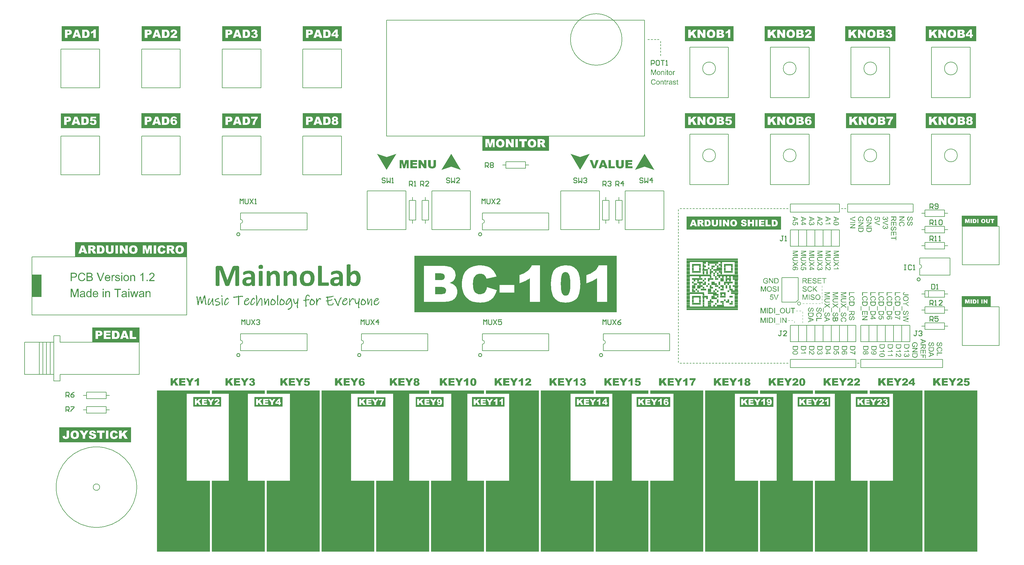
<source format=gto>
%FSLAX25Y25*%
%MOIN*%
G70*
G01*
G75*
%ADD10C,0.01181*%
%ADD11O,0.05906X0.07874*%
%ADD12O,0.07874X0.05906*%
%ADD13O,0.19685X0.09843*%
%ADD14C,0.11024*%
%ADD15C,0.07874*%
%ADD16C,0.10236*%
%ADD17C,0.09843*%
%ADD18C,0.16535*%
%ADD19C,0.02362*%
%ADD20C,0.00787*%
%ADD21C,0.01000*%
%ADD22C,0.00394*%
%ADD23R,0.11811X0.27559*%
%ADD24R,0.62992X0.02173*%
%ADD25R,0.62992X0.02169*%
%ADD26R,0.04342X0.02173*%
%ADD27R,0.04343X0.02173*%
%ADD28R,0.13032X0.02173*%
%ADD29R,0.02169X0.02173*%
%ADD30R,0.04342X0.02173*%
%ADD31R,0.10862X0.02173*%
%ADD32R,0.02169X0.02173*%
%ADD33R,0.02173X0.02173*%
%ADD34R,0.04346X0.02173*%
%ADD35R,0.02173X0.02173*%
%ADD36R,0.04342X0.02169*%
%ADD37R,0.02173X0.02169*%
%ADD38R,0.02169X0.02169*%
%ADD39R,0.06516X0.02169*%
%ADD40R,0.02173X0.02169*%
%ADD41R,0.06516X0.02173*%
%ADD42R,0.10858X0.02173*%
%ADD43R,0.02173X0.02173*%
%ADD44R,0.04346X0.02173*%
%ADD45R,0.02169X0.02173*%
%ADD46R,0.30409X0.02169*%
%ADD47R,0.26067X0.02169*%
%ADD48R,0.13035X0.02173*%
%ADD49R,0.06516X0.02173*%
%ADD50R,0.04342X0.02169*%
%ADD51R,0.02173X0.02169*%
%ADD52R,0.02173X0.02169*%
%ADD53R,0.02169X0.02169*%
%ADD54R,0.06520X0.02173*%
%ADD55R,0.10862X0.02173*%
%ADD56R,0.04347X0.02173*%
%ADD57R,0.04347X0.02169*%
%ADD58R,0.04346X0.02169*%
%ADD59R,0.08689X0.02173*%
%ADD60R,0.21720X0.02169*%
%ADD61R,0.10858X0.02169*%
%ADD62R,0.06516X0.02169*%
%ADD63R,0.08689X0.02169*%
%ADD64R,0.06516X0.02173*%
%ADD65R,0.02169X0.02173*%
%ADD66R,0.02173X0.02173*%
%ADD67R,0.02169X0.02169*%
%ADD68R,0.04343X0.02173*%
%ADD69R,0.08689X0.02173*%
G36*
X895883Y291339D02*
X895063D01*
Y296707D01*
X893190Y291339D01*
X892428D01*
X890584Y296794D01*
Y291339D01*
X889764D01*
Y297751D01*
X891033D01*
X892555Y293213D01*
Y293203D01*
X892565Y293183D01*
X892575Y293154D01*
X892584Y293105D01*
X892624Y292998D01*
X892672Y292861D01*
X892721Y292705D01*
X892770Y292549D01*
X892819Y292393D01*
X892858Y292266D01*
X892867Y292285D01*
X892877Y292334D01*
X892906Y292412D01*
X892945Y292519D01*
X892985Y292666D01*
X893043Y292842D01*
X893121Y293047D01*
X893199Y293291D01*
X894732Y297751D01*
X895883D01*
Y291339D01*
D02*
G37*
G36*
X714096Y292546D02*
X466929D01*
Y361672D01*
X714096D01*
Y292546D01*
D02*
G37*
G36*
X931673Y296999D02*
X929565D01*
Y291339D01*
X928716D01*
Y296999D01*
X926608D01*
Y297751D01*
X931673D01*
Y296999D01*
D02*
G37*
G36*
X925671Y294042D02*
Y294032D01*
Y294003D01*
Y293954D01*
Y293886D01*
X925661Y293798D01*
Y293710D01*
X925651Y293603D01*
X925642Y293486D01*
X925612Y293242D01*
X925573Y292988D01*
X925524Y292734D01*
X925446Y292510D01*
Y292500D01*
X925437Y292480D01*
X925427Y292451D01*
X925407Y292412D01*
X925349Y292315D01*
X925271Y292178D01*
X925163Y292032D01*
X925027Y291875D01*
X924851Y291729D01*
X924656Y291583D01*
X924646D01*
X924627Y291563D01*
X924597Y291553D01*
X924548Y291524D01*
X924500Y291505D01*
X924431Y291475D01*
X924343Y291436D01*
X924256Y291407D01*
X924158Y291378D01*
X924041Y291339D01*
X923924Y291309D01*
X923787Y291290D01*
X923494Y291251D01*
X923162Y291231D01*
X923075D01*
X923016Y291241D01*
X922938D01*
X922850Y291251D01*
X922753Y291261D01*
X922645Y291270D01*
X922411Y291309D01*
X922167Y291358D01*
X921913Y291436D01*
X921689Y291534D01*
X921679D01*
X921659Y291553D01*
X921640Y291563D01*
X921601Y291592D01*
X921494Y291661D01*
X921376Y291768D01*
X921240Y291895D01*
X921113Y292041D01*
X920986Y292227D01*
X920879Y292432D01*
Y292442D01*
X920869Y292461D01*
X920859Y292490D01*
X920840Y292539D01*
X920820Y292598D01*
X920801Y292676D01*
X920781Y292763D01*
X920761Y292861D01*
X920732Y292969D01*
X920713Y293086D01*
X920693Y293222D01*
X920674Y293359D01*
X920654Y293515D01*
X920644Y293681D01*
X920635Y293857D01*
Y294042D01*
Y297751D01*
X921484D01*
Y294042D01*
Y294032D01*
Y294003D01*
Y293964D01*
Y293905D01*
Y293837D01*
X921494Y293759D01*
X921503Y293574D01*
X921523Y293378D01*
X921542Y293174D01*
X921581Y292978D01*
X921601Y292890D01*
X921630Y292812D01*
X921640Y292793D01*
X921659Y292744D01*
X921698Y292676D01*
X921757Y292588D01*
X921825Y292490D01*
X921923Y292383D01*
X922030Y292285D01*
X922167Y292197D01*
X922186Y292188D01*
X922235Y292168D01*
X922313Y292129D01*
X922421Y292100D01*
X922557Y292061D01*
X922713Y292022D01*
X922889Y292002D01*
X923084Y291992D01*
X923172D01*
X923241Y292002D01*
X923319D01*
X923407Y292012D01*
X923602Y292041D01*
X923826Y292100D01*
X924041Y292168D01*
X924246Y292276D01*
X924343Y292334D01*
X924422Y292412D01*
Y292422D01*
X924441Y292432D01*
X924461Y292461D01*
X924480Y292500D01*
X924519Y292549D01*
X924548Y292607D01*
X924588Y292686D01*
X924627Y292773D01*
X924656Y292881D01*
X924695Y292998D01*
X924734Y293125D01*
X924763Y293281D01*
X924783Y293447D01*
X924802Y293622D01*
X924822Y293827D01*
Y294042D01*
Y297751D01*
X925671D01*
Y294042D01*
D02*
G37*
G36*
X314669Y309848D02*
X314753Y309827D01*
X314880Y309785D01*
X314986Y309743D01*
X315091Y309658D01*
X315197Y309553D01*
X315218Y309531D01*
X315239Y309489D01*
X315282Y309426D01*
X315324Y309341D01*
X315408Y309109D01*
X315451Y308982D01*
Y308834D01*
Y308813D01*
Y308728D01*
X315430Y308644D01*
X315408Y308517D01*
X315366Y308411D01*
X315282Y308305D01*
X315197Y308221D01*
X315070Y308200D01*
X315049D01*
X314986Y308221D01*
X314901Y308263D01*
X314817Y308348D01*
X314795Y308369D01*
X314774Y308432D01*
X314711Y308517D01*
X314647Y308580D01*
Y308601D01*
X314605Y308622D01*
X314584Y308644D01*
X314542Y308665D01*
X314499D01*
X314415Y308644D01*
X314246Y308622D01*
X314034Y308538D01*
X313802Y308432D01*
X313527Y308263D01*
X313210Y308031D01*
X313062Y307882D01*
X312893Y307713D01*
X312850Y307671D01*
X312745Y307544D01*
X312597Y307354D01*
X312386Y307079D01*
X312153Y306762D01*
X311920Y306382D01*
X311667Y305959D01*
X311434Y305494D01*
Y305472D01*
X311413Y305430D01*
X311392Y305367D01*
X311350Y305282D01*
X311244Y305050D01*
X311159Y304754D01*
X311054Y304437D01*
X310948Y304077D01*
X310884Y303739D01*
X310863Y303422D01*
Y303401D01*
Y303359D01*
Y303274D01*
X310884Y303189D01*
X310906Y302999D01*
X310927Y302915D01*
X310948Y302851D01*
X310969Y302830D01*
X311033Y302788D01*
X311117Y302724D01*
X311223Y302703D01*
X311286D01*
X311350Y302724D01*
X311455Y302767D01*
X311582Y302809D01*
X311751Y302893D01*
X311920Y302999D01*
X312111Y303147D01*
X312132Y303168D01*
X312216Y303232D01*
X312322Y303359D01*
X312491Y303506D01*
X312681Y303718D01*
X312914Y303972D01*
X313168Y304268D01*
X313464Y304627D01*
Y304648D01*
X313506Y304669D01*
X313590Y304796D01*
X313717Y304986D01*
X313886Y305240D01*
X314077Y305536D01*
X314309Y305895D01*
X314521Y306297D01*
X314753Y306720D01*
Y306741D01*
X314774Y306783D01*
X314817Y306847D01*
X314859Y306931D01*
X314965Y307164D01*
X315091Y307460D01*
X315239Y307798D01*
X315387Y308200D01*
X315514Y308601D01*
X315641Y309003D01*
X315662Y309024D01*
X315683Y309087D01*
X315810Y309257D01*
X315831Y309278D01*
X315895Y309320D01*
X315979Y309341D01*
X316106Y309362D01*
X316148D01*
X316233Y309341D01*
X316381Y309299D01*
X316529Y309214D01*
X316550D01*
X316571Y309193D01*
X316656Y309130D01*
X316719Y309024D01*
X316761Y308961D01*
Y308897D01*
Y308876D01*
Y308834D01*
X316740Y308770D01*
X316719Y308686D01*
Y308665D01*
Y308644D01*
X316698Y308601D01*
Y308559D01*
X316719Y308517D01*
Y308432D01*
X316740Y308348D01*
X316761Y308221D01*
X316783Y308094D01*
X316825Y307925D01*
X316846Y307756D01*
X316888Y307544D01*
X316931Y307333D01*
X316994Y307079D01*
X317036Y306804D01*
X317100Y306508D01*
X317163Y306191D01*
X317248Y305853D01*
Y305832D01*
X317269Y305790D01*
X317290Y305705D01*
X317311Y305599D01*
X317332Y305472D01*
X317374Y305325D01*
X317438Y304965D01*
X317523Y304585D01*
X317607Y304162D01*
X317692Y303760D01*
X317755Y303380D01*
Y303337D01*
X317776Y303210D01*
X317818Y303041D01*
X317840Y302788D01*
X317882Y302513D01*
X317903Y302196D01*
X317924Y301519D01*
Y301498D01*
Y301456D01*
Y301393D01*
Y301287D01*
X317903Y301181D01*
Y301033D01*
X317861Y300695D01*
X317797Y300314D01*
X317692Y299913D01*
X317565Y299469D01*
X317374Y299046D01*
Y299025D01*
X317353Y299004D01*
X317311Y298940D01*
X317269Y298856D01*
X317163Y298644D01*
X317015Y298391D01*
X316825Y298095D01*
X316592Y297778D01*
X316360Y297482D01*
X316085Y297186D01*
X316043Y297165D01*
X315958Y297080D01*
X315810Y296932D01*
X315599Y296784D01*
X315366Y296594D01*
X315091Y296404D01*
X314795Y296213D01*
X314499Y296023D01*
X314457Y296002D01*
X314352Y295959D01*
X314204Y295875D01*
X314013Y295790D01*
X313781Y295706D01*
X313527Y295621D01*
X313295Y295579D01*
X313041Y295558D01*
X312977D01*
X312893Y295579D01*
X312808D01*
X312597Y295664D01*
X312512Y295706D01*
X312428Y295790D01*
X312407Y295833D01*
X312343Y295938D01*
X312280Y296086D01*
X312259Y296277D01*
Y296298D01*
X312280Y296340D01*
X312301Y296404D01*
X312364Y296488D01*
X312470Y296573D01*
X312597Y296678D01*
X312808Y296805D01*
X313083Y296911D01*
X313104D01*
X313146Y296932D01*
X313210Y296953D01*
X313295Y296974D01*
X313506Y297080D01*
X313802Y297207D01*
X314140Y297376D01*
X314499Y297608D01*
X314880Y297862D01*
X315239Y298158D01*
X315282Y298179D01*
X315366Y298285D01*
X315493Y298412D01*
X315662Y298602D01*
X315831Y298813D01*
X316000Y299067D01*
X316170Y299342D01*
X316318Y299659D01*
X316339Y299701D01*
X316381Y299807D01*
X316423Y299976D01*
X316508Y300187D01*
X316571Y300441D01*
X316614Y300737D01*
X316656Y301033D01*
X316677Y301350D01*
Y301371D01*
Y301393D01*
Y301519D01*
Y301710D01*
X316656Y301963D01*
Y302259D01*
X316635Y302555D01*
X316550Y303210D01*
Y303253D01*
X316529Y303359D01*
X316508Y303549D01*
X316465Y303802D01*
X316402Y304098D01*
X316339Y304437D01*
X316254Y304838D01*
X316170Y305261D01*
Y305282D01*
X316148Y305325D01*
Y305388D01*
X316127Y305494D01*
X316064Y305747D01*
X316000Y306043D01*
X315937Y306403D01*
X315895Y306762D01*
X315831Y307121D01*
X315810Y307438D01*
Y307417D01*
X315789Y307312D01*
X315768Y307164D01*
X315726Y306952D01*
X315641Y306699D01*
X315535Y306382D01*
X315366Y306022D01*
X315155Y305621D01*
Y305599D01*
X315134Y305578D01*
X315091Y305515D01*
X315049Y305430D01*
X314922Y305219D01*
X314753Y304923D01*
X314521Y304606D01*
X314288Y304225D01*
X313992Y303845D01*
X313696Y303443D01*
Y303422D01*
X313654Y303401D01*
X313569Y303274D01*
X313400Y303105D01*
X313210Y302893D01*
X312977Y302640D01*
X312724Y302386D01*
X312470Y302153D01*
X312216Y301942D01*
X312195Y301921D01*
X312111Y301858D01*
X311963Y301773D01*
X311793Y301689D01*
X311582Y301604D01*
X311371Y301519D01*
X311117Y301456D01*
X310863Y301435D01*
X310758D01*
X310652Y301456D01*
X310525Y301498D01*
X310377Y301540D01*
X310229Y301625D01*
X310102Y301752D01*
X309976Y301900D01*
X309954Y301921D01*
X309933Y301984D01*
X309891Y302090D01*
X309849Y302238D01*
X309785Y302407D01*
X309743Y302619D01*
X309722Y302851D01*
X309701Y303126D01*
Y303147D01*
Y303189D01*
Y303253D01*
X309722Y303337D01*
Y303464D01*
X309743Y303591D01*
X309764Y303760D01*
X309785Y303929D01*
X309870Y304352D01*
X309997Y304817D01*
X310187Y305346D01*
X310419Y305938D01*
Y305959D01*
X310462Y306001D01*
X310504Y306086D01*
X310546Y306212D01*
X310631Y306339D01*
X310715Y306508D01*
X310927Y306889D01*
X311202Y307312D01*
X311519Y307777D01*
X311857Y308263D01*
X312259Y308707D01*
X312280Y308728D01*
X312301Y308749D01*
X312364Y308813D01*
X312449Y308897D01*
X312681Y309066D01*
X312956Y309299D01*
X313295Y309510D01*
X313675Y309679D01*
X314077Y309827D01*
X314288Y309848D01*
X314499Y309870D01*
X314584D01*
X314669Y309848D01*
D02*
G37*
G36*
X274312Y313400D02*
X274397Y313358D01*
X274481Y313273D01*
X274566Y313146D01*
X274651Y312935D01*
X274693Y312808D01*
X274735Y312639D01*
X274756Y312470D01*
X274777Y312259D01*
Y312237D01*
Y312216D01*
X274798Y312132D01*
Y312047D01*
Y311941D01*
X274820Y311793D01*
X274841Y311645D01*
Y311455D01*
X274883Y311053D01*
X274904Y310546D01*
X274925Y309997D01*
X274946Y309383D01*
X274968Y308918D01*
Y308897D01*
Y308855D01*
Y308791D01*
X274989Y308707D01*
Y308601D01*
Y308474D01*
Y308305D01*
Y308115D01*
X275010Y307904D01*
Y307650D01*
Y307375D01*
Y307037D01*
X275031Y306678D01*
Y306276D01*
Y305832D01*
Y305811D01*
Y305726D01*
Y305599D01*
Y305430D01*
Y305219D01*
Y304986D01*
Y304733D01*
X275052Y304458D01*
Y303887D01*
Y303295D01*
Y303020D01*
Y302767D01*
Y302534D01*
Y302344D01*
X275073Y302407D01*
X275095Y302513D01*
X275137Y302640D01*
X275179Y302809D01*
X275221Y302999D01*
X275285Y303232D01*
X275369Y303464D01*
X275517Y303993D01*
X275708Y304563D01*
X275940Y305155D01*
X276173Y305747D01*
Y305768D01*
X276215Y305811D01*
X276236Y305895D01*
X276300Y306001D01*
X276363Y306149D01*
X276448Y306318D01*
X276532Y306487D01*
X276638Y306699D01*
X276870Y307143D01*
X277145Y307629D01*
X277462Y308157D01*
X277800Y308686D01*
X277822Y308707D01*
X277843Y308749D01*
X277885Y308813D01*
X277970Y308897D01*
X278139Y309130D01*
X278392Y309383D01*
X278667Y309637D01*
X278963Y309870D01*
X279132Y309954D01*
X279301Y310018D01*
X279449Y310060D01*
X279619Y310081D01*
X279661D01*
X279745Y310060D01*
X279893Y310018D01*
X280062Y309933D01*
X280274Y309806D01*
X280485Y309595D01*
X280570Y309468D01*
X280676Y309299D01*
X280781Y309130D01*
X280866Y308918D01*
Y308897D01*
X280887Y308855D01*
X280908Y308791D01*
X280950Y308707D01*
X280971Y308580D01*
X281014Y308432D01*
X281056Y308263D01*
X281119Y308073D01*
X281162Y307840D01*
X281204Y307587D01*
X281246Y307312D01*
X281267Y307016D01*
X281310Y306699D01*
X281331Y306339D01*
X281352Y305980D01*
Y305578D01*
Y305557D01*
Y305536D01*
Y305472D01*
Y305388D01*
Y305261D01*
Y305134D01*
Y304817D01*
X281373Y304437D01*
Y303972D01*
Y303464D01*
X281394Y302893D01*
Y301118D01*
Y301097D01*
Y301075D01*
X281373Y300970D01*
X281310Y300822D01*
X281204Y300674D01*
X281183Y300631D01*
X281077Y300568D01*
X280929Y300505D01*
X280718Y300462D01*
X280676D01*
X280570Y300483D01*
X280443Y300505D01*
X280295Y300568D01*
X280274Y300589D01*
X280210Y300653D01*
X280147Y300758D01*
X280126Y300927D01*
X280168Y302090D01*
Y302111D01*
Y302175D01*
Y302302D01*
X280189Y302449D01*
Y302619D01*
Y302830D01*
X280210Y303063D01*
Y303316D01*
X280231Y303866D01*
Y304437D01*
X280253Y304986D01*
Y305515D01*
Y305536D01*
Y305599D01*
Y305705D01*
Y305832D01*
Y305980D01*
X280231Y306170D01*
Y306572D01*
X280189Y307016D01*
X280147Y307438D01*
X280083Y307840D01*
X280041Y308009D01*
X279999Y308157D01*
X279978Y308178D01*
X279957Y308263D01*
X279914Y308390D01*
X279851Y308517D01*
X279766Y308644D01*
X279682Y308770D01*
X279597Y308855D01*
X279513Y308876D01*
X279492D01*
X279386Y308834D01*
X279323Y308791D01*
X279238Y308749D01*
X279132Y308665D01*
X279027Y308580D01*
X278900Y308432D01*
X278752Y308284D01*
X278604Y308073D01*
X278435Y307840D01*
X278244Y307565D01*
X278054Y307227D01*
X277843Y306847D01*
X277631Y306424D01*
X277610Y306403D01*
X277589Y306318D01*
X277526Y306170D01*
X277420Y306001D01*
X277314Y305768D01*
X277208Y305494D01*
X277061Y305198D01*
X276891Y304838D01*
X276722Y304458D01*
X276553Y304056D01*
X276363Y303612D01*
X276151Y303168D01*
X275750Y302175D01*
X275327Y301139D01*
Y301118D01*
X275306Y301075D01*
X275285Y301012D01*
X275264Y300949D01*
X275179Y300737D01*
X275052Y300547D01*
Y300526D01*
X275031Y300505D01*
X274925Y300420D01*
X274798Y300314D01*
X274714Y300293D01*
X274608Y300272D01*
X274524D01*
X274439Y300293D01*
X274334Y300314D01*
X274228Y300378D01*
X274143Y300441D01*
X274080Y300547D01*
X274059Y300674D01*
Y300695D01*
Y300716D01*
Y300779D01*
Y300885D01*
Y300991D01*
Y301139D01*
Y301329D01*
Y301540D01*
X274038Y301794D01*
Y302069D01*
Y302386D01*
X274016Y302746D01*
Y303147D01*
X273995Y303570D01*
Y304056D01*
X273974Y304563D01*
Y304606D01*
Y304690D01*
Y304838D01*
X273953Y305029D01*
Y305261D01*
Y305515D01*
X273932Y305811D01*
Y306107D01*
X273911Y306741D01*
X273889Y307375D01*
X273868Y307671D01*
Y307925D01*
X273847Y308157D01*
Y308348D01*
Y308390D01*
Y308474D01*
X273826Y308644D01*
Y308834D01*
X273805Y309066D01*
X273784Y309341D01*
Y309637D01*
X273763Y309954D01*
X273720Y310610D01*
X273678Y310927D01*
X273657Y311223D01*
X273636Y311497D01*
X273615Y311751D01*
X273572Y311941D01*
X273551Y312110D01*
Y312153D01*
X273530Y312237D01*
X273509Y312343D01*
X273488Y312491D01*
X273467Y312639D01*
X273446Y312766D01*
X273424Y312872D01*
Y312914D01*
Y312935D01*
Y312956D01*
X273467Y313062D01*
X273530Y313189D01*
X273594Y313252D01*
X273678Y313294D01*
X273699D01*
X273720Y313316D01*
X273847Y313358D01*
X274016Y313400D01*
X274249Y313421D01*
X274270D01*
X274312Y313400D01*
D02*
G37*
G36*
X921191Y279528D02*
X920322D01*
X916955Y284564D01*
Y279528D01*
X916145D01*
Y285940D01*
X917004D01*
X920381Y280904D01*
Y285940D01*
X921191D01*
Y279528D01*
D02*
G37*
G36*
X895883D02*
X895063D01*
Y284896D01*
X893190Y279528D01*
X892428D01*
X890584Y284983D01*
Y279528D01*
X889764D01*
Y285940D01*
X891033D01*
X892555Y281401D01*
Y281392D01*
X892565Y281372D01*
X892575Y281343D01*
X892584Y281294D01*
X892624Y281187D01*
X892672Y281050D01*
X892721Y280894D01*
X892770Y280738D01*
X892819Y280582D01*
X892858Y280455D01*
X892867Y280474D01*
X892877Y280523D01*
X892906Y280601D01*
X892945Y280709D01*
X892985Y280855D01*
X893043Y281031D01*
X893121Y281236D01*
X893199Y281480D01*
X894732Y285940D01*
X895883D01*
Y279528D01*
D02*
G37*
G36*
X907195Y291339D02*
X906346D01*
Y297751D01*
X907195D01*
Y291339D01*
D02*
G37*
G36*
X1108254Y249884D02*
X1108342D01*
X1108450Y249874D01*
X1108557Y249864D01*
X1108684Y249845D01*
X1108957Y249796D01*
X1109250Y249737D01*
X1109552Y249640D01*
X1109836Y249513D01*
X1109845D01*
X1109865Y249493D01*
X1109904Y249474D01*
X1109962Y249444D01*
X1110021Y249405D01*
X1110089Y249357D01*
X1110255Y249230D01*
X1110441Y249083D01*
X1110626Y248898D01*
X1110812Y248673D01*
X1110968Y248429D01*
Y248420D01*
X1110987Y248400D01*
X1111007Y248361D01*
X1111026Y248303D01*
X1111055Y248244D01*
X1111094Y248166D01*
X1111124Y248068D01*
X1111163Y247971D01*
X1111202Y247863D01*
X1111231Y247746D01*
X1111300Y247483D01*
X1111339Y247190D01*
X1111358Y246878D01*
Y246868D01*
Y246838D01*
Y246780D01*
X1111348Y246712D01*
X1111339Y246634D01*
X1111329Y246536D01*
X1111319Y246428D01*
X1111300Y246311D01*
X1111241Y246058D01*
X1111153Y245784D01*
X1111094Y245648D01*
X1111026Y245511D01*
X1110948Y245384D01*
X1110860Y245257D01*
X1110851Y245248D01*
X1110841Y245228D01*
X1110812Y245199D01*
X1110772Y245150D01*
X1110724Y245101D01*
X1110655Y245033D01*
X1110587Y244965D01*
X1110509Y244896D01*
X1110411Y244818D01*
X1110314Y244750D01*
X1110197Y244672D01*
X1110070Y244594D01*
X1109943Y244525D01*
X1109796Y244457D01*
X1109484Y244340D01*
X1109289Y245179D01*
X1109299D01*
X1109318Y245189D01*
X1109357Y245199D01*
X1109406Y245218D01*
X1109465Y245248D01*
X1109533Y245277D01*
X1109679Y245345D01*
X1109845Y245433D01*
X1110021Y245550D01*
X1110177Y245677D01*
X1110314Y245833D01*
X1110324Y245853D01*
X1110363Y245911D01*
X1110411Y245999D01*
X1110480Y246126D01*
X1110538Y246272D01*
X1110587Y246458D01*
X1110626Y246663D01*
X1110636Y246897D01*
Y246907D01*
Y246926D01*
Y246965D01*
X1110626Y247014D01*
Y247082D01*
X1110616Y247151D01*
X1110587Y247326D01*
X1110548Y247522D01*
X1110480Y247727D01*
X1110392Y247932D01*
X1110275Y248127D01*
Y248136D01*
X1110255Y248146D01*
X1110206Y248205D01*
X1110128Y248293D01*
X1110021Y248400D01*
X1109884Y248507D01*
X1109728Y248624D01*
X1109533Y248732D01*
X1109318Y248820D01*
X1109308D01*
X1109289Y248830D01*
X1109260Y248839D01*
X1109211Y248849D01*
X1109162Y248869D01*
X1109094Y248878D01*
X1108938Y248917D01*
X1108752Y248956D01*
X1108547Y248986D01*
X1108323Y249005D01*
X1108088Y249015D01*
X1107952D01*
X1107883Y249005D01*
X1107796D01*
X1107708Y248995D01*
X1107610Y248986D01*
X1107386Y248956D01*
X1107142Y248917D01*
X1106898Y248859D01*
X1106664Y248781D01*
X1106654D01*
X1106634Y248771D01*
X1106605Y248751D01*
X1106566Y248732D01*
X1106449Y248683D01*
X1106322Y248605D01*
X1106166Y248498D01*
X1106019Y248371D01*
X1105873Y248224D01*
X1105746Y248049D01*
Y248039D01*
X1105736Y248029D01*
X1105717Y248000D01*
X1105697Y247961D01*
X1105658Y247853D01*
X1105600Y247717D01*
X1105551Y247561D01*
X1105502Y247375D01*
X1105463Y247170D01*
X1105453Y246956D01*
Y246946D01*
Y246926D01*
Y246887D01*
X1105463Y246838D01*
Y246780D01*
X1105473Y246702D01*
X1105502Y246536D01*
X1105551Y246351D01*
X1105629Y246146D01*
X1105727Y245950D01*
X1105863Y245755D01*
X1105873Y245745D01*
X1105883Y245736D01*
X1105941Y245677D01*
X1106039Y245589D01*
X1106166Y245482D01*
X1106341Y245374D01*
X1106546Y245257D01*
X1106800Y245160D01*
X1107083Y245082D01*
X1106868Y244233D01*
X1106859D01*
X1106820Y244242D01*
X1106771Y244262D01*
X1106693Y244281D01*
X1106615Y244320D01*
X1106507Y244359D01*
X1106400Y244398D01*
X1106283Y244457D01*
X1106019Y244584D01*
X1105756Y244760D01*
X1105502Y244955D01*
X1105385Y245072D01*
X1105278Y245199D01*
X1105268Y245209D01*
X1105258Y245228D01*
X1105229Y245267D01*
X1105190Y245326D01*
X1105151Y245394D01*
X1105102Y245472D01*
X1105053Y245560D01*
X1105004Y245667D01*
X1104955Y245784D01*
X1104907Y245911D01*
X1104858Y246058D01*
X1104819Y246204D01*
X1104751Y246526D01*
X1104741Y246702D01*
X1104731Y246887D01*
Y246897D01*
Y246936D01*
Y246985D01*
X1104741Y247063D01*
Y247151D01*
X1104751Y247248D01*
X1104770Y247365D01*
X1104780Y247483D01*
X1104838Y247756D01*
X1104907Y248039D01*
X1105014Y248312D01*
X1105073Y248449D01*
X1105151Y248576D01*
X1105160Y248586D01*
X1105170Y248605D01*
X1105200Y248634D01*
X1105229Y248683D01*
X1105326Y248800D01*
X1105463Y248937D01*
X1105629Y249103D01*
X1105844Y249259D01*
X1106088Y249425D01*
X1106371Y249562D01*
X1106380D01*
X1106410Y249571D01*
X1106449Y249591D01*
X1106507Y249610D01*
X1106585Y249640D01*
X1106673Y249669D01*
X1106771Y249698D01*
X1106888Y249727D01*
X1107005Y249757D01*
X1107142Y249786D01*
X1107434Y249845D01*
X1107747Y249884D01*
X1108088Y249893D01*
X1108186D01*
X1108254Y249884D01*
D02*
G37*
G36*
X1106966Y255105D02*
X1106946D01*
X1106888Y255095D01*
X1106800Y255076D01*
X1106683Y255056D01*
X1106556Y255017D01*
X1106419Y254978D01*
X1106293Y254920D01*
X1106166Y254851D01*
X1106156Y254842D01*
X1106117Y254812D01*
X1106058Y254764D01*
X1105990Y254685D01*
X1105912Y254598D01*
X1105824Y254490D01*
X1105746Y254354D01*
X1105668Y254207D01*
Y254198D01*
X1105658Y254188D01*
X1105639Y254129D01*
X1105609Y254041D01*
X1105580Y253914D01*
X1105541Y253778D01*
X1105512Y253602D01*
X1105492Y253417D01*
X1105482Y253222D01*
Y253212D01*
Y253202D01*
Y253143D01*
X1105492Y253046D01*
X1105502Y252939D01*
X1105512Y252802D01*
X1105541Y252665D01*
X1105570Y252519D01*
X1105619Y252372D01*
X1105629Y252353D01*
X1105648Y252314D01*
X1105678Y252245D01*
X1105727Y252167D01*
X1105785Y252070D01*
X1105853Y251982D01*
X1105931Y251894D01*
X1106019Y251816D01*
X1106029Y251806D01*
X1106068Y251787D01*
X1106117Y251758D01*
X1106185Y251718D01*
X1106263Y251689D01*
X1106361Y251660D01*
X1106458Y251640D01*
X1106566Y251631D01*
X1106615D01*
X1106673Y251640D01*
X1106742Y251650D01*
X1106829Y251670D01*
X1106917Y251709D01*
X1107005Y251748D01*
X1107093Y251806D01*
X1107103Y251816D01*
X1107132Y251836D01*
X1107171Y251884D01*
X1107230Y251943D01*
X1107288Y252021D01*
X1107347Y252119D01*
X1107415Y252245D01*
X1107474Y252382D01*
X1107483Y252392D01*
X1107493Y252431D01*
X1107513Y252509D01*
X1107532Y252558D01*
X1107552Y252616D01*
X1107571Y252695D01*
X1107591Y252773D01*
X1107620Y252870D01*
X1107649Y252968D01*
X1107679Y253085D01*
X1107708Y253222D01*
X1107747Y253368D01*
X1107786Y253524D01*
Y253534D01*
X1107796Y253563D01*
X1107805Y253612D01*
X1107825Y253671D01*
X1107844Y253739D01*
X1107864Y253817D01*
X1107913Y254002D01*
X1107981Y254207D01*
X1108049Y254412D01*
X1108118Y254598D01*
X1108147Y254685D01*
X1108186Y254754D01*
Y254764D01*
X1108196Y254773D01*
X1108235Y254832D01*
X1108284Y254910D01*
X1108352Y255008D01*
X1108440Y255125D01*
X1108537Y255232D01*
X1108654Y255339D01*
X1108781Y255437D01*
X1108801Y255447D01*
X1108850Y255476D01*
X1108918Y255505D01*
X1109016Y255544D01*
X1109133Y255593D01*
X1109269Y255623D01*
X1109426Y255652D01*
X1109582Y255662D01*
X1109670D01*
X1109757Y255642D01*
X1109875Y255623D01*
X1110021Y255593D01*
X1110167Y255544D01*
X1110333Y255476D01*
X1110489Y255388D01*
X1110499D01*
X1110509Y255379D01*
X1110558Y255339D01*
X1110636Y255271D01*
X1110733Y255183D01*
X1110831Y255076D01*
X1110938Y254939D01*
X1111046Y254773D01*
X1111134Y254588D01*
Y254578D01*
X1111143Y254568D01*
X1111153Y254539D01*
X1111173Y254490D01*
X1111182Y254441D01*
X1111202Y254383D01*
X1111251Y254246D01*
X1111290Y254071D01*
X1111319Y253875D01*
X1111348Y253651D01*
X1111358Y253417D01*
Y253407D01*
Y253387D01*
Y253348D01*
Y253300D01*
X1111348Y253231D01*
Y253163D01*
X1111329Y252997D01*
X1111300Y252802D01*
X1111260Y252587D01*
X1111202Y252372D01*
X1111124Y252167D01*
Y252158D01*
X1111114Y252148D01*
X1111104Y252119D01*
X1111085Y252080D01*
X1111026Y251982D01*
X1110958Y251855D01*
X1110860Y251718D01*
X1110743Y251582D01*
X1110606Y251445D01*
X1110450Y251328D01*
X1110431Y251318D01*
X1110372Y251279D01*
X1110275Y251231D01*
X1110158Y251182D01*
X1110011Y251123D01*
X1109836Y251065D01*
X1109650Y251026D01*
X1109445Y251006D01*
X1109387Y251816D01*
X1109416D01*
X1109445Y251826D01*
X1109484Y251836D01*
X1109591Y251855D01*
X1109728Y251894D01*
X1109875Y251953D01*
X1110021Y252031D01*
X1110167Y252138D01*
X1110294Y252265D01*
X1110304Y252285D01*
X1110343Y252333D01*
X1110392Y252421D01*
X1110450Y252538D01*
X1110509Y252695D01*
X1110558Y252890D01*
X1110597Y253114D01*
X1110606Y253378D01*
Y253387D01*
Y253407D01*
Y253446D01*
Y253505D01*
X1110597Y253563D01*
Y253641D01*
X1110567Y253807D01*
X1110538Y253993D01*
X1110489Y254178D01*
X1110421Y254354D01*
X1110372Y254432D01*
X1110324Y254500D01*
X1110314Y254510D01*
X1110275Y254549D01*
X1110216Y254607D01*
X1110128Y254666D01*
X1110031Y254734D01*
X1109914Y254783D01*
X1109787Y254822D01*
X1109640Y254842D01*
X1109582D01*
X1109513Y254832D01*
X1109435Y254812D01*
X1109348Y254783D01*
X1109250Y254734D01*
X1109162Y254676D01*
X1109074Y254598D01*
X1109064Y254588D01*
X1109035Y254539D01*
X1109016Y254510D01*
X1108986Y254471D01*
X1108967Y254412D01*
X1108938Y254344D01*
X1108899Y254266D01*
X1108860Y254178D01*
X1108830Y254080D01*
X1108791Y253963D01*
X1108742Y253827D01*
X1108703Y253680D01*
X1108664Y253514D01*
X1108615Y253329D01*
Y253319D01*
X1108606Y253280D01*
X1108596Y253231D01*
X1108576Y253163D01*
X1108557Y253075D01*
X1108528Y252977D01*
X1108479Y252763D01*
X1108410Y252529D01*
X1108342Y252294D01*
X1108313Y252177D01*
X1108274Y252080D01*
X1108235Y251982D01*
X1108206Y251904D01*
Y251894D01*
X1108196Y251875D01*
X1108176Y251855D01*
X1108157Y251816D01*
X1108098Y251718D01*
X1108030Y251592D01*
X1107932Y251455D01*
X1107815Y251318D01*
X1107688Y251191D01*
X1107552Y251084D01*
X1107532Y251074D01*
X1107483Y251045D01*
X1107405Y250996D01*
X1107288Y250947D01*
X1107161Y250899D01*
X1107005Y250850D01*
X1106829Y250821D01*
X1106644Y250811D01*
X1106556D01*
X1106458Y250830D01*
X1106332Y250850D01*
X1106185Y250879D01*
X1106019Y250938D01*
X1105844Y251006D01*
X1105678Y251104D01*
X1105658Y251113D01*
X1105600Y251162D01*
X1105522Y251221D01*
X1105424Y251318D01*
X1105307Y251435D01*
X1105190Y251582D01*
X1105082Y251758D01*
X1104975Y251953D01*
Y251962D01*
X1104965Y251982D01*
X1104955Y252011D01*
X1104936Y252050D01*
X1104916Y252099D01*
X1104897Y252158D01*
X1104858Y252314D01*
X1104809Y252489D01*
X1104770Y252704D01*
X1104741Y252929D01*
X1104731Y253183D01*
Y253192D01*
Y253222D01*
Y253270D01*
Y253329D01*
X1104741Y253397D01*
Y253485D01*
X1104751Y253583D01*
X1104760Y253690D01*
X1104790Y253914D01*
X1104838Y254158D01*
X1104897Y254402D01*
X1104975Y254637D01*
Y254646D01*
X1104985Y254666D01*
X1105004Y254695D01*
X1105024Y254734D01*
X1105082Y254842D01*
X1105170Y254969D01*
X1105278Y255125D01*
X1105404Y255271D01*
X1105561Y255427D01*
X1105736Y255564D01*
X1105746D01*
X1105756Y255574D01*
X1105785Y255593D01*
X1105824Y255613D01*
X1105873Y255642D01*
X1105931Y255671D01*
X1106078Y255730D01*
X1106244Y255788D01*
X1106449Y255847D01*
X1106664Y255886D01*
X1106898Y255906D01*
X1106966Y255105D01*
D02*
G37*
G36*
X1096966D02*
X1096947D01*
X1096888Y255095D01*
X1096800Y255076D01*
X1096683Y255056D01*
X1096556Y255017D01*
X1096420Y254978D01*
X1096293Y254920D01*
X1096166Y254851D01*
X1096156Y254842D01*
X1096117Y254812D01*
X1096058Y254764D01*
X1095990Y254685D01*
X1095912Y254598D01*
X1095824Y254490D01*
X1095746Y254354D01*
X1095668Y254207D01*
Y254198D01*
X1095658Y254188D01*
X1095639Y254129D01*
X1095609Y254041D01*
X1095580Y253914D01*
X1095541Y253778D01*
X1095512Y253602D01*
X1095492Y253417D01*
X1095483Y253222D01*
Y253212D01*
Y253202D01*
Y253143D01*
X1095492Y253046D01*
X1095502Y252939D01*
X1095512Y252802D01*
X1095541Y252665D01*
X1095570Y252519D01*
X1095619Y252372D01*
X1095629Y252353D01*
X1095648Y252314D01*
X1095678Y252245D01*
X1095726Y252167D01*
X1095785Y252070D01*
X1095853Y251982D01*
X1095932Y251894D01*
X1096019Y251816D01*
X1096029Y251806D01*
X1096068Y251787D01*
X1096117Y251758D01*
X1096185Y251718D01*
X1096263Y251689D01*
X1096361Y251660D01*
X1096459Y251640D01*
X1096566Y251631D01*
X1096615D01*
X1096673Y251640D01*
X1096742Y251650D01*
X1096829Y251670D01*
X1096917Y251709D01*
X1097005Y251748D01*
X1097093Y251806D01*
X1097103Y251816D01*
X1097132Y251836D01*
X1097171Y251884D01*
X1097230Y251943D01*
X1097288Y252021D01*
X1097347Y252119D01*
X1097415Y252245D01*
X1097474Y252382D01*
X1097483Y252392D01*
X1097493Y252431D01*
X1097513Y252509D01*
X1097532Y252558D01*
X1097552Y252616D01*
X1097571Y252695D01*
X1097591Y252773D01*
X1097620Y252870D01*
X1097649Y252968D01*
X1097678Y253085D01*
X1097708Y253222D01*
X1097747Y253368D01*
X1097786Y253524D01*
Y253534D01*
X1097796Y253563D01*
X1097805Y253612D01*
X1097825Y253671D01*
X1097844Y253739D01*
X1097864Y253817D01*
X1097913Y254002D01*
X1097981Y254207D01*
X1098049Y254412D01*
X1098118Y254598D01*
X1098147Y254685D01*
X1098186Y254754D01*
Y254764D01*
X1098196Y254773D01*
X1098235Y254832D01*
X1098284Y254910D01*
X1098352Y255008D01*
X1098440Y255125D01*
X1098537Y255232D01*
X1098654Y255339D01*
X1098781Y255437D01*
X1098801Y255447D01*
X1098850Y255476D01*
X1098918Y255505D01*
X1099016Y255544D01*
X1099133Y255593D01*
X1099269Y255623D01*
X1099426Y255652D01*
X1099582Y255662D01*
X1099670D01*
X1099757Y255642D01*
X1099874Y255623D01*
X1100021Y255593D01*
X1100167Y255544D01*
X1100333Y255476D01*
X1100489Y255388D01*
X1100499D01*
X1100509Y255379D01*
X1100558Y255339D01*
X1100636Y255271D01*
X1100733Y255183D01*
X1100831Y255076D01*
X1100938Y254939D01*
X1101046Y254773D01*
X1101134Y254588D01*
Y254578D01*
X1101143Y254568D01*
X1101153Y254539D01*
X1101173Y254490D01*
X1101182Y254441D01*
X1101202Y254383D01*
X1101251Y254246D01*
X1101290Y254071D01*
X1101319Y253875D01*
X1101348Y253651D01*
X1101358Y253417D01*
Y253407D01*
Y253387D01*
Y253348D01*
Y253300D01*
X1101348Y253231D01*
Y253163D01*
X1101329Y252997D01*
X1101299Y252802D01*
X1101260Y252587D01*
X1101202Y252372D01*
X1101124Y252167D01*
Y252158D01*
X1101114Y252148D01*
X1101104Y252119D01*
X1101085Y252080D01*
X1101026Y251982D01*
X1100958Y251855D01*
X1100860Y251718D01*
X1100743Y251582D01*
X1100607Y251445D01*
X1100450Y251328D01*
X1100431Y251318D01*
X1100372Y251279D01*
X1100275Y251231D01*
X1100158Y251182D01*
X1100011Y251123D01*
X1099835Y251065D01*
X1099650Y251026D01*
X1099445Y251006D01*
X1099387Y251816D01*
X1099416D01*
X1099445Y251826D01*
X1099484Y251836D01*
X1099592Y251855D01*
X1099728Y251894D01*
X1099874Y251953D01*
X1100021Y252031D01*
X1100167Y252138D01*
X1100294Y252265D01*
X1100304Y252285D01*
X1100343Y252333D01*
X1100392Y252421D01*
X1100450Y252538D01*
X1100509Y252695D01*
X1100558Y252890D01*
X1100597Y253114D01*
X1100607Y253378D01*
Y253387D01*
Y253407D01*
Y253446D01*
Y253505D01*
X1100597Y253563D01*
Y253641D01*
X1100568Y253807D01*
X1100538Y253993D01*
X1100489Y254178D01*
X1100421Y254354D01*
X1100372Y254432D01*
X1100323Y254500D01*
X1100314Y254510D01*
X1100275Y254549D01*
X1100216Y254607D01*
X1100128Y254666D01*
X1100031Y254734D01*
X1099914Y254783D01*
X1099787Y254822D01*
X1099640Y254842D01*
X1099582D01*
X1099513Y254832D01*
X1099435Y254812D01*
X1099347Y254783D01*
X1099250Y254734D01*
X1099162Y254676D01*
X1099074Y254598D01*
X1099064Y254588D01*
X1099035Y254539D01*
X1099016Y254510D01*
X1098986Y254471D01*
X1098967Y254412D01*
X1098938Y254344D01*
X1098899Y254266D01*
X1098860Y254178D01*
X1098830Y254080D01*
X1098791Y253963D01*
X1098742Y253827D01*
X1098703Y253680D01*
X1098664Y253514D01*
X1098615Y253329D01*
Y253319D01*
X1098606Y253280D01*
X1098596Y253231D01*
X1098576Y253163D01*
X1098557Y253075D01*
X1098528Y252977D01*
X1098479Y252763D01*
X1098411Y252529D01*
X1098342Y252294D01*
X1098313Y252177D01*
X1098274Y252080D01*
X1098235Y251982D01*
X1098206Y251904D01*
Y251894D01*
X1098196Y251875D01*
X1098176Y251855D01*
X1098157Y251816D01*
X1098098Y251718D01*
X1098030Y251592D01*
X1097932Y251455D01*
X1097815Y251318D01*
X1097688Y251191D01*
X1097552Y251084D01*
X1097532Y251074D01*
X1097483Y251045D01*
X1097405Y250996D01*
X1097288Y250947D01*
X1097161Y250899D01*
X1097005Y250850D01*
X1096829Y250821D01*
X1096644Y250811D01*
X1096556D01*
X1096459Y250830D01*
X1096332Y250850D01*
X1096185Y250879D01*
X1096019Y250938D01*
X1095844Y251006D01*
X1095678Y251104D01*
X1095658Y251113D01*
X1095600Y251162D01*
X1095522Y251221D01*
X1095424Y251318D01*
X1095307Y251435D01*
X1095190Y251582D01*
X1095082Y251758D01*
X1094975Y251953D01*
Y251962D01*
X1094965Y251982D01*
X1094956Y252011D01*
X1094936Y252050D01*
X1094916Y252099D01*
X1094897Y252158D01*
X1094858Y252314D01*
X1094809Y252489D01*
X1094770Y252704D01*
X1094741Y252929D01*
X1094731Y253183D01*
Y253192D01*
Y253222D01*
Y253270D01*
Y253329D01*
X1094741Y253397D01*
Y253485D01*
X1094750Y253583D01*
X1094760Y253690D01*
X1094790Y253914D01*
X1094838Y254158D01*
X1094897Y254402D01*
X1094975Y254637D01*
Y254646D01*
X1094985Y254666D01*
X1095004Y254695D01*
X1095024Y254734D01*
X1095082Y254842D01*
X1095170Y254969D01*
X1095278Y255125D01*
X1095404Y255271D01*
X1095561Y255427D01*
X1095736Y255564D01*
X1095746D01*
X1095756Y255574D01*
X1095785Y255593D01*
X1095824Y255613D01*
X1095873Y255642D01*
X1095932Y255671D01*
X1096078Y255730D01*
X1096244Y255788D01*
X1096449Y255847D01*
X1096663Y255886D01*
X1096898Y255906D01*
X1096966Y255105D01*
D02*
G37*
G36*
X1111251Y242378D02*
X1105590D01*
Y239226D01*
X1104838D01*
Y243227D01*
X1111251D01*
Y242378D01*
D02*
G37*
G36*
X898245Y291339D02*
X897396D01*
Y297751D01*
X898245D01*
Y291339D01*
D02*
G37*
G36*
X902364Y297741D02*
X902540Y297731D01*
X902735Y297712D01*
X902920Y297683D01*
X903076Y297653D01*
X903086D01*
X903106Y297643D01*
X903125D01*
X903164Y297624D01*
X903272Y297595D01*
X903399Y297546D01*
X903545Y297487D01*
X903701Y297409D01*
X903857Y297312D01*
X904013Y297195D01*
X904023D01*
X904033Y297175D01*
X904101Y297116D01*
X904189Y297019D01*
X904296Y296892D01*
X904423Y296736D01*
X904550Y296550D01*
X904667Y296336D01*
X904775Y296092D01*
Y296082D01*
X904784Y296062D01*
X904794Y296023D01*
X904814Y295975D01*
X904833Y295916D01*
X904853Y295838D01*
X904882Y295750D01*
X904902Y295653D01*
X904921Y295545D01*
X904950Y295428D01*
X904989Y295174D01*
X905019Y294891D01*
X905028Y294579D01*
Y294569D01*
Y294550D01*
Y294511D01*
Y294452D01*
X905019Y294393D01*
Y294315D01*
X905009Y294140D01*
X904989Y293945D01*
X904950Y293720D01*
X904911Y293495D01*
X904853Y293281D01*
Y293271D01*
X904843Y293251D01*
X904833Y293222D01*
X904823Y293183D01*
X904784Y293086D01*
X904736Y292949D01*
X904677Y292803D01*
X904599Y292646D01*
X904511Y292490D01*
X904414Y292344D01*
X904404Y292324D01*
X904365Y292285D01*
X904316Y292217D01*
X904238Y292129D01*
X904160Y292041D01*
X904052Y291944D01*
X903945Y291846D01*
X903828Y291758D01*
X903818Y291748D01*
X903769Y291729D01*
X903701Y291690D01*
X903613Y291641D01*
X903506Y291592D01*
X903379Y291544D01*
X903233Y291495D01*
X903067Y291446D01*
X903047D01*
X902989Y291426D01*
X902901Y291417D01*
X902774Y291397D01*
X902627Y291378D01*
X902452Y291358D01*
X902257Y291348D01*
X902042Y291339D01*
X899739D01*
Y297751D01*
X902198D01*
X902364Y297741D01*
D02*
G37*
G36*
X913071Y289562D02*
X907859D01*
Y290128D01*
X913071D01*
Y289562D01*
D02*
G37*
G36*
X916613Y297849D02*
X916692D01*
X916789Y297839D01*
X916887Y297819D01*
X917004Y297810D01*
X917248Y297751D01*
X917521Y297673D01*
X917795Y297575D01*
X917931Y297507D01*
X918068Y297429D01*
X918077D01*
X918097Y297409D01*
X918136Y297390D01*
X918185Y297351D01*
X918244Y297312D01*
X918312Y297253D01*
X918468Y297126D01*
X918644Y296960D01*
X918829Y296755D01*
X918995Y296521D01*
X919151Y296248D01*
Y296238D01*
X919171Y296209D01*
X919190Y296170D01*
X919210Y296111D01*
X919239Y296043D01*
X919268Y295955D01*
X919307Y295858D01*
X919346Y295750D01*
X919376Y295623D01*
X919415Y295496D01*
X919473Y295203D01*
X919512Y294882D01*
X919532Y294530D01*
Y294520D01*
Y294491D01*
Y294432D01*
X919522Y294364D01*
Y294276D01*
X919512Y294179D01*
X919503Y294071D01*
X919483Y293945D01*
X919434Y293671D01*
X919366Y293378D01*
X919268Y293076D01*
X919132Y292783D01*
Y292773D01*
X919112Y292754D01*
X919093Y292715D01*
X919063Y292656D01*
X919014Y292598D01*
X918966Y292519D01*
X918849Y292354D01*
X918692Y292168D01*
X918497Y291973D01*
X918273Y291788D01*
X918019Y291622D01*
X918009D01*
X917990Y291602D01*
X917951Y291583D01*
X917892Y291563D01*
X917824Y291534D01*
X917746Y291495D01*
X917658Y291465D01*
X917550Y291426D01*
X917326Y291358D01*
X917062Y291290D01*
X916770Y291251D01*
X916467Y291231D01*
X916379D01*
X916311Y291241D01*
X916233D01*
X916145Y291251D01*
X916038Y291270D01*
X915921Y291290D01*
X915677Y291339D01*
X915403Y291417D01*
X915120Y291524D01*
X914984Y291583D01*
X914847Y291661D01*
X914837Y291670D01*
X914818Y291680D01*
X914779Y291709D01*
X914730Y291739D01*
X914671Y291788D01*
X914603Y291836D01*
X914447Y291973D01*
X914271Y292149D01*
X914086Y292344D01*
X913920Y292588D01*
X913764Y292851D01*
Y292861D01*
X913744Y292890D01*
X913734Y292930D01*
X913705Y292988D01*
X913676Y293056D01*
X913647Y293134D01*
X913617Y293232D01*
X913588Y293339D01*
X913549Y293457D01*
X913520Y293574D01*
X913461Y293847D01*
X913422Y294140D01*
X913402Y294452D01*
Y294472D01*
Y294520D01*
X913412Y294608D01*
Y294715D01*
X913432Y294852D01*
X913451Y295008D01*
X913471Y295174D01*
X913510Y295370D01*
X913559Y295565D01*
X913608Y295770D01*
X913676Y295975D01*
X913764Y296180D01*
X913861Y296385D01*
X913969Y296589D01*
X914105Y296775D01*
X914252Y296951D01*
X914261Y296960D01*
X914291Y296990D01*
X914340Y297038D01*
X914408Y297097D01*
X914496Y297165D01*
X914593Y297234D01*
X914710Y297322D01*
X914847Y297409D01*
X915003Y297487D01*
X915169Y297575D01*
X915355Y297643D01*
X915550Y297722D01*
X915755Y297770D01*
X915979Y297819D01*
X916223Y297849D01*
X916467Y297858D01*
X916555D01*
X916613Y297849D01*
D02*
G37*
G36*
X377687Y310779D02*
X377750Y310736D01*
X377814Y310673D01*
X377898Y310588D01*
X377983Y310483D01*
X378004Y310462D01*
X378025Y310440D01*
X378110Y310314D01*
X378173Y310166D01*
X378215Y310102D01*
Y310039D01*
Y310018D01*
X378194Y309933D01*
X378110Y309806D01*
X378046Y309743D01*
X377962Y309679D01*
X377920Y309658D01*
X377835Y309595D01*
X377729Y309510D01*
X377666Y309468D01*
Y309447D01*
X377624Y309426D01*
X377581Y309362D01*
X377518Y309278D01*
X377433Y309172D01*
X377349Y309045D01*
X377243Y308897D01*
X377137Y308728D01*
X377010Y308538D01*
X376884Y308326D01*
X376736Y308094D01*
X376588Y307840D01*
X376461Y307565D01*
X376313Y307248D01*
X376017Y306593D01*
Y306572D01*
X375975Y306508D01*
X375953Y306403D01*
X375890Y306276D01*
X375827Y306086D01*
X375763Y305895D01*
X375679Y305663D01*
X375573Y305388D01*
X375488Y305092D01*
X375383Y304796D01*
X375192Y304098D01*
X375002Y303359D01*
X374812Y302555D01*
Y302513D01*
X374791Y302449D01*
X374770Y302344D01*
X374748Y302217D01*
X374727Y302048D01*
X374685Y301815D01*
X374643Y301540D01*
X374558Y301012D01*
Y300991D01*
X374537Y300949D01*
Y300885D01*
X374495Y300801D01*
X374410Y300610D01*
X374262Y300441D01*
X374220Y300399D01*
X374156Y300378D01*
X374093Y300336D01*
X373987Y300293D01*
X373861Y300272D01*
X373692Y300230D01*
X373522D01*
X373480Y300251D01*
X373438Y300293D01*
X373353Y300378D01*
X373269Y300505D01*
X373142Y300695D01*
X373057Y300822D01*
X372994Y300970D01*
X372909Y301139D01*
X372804Y301329D01*
Y301350D01*
X372782Y301371D01*
X372761Y301435D01*
X372719Y301519D01*
X372613Y301752D01*
X372465Y302027D01*
X372317Y302365D01*
X372127Y302767D01*
X371937Y303168D01*
X371725Y303591D01*
X370986Y305198D01*
Y305219D01*
X370964Y305261D01*
X370922Y305346D01*
X370880Y305430D01*
X370816Y305557D01*
X370753Y305684D01*
X370605Y306022D01*
X370436Y306382D01*
X370246Y306741D01*
X370076Y307100D01*
X369907Y307417D01*
X369886Y307460D01*
X369844Y307544D01*
X369759Y307671D01*
X369675Y307819D01*
X369590Y307946D01*
X369506Y308073D01*
X369442Y308157D01*
X369411Y308178D01*
X369421Y308157D01*
X369400Y308115D01*
Y308094D01*
X369358Y308073D01*
X369294Y308052D01*
X369189Y308031D01*
X369167D01*
X369083Y308052D01*
X368977Y308094D01*
X368893Y308157D01*
X368871Y308178D01*
X368850Y308242D01*
X368829Y308326D01*
X368808Y308432D01*
Y308453D01*
Y308474D01*
X368829Y308538D01*
X368850Y308622D01*
X368935Y308834D01*
X368998Y308982D01*
X369083Y309130D01*
X369104Y309151D01*
X369125Y309193D01*
X369189Y309257D01*
X369273Y309341D01*
X369485Y309489D01*
X369590Y309531D01*
X369717Y309553D01*
X369759D01*
X369844Y309531D01*
X369971Y309510D01*
X370076Y309447D01*
X370098Y309426D01*
X370161Y309383D01*
X370224Y309320D01*
X370288Y309235D01*
X370309Y309214D01*
X370330Y309172D01*
X370373Y309130D01*
X370394Y309087D01*
X370415Y309066D01*
X370478Y308982D01*
X370520Y308897D01*
X370584Y308813D01*
X370647Y308707D01*
X370732Y308559D01*
X370816Y308390D01*
X370922Y308200D01*
X371049Y307988D01*
X371176Y307734D01*
X371303Y307438D01*
X371472Y307121D01*
X371641Y306783D01*
X371810Y306382D01*
X371831Y306339D01*
X371852Y306297D01*
X371895Y306212D01*
X371937Y306107D01*
X372000Y305959D01*
X372085Y305790D01*
X372169Y305578D01*
X372296Y305325D01*
X372423Y305050D01*
X372571Y304712D01*
X372719Y304331D01*
X372909Y303908D01*
X373121Y303443D01*
X373353Y302915D01*
X373607Y302344D01*
X373649Y301540D01*
Y301562D01*
Y301604D01*
Y301689D01*
X373670Y301794D01*
X373692Y301942D01*
X373713Y302153D01*
X373755Y302386D01*
X373818Y302682D01*
Y302703D01*
X373839Y302788D01*
X373861Y302893D01*
X373903Y303063D01*
X373945Y303253D01*
X373987Y303485D01*
X374051Y303739D01*
X374114Y304035D01*
X374199Y304352D01*
X374283Y304669D01*
X374474Y305388D01*
X374706Y306128D01*
X374981Y306889D01*
Y306910D01*
X375023Y306974D01*
X375066Y307079D01*
X375108Y307227D01*
X375192Y307396D01*
X375277Y307587D01*
X375383Y307819D01*
X375488Y308073D01*
X375742Y308601D01*
X376059Y309151D01*
X376397Y309722D01*
X376757Y310250D01*
Y310271D01*
X376799Y310292D01*
X376884Y310419D01*
X377010Y310546D01*
X377137Y310673D01*
X377158Y310694D01*
X377264Y310757D01*
X377391Y310800D01*
X377560Y310821D01*
X377602D01*
X377687Y310779D01*
D02*
G37*
G36*
X220532Y309743D02*
X220701Y309679D01*
X220891Y309574D01*
X220913D01*
X220934Y309531D01*
X221040Y309447D01*
X221145Y309299D01*
X221166Y309214D01*
X221187Y309130D01*
Y309087D01*
Y309024D01*
Y308961D01*
Y308855D01*
Y308728D01*
Y308580D01*
Y308432D01*
Y308242D01*
X221209Y308009D01*
Y307777D01*
Y307523D01*
Y307248D01*
Y306931D01*
X221230Y306614D01*
Y306255D01*
Y306234D01*
Y306170D01*
Y306064D01*
X221251Y305938D01*
Y305790D01*
Y305599D01*
X221272Y305198D01*
X221293Y304754D01*
X221314Y304310D01*
X221357Y303908D01*
Y303739D01*
X221378Y303591D01*
Y303570D01*
X221399Y303485D01*
X221420Y303359D01*
X221441Y303210D01*
X221526Y302872D01*
X221568Y302703D01*
X221631Y302555D01*
Y302534D01*
X221653Y302492D01*
X221695Y302428D01*
X221737Y302344D01*
X221843Y302153D01*
X221970Y301963D01*
X221991Y301921D01*
X222075Y301836D01*
X222139Y301731D01*
X222160Y301625D01*
Y301604D01*
Y301562D01*
X222139Y301435D01*
X222075Y301266D01*
X221949Y301097D01*
X221906Y301075D01*
X221801Y301012D01*
X221631Y300927D01*
X221378Y300906D01*
X221357D01*
X221314Y300927D01*
X221230Y300949D01*
X221124Y301012D01*
X220997Y301097D01*
X220870Y301223D01*
X220744Y301414D01*
X220617Y301667D01*
X220596Y301710D01*
X220574Y301794D01*
X220511Y301963D01*
X220469Y302153D01*
X220384Y302407D01*
X220342Y302661D01*
X220236Y303253D01*
Y303295D01*
Y303337D01*
Y303401D01*
X220215Y303485D01*
Y303591D01*
Y303739D01*
X220194Y303887D01*
Y304077D01*
X220173Y304289D01*
Y304542D01*
Y304817D01*
X220152Y305113D01*
Y305451D01*
X220130Y305832D01*
Y306234D01*
Y306255D01*
Y306297D01*
Y306360D01*
Y306466D01*
Y306699D01*
Y306952D01*
Y306974D01*
Y307016D01*
Y307164D01*
Y307312D01*
X220152Y307396D01*
X220130Y307333D01*
X220109Y307248D01*
X220067Y307143D01*
X220046Y307016D01*
X219940Y306699D01*
X219792Y306318D01*
X219602Y305874D01*
X219370Y305367D01*
X219074Y304817D01*
Y304796D01*
X219031Y304754D01*
X218989Y304669D01*
X218925Y304563D01*
X218841Y304437D01*
X218756Y304289D01*
X218545Y303929D01*
X218270Y303528D01*
X217974Y303084D01*
X217657Y302640D01*
X217319Y302196D01*
Y302175D01*
X217277Y302153D01*
X217171Y302027D01*
X217002Y301858D01*
X216790Y301646D01*
X216558Y301435D01*
X216304Y301266D01*
X216029Y301139D01*
X215902Y301118D01*
X215776Y301097D01*
X215755D01*
X215670Y301118D01*
X215543Y301139D01*
X215395Y301181D01*
X215247Y301266D01*
X215099Y301371D01*
X214972Y301540D01*
X214867Y301752D01*
Y301773D01*
X214845Y301879D01*
X214803Y302027D01*
X214782Y302238D01*
X214740Y302534D01*
X214698Y302872D01*
X214676Y303274D01*
Y303739D01*
Y303760D01*
Y303802D01*
Y303866D01*
Y303950D01*
Y304077D01*
X214698Y304225D01*
X214719Y304563D01*
X214761Y304965D01*
X214803Y305451D01*
X214888Y305959D01*
X214994Y306529D01*
Y306551D01*
X215015Y306593D01*
X215036Y306678D01*
X215057Y306783D01*
X215078Y306910D01*
X215120Y307079D01*
X215226Y307417D01*
X215332Y307798D01*
X215459Y308200D01*
X215606Y308580D01*
X215755Y308918D01*
Y308940D01*
X215776Y308982D01*
X215818Y309045D01*
X215860Y309130D01*
X215966Y309320D01*
X216072Y309468D01*
X216093Y309489D01*
X216177Y309553D01*
X216304Y309616D01*
X216473Y309637D01*
X216579D01*
X216664Y309616D01*
X216790Y309595D01*
X216896Y309553D01*
X217002Y309489D01*
X217065Y309405D01*
X217086Y309299D01*
Y309278D01*
X217065Y309214D01*
X217023Y309087D01*
X216917Y308918D01*
X216896Y308876D01*
X216833Y308749D01*
X216748Y308559D01*
X216642Y308305D01*
X216494Y307988D01*
X216368Y307629D01*
X216220Y307227D01*
X216093Y306804D01*
Y306783D01*
X216072Y306741D01*
Y306678D01*
X216051Y306593D01*
X216029Y306466D01*
X215987Y306318D01*
X215966Y306149D01*
X215945Y305959D01*
X215902Y305747D01*
X215881Y305515D01*
X215860Y305240D01*
X215818Y304965D01*
X215797Y304648D01*
Y304331D01*
X215776Y303612D01*
Y303591D01*
Y303570D01*
Y303422D01*
Y303232D01*
X215797Y303020D01*
X215818Y302809D01*
X215839Y302619D01*
X215881Y302471D01*
X215924Y302449D01*
X215945Y302428D01*
X215966D01*
X216008Y302449D01*
X216114Y302471D01*
X216220Y302555D01*
X216389Y302661D01*
X216579Y302830D01*
X216790Y303063D01*
X216917Y303210D01*
X217044Y303380D01*
Y303401D01*
X217086Y303422D01*
X217171Y303549D01*
X217319Y303760D01*
X217509Y304035D01*
X217742Y304352D01*
X217974Y304754D01*
X218249Y305198D01*
X218524Y305684D01*
Y305705D01*
X218566Y305747D01*
X218587Y305811D01*
X218651Y305917D01*
X218714Y306043D01*
X218777Y306170D01*
X218947Y306487D01*
X219137Y306868D01*
X219327Y307269D01*
X219517Y307671D01*
X219665Y308052D01*
Y308073D01*
X219687Y308115D01*
X219708Y308200D01*
X219750Y308305D01*
X219792Y308453D01*
X219834Y308622D01*
X219898Y308834D01*
X219961Y309066D01*
Y309087D01*
X219983Y309130D01*
X220004Y309257D01*
X220046Y309405D01*
X220088Y309574D01*
X220109Y309595D01*
X220152Y309679D01*
X220236Y309743D01*
X220363Y309764D01*
X220405D01*
X220532Y309743D01*
D02*
G37*
G36*
X421891Y309827D02*
X422060Y309806D01*
X422229Y309764D01*
X422440Y309722D01*
X422652Y309637D01*
X422842Y309531D01*
X422863Y309510D01*
X422927Y309468D01*
X423011Y309405D01*
X423096Y309299D01*
X423180Y309172D01*
X423265Y309003D01*
X423328Y308813D01*
X423349Y308601D01*
Y308580D01*
Y308495D01*
X423307Y308348D01*
X423265Y308178D01*
X423180Y307988D01*
X423053Y307777D01*
X422863Y307544D01*
X422631Y307312D01*
X422588Y307291D01*
X422504Y307206D01*
X422335Y307100D01*
X422123Y306952D01*
X421870Y306804D01*
X421552Y306635D01*
X421193Y306445D01*
X420791Y306276D01*
X420770D01*
X420749Y306255D01*
X420686Y306234D01*
X420601Y306212D01*
X420390Y306128D01*
X420115Y306043D01*
X419777Y305938D01*
X419417Y305832D01*
X419037Y305747D01*
X418635Y305663D01*
Y305642D01*
X418614Y305557D01*
X418593Y305409D01*
X418550Y305240D01*
X418529Y305029D01*
X418487Y304796D01*
X418466Y304542D01*
Y304268D01*
Y304225D01*
Y304120D01*
X418487Y303950D01*
X418529Y303739D01*
X418572Y303506D01*
X418635Y303274D01*
X418741Y303041D01*
X418889Y302830D01*
X418910Y302809D01*
X418973Y302746D01*
X419058Y302682D01*
X419206Y302597D01*
X419375Y302492D01*
X419586Y302428D01*
X419819Y302365D01*
X420094Y302344D01*
X420221D01*
X420305Y302365D01*
X420538Y302386D01*
X420813Y302449D01*
X421130Y302576D01*
X421468Y302724D01*
X421806Y302957D01*
X421975Y303084D01*
X422123Y303253D01*
Y303274D01*
X422165Y303295D01*
X422250Y303422D01*
X422398Y303612D01*
X422588Y303845D01*
X422800Y304162D01*
X423032Y304521D01*
X423244Y304902D01*
X423455Y305325D01*
Y305346D01*
X423497Y305388D01*
X423540Y305494D01*
X423603Y305642D01*
Y305663D01*
X423624Y305684D01*
X423688Y305768D01*
X423772Y305832D01*
X423814Y305874D01*
X423920D01*
X424047Y305832D01*
X424089Y305768D01*
X424153Y305705D01*
X424174Y305599D01*
X424195Y305451D01*
Y305430D01*
Y305388D01*
X424174Y305282D01*
X424131Y305155D01*
X424089Y304965D01*
X424005Y304712D01*
X423878Y304415D01*
X423730Y304035D01*
Y304014D01*
X423709Y303993D01*
X423688Y303929D01*
X423645Y303845D01*
X423540Y303655D01*
X423371Y303380D01*
X423180Y303063D01*
X422927Y302724D01*
X422631Y302386D01*
X422292Y302027D01*
X422250Y301984D01*
X422123Y301879D01*
X421912Y301731D01*
X421637Y301583D01*
X421299Y301414D01*
X420897Y301266D01*
X420432Y301160D01*
X420178Y301139D01*
X419925Y301118D01*
X419819D01*
X419734Y301139D01*
X419523Y301160D01*
X419248Y301202D01*
X418931Y301287D01*
X418614Y301414D01*
X418276Y301604D01*
X417959Y301836D01*
X417916Y301879D01*
X417832Y301984D01*
X417705Y302153D01*
X417578Y302386D01*
X417430Y302703D01*
X417303Y303084D01*
X417219Y303528D01*
X417176Y304056D01*
Y304077D01*
Y304120D01*
Y304183D01*
X417198Y304289D01*
Y304415D01*
X417219Y304563D01*
X417261Y304923D01*
X417324Y305325D01*
X417451Y305790D01*
X417599Y306276D01*
X417811Y306783D01*
Y306804D01*
X417832Y306847D01*
X417874Y306910D01*
X417916Y307016D01*
X418064Y307248D01*
X418255Y307565D01*
X418508Y307925D01*
X418783Y308284D01*
X419121Y308644D01*
X419481Y308982D01*
X419502D01*
X419523Y309024D01*
X419586Y309066D01*
X419671Y309109D01*
X419861Y309257D01*
X420136Y309426D01*
X420453Y309574D01*
X420834Y309722D01*
X421214Y309806D01*
X421637Y309848D01*
X421764D01*
X421891Y309827D01*
D02*
G37*
G36*
X300505Y313717D02*
X300610Y313633D01*
X300653Y313590D01*
X300695Y313506D01*
X300716Y313463D01*
X300737Y313337D01*
Y313252D01*
X300759Y313146D01*
Y312998D01*
Y312850D01*
Y312808D01*
Y312766D01*
Y312745D01*
Y312702D01*
Y312597D01*
Y312449D01*
Y312428D01*
Y312406D01*
Y312343D01*
X300737Y312237D01*
Y312132D01*
Y312005D01*
X300716Y311857D01*
Y311666D01*
X300695Y311265D01*
X300653Y310800D01*
X300632Y310250D01*
X300610Y309658D01*
X300568Y309003D01*
X300547Y308305D01*
X300526Y307565D01*
X300484Y306804D01*
X300463Y306022D01*
Y305240D01*
X300441Y303612D01*
Y303591D01*
Y303528D01*
X300463Y303422D01*
X300484Y303274D01*
X300505Y303105D01*
X300547Y302915D01*
X300610Y302703D01*
X300695Y302471D01*
X300716Y302449D01*
X300737Y302365D01*
X300780Y302280D01*
X300822Y302153D01*
X300864Y302027D01*
X300906Y301921D01*
X300949Y301836D01*
Y301794D01*
Y301773D01*
Y301752D01*
X300906Y301646D01*
X300822Y301519D01*
X300759Y301456D01*
X300653Y301393D01*
X300632D01*
X300610Y301371D01*
X300547Y301350D01*
X300463Y301329D01*
X300251Y301287D01*
X300019Y301266D01*
X299976D01*
X299913Y301287D01*
X299828Y301329D01*
X299744Y301393D01*
X299659Y301498D01*
X299575Y301625D01*
X299490Y301815D01*
Y301836D01*
X299469Y301921D01*
X299427Y302048D01*
X299406Y302217D01*
X299363Y302449D01*
X299321Y302724D01*
X299300Y303041D01*
Y303401D01*
Y303422D01*
Y303485D01*
Y303591D01*
Y303739D01*
Y303929D01*
Y304162D01*
X299321Y304415D01*
Y304712D01*
Y305029D01*
Y305388D01*
Y305768D01*
X299342Y306191D01*
Y306614D01*
Y307079D01*
X299363Y307565D01*
Y308073D01*
Y308115D01*
Y308200D01*
Y308326D01*
Y308517D01*
X299384Y308749D01*
Y309024D01*
Y309299D01*
Y309616D01*
X299406Y310292D01*
Y310990D01*
X299427Y311645D01*
Y311941D01*
Y312216D01*
Y312237D01*
Y312301D01*
X299448Y312406D01*
X299469Y312533D01*
X299490Y312702D01*
X299532Y312872D01*
X299638Y313231D01*
Y313252D01*
X299680Y313316D01*
X299723Y313400D01*
X299807Y313485D01*
X299892Y313569D01*
X300019Y313654D01*
X300167Y313717D01*
X300357Y313738D01*
X300399D01*
X300505Y313717D01*
D02*
G37*
G36*
X211167Y313316D02*
X211231Y313231D01*
X211273Y313168D01*
X211336Y313083D01*
X211379Y312977D01*
X211442Y312850D01*
X211484Y312681D01*
X211548Y312491D01*
X211590Y312259D01*
X211653Y311984D01*
X211717Y311666D01*
X211759Y311307D01*
Y311286D01*
X211780Y311223D01*
Y311096D01*
X211801Y310948D01*
X211823Y310757D01*
X211865Y310546D01*
X211886Y310271D01*
X211928Y309975D01*
X211949Y309658D01*
X211992Y309299D01*
X212034Y308918D01*
X212055Y308517D01*
X212097Y308094D01*
X212140Y307650D01*
X212203Y306720D01*
Y306678D01*
X212224Y306572D01*
X212245Y306382D01*
X212288Y306149D01*
X212309Y305874D01*
X212351Y305578D01*
X212414Y305240D01*
X212457Y304881D01*
X212583Y304204D01*
X212647Y303866D01*
X212710Y303570D01*
X212774Y303316D01*
X212837Y303105D01*
X212901Y302936D01*
X212964Y302851D01*
X212985Y302830D01*
X213028Y302809D01*
X213133Y302682D01*
X213260Y302471D01*
X213281Y302365D01*
X213302Y302238D01*
Y302196D01*
X213281Y302111D01*
X213197Y302006D01*
X213133Y301921D01*
X213049Y301858D01*
X213028D01*
X213006Y301836D01*
X212879Y301773D01*
X212710Y301689D01*
X212478Y301667D01*
X212203D01*
X212076Y301689D01*
X212055Y301710D01*
X211992Y301731D01*
X211907Y301815D01*
X211823Y301942D01*
Y301963D01*
X211801Y302006D01*
X211759Y302090D01*
X211717Y302238D01*
X211653Y302449D01*
X211590Y302703D01*
X211548Y302872D01*
X211526Y303063D01*
X211484Y303253D01*
X211442Y303485D01*
Y303506D01*
Y303549D01*
X211421Y303612D01*
X211400Y303718D01*
Y303824D01*
X211379Y303972D01*
X211357Y304141D01*
X211315Y304331D01*
X211273Y304754D01*
X211209Y305261D01*
X211125Y305811D01*
X211061Y306403D01*
Y306424D01*
Y306466D01*
Y306529D01*
X211040Y306614D01*
Y306720D01*
X211019Y306868D01*
X210998Y307185D01*
X210977Y307544D01*
X210935Y307967D01*
X210892Y308411D01*
X210871Y308876D01*
X210829Y309341D01*
X210787Y309806D01*
X210766Y310229D01*
X210723Y310610D01*
X210702Y310927D01*
Y311053D01*
Y311180D01*
X210681Y311265D01*
Y311349D01*
Y311392D01*
X210660Y311349D01*
X210617Y311244D01*
X210575Y311117D01*
X210512Y310927D01*
X210427Y310673D01*
X210321Y310356D01*
X210174Y309954D01*
Y309933D01*
X210152Y309912D01*
X210131Y309848D01*
X210110Y309743D01*
X210068Y309637D01*
X210026Y309510D01*
X209983Y309341D01*
X209920Y309172D01*
X209857Y308961D01*
X209793Y308749D01*
X209645Y308242D01*
X209476Y307650D01*
X209286Y306995D01*
Y306974D01*
X209264Y306910D01*
X209222Y306804D01*
X209201Y306678D01*
X209138Y306508D01*
X209095Y306339D01*
X208969Y305917D01*
X208821Y305451D01*
X208673Y305007D01*
X208525Y304585D01*
X208461Y304415D01*
X208398Y304246D01*
X208377Y304204D01*
X208355Y304120D01*
X208292Y303993D01*
X208229Y303845D01*
X208144Y303676D01*
X208060Y303528D01*
X207954Y303401D01*
X207869Y303295D01*
X207848Y303274D01*
X207764Y303210D01*
X207637Y303126D01*
X207489Y303020D01*
X207447Y302999D01*
X207341Y302957D01*
X207214Y302915D01*
X207066Y302893D01*
X207024D01*
X206939Y302915D01*
X206812Y302936D01*
X206728Y302978D01*
X206707Y302999D01*
X206685Y303041D01*
X206622Y303147D01*
X206559Y303295D01*
Y303316D01*
X206538Y303359D01*
X206516Y303464D01*
X206495Y303612D01*
X206432Y303824D01*
X206389Y304120D01*
X206347Y304289D01*
X206305Y304479D01*
X206263Y304712D01*
X206220Y304944D01*
Y304965D01*
Y305007D01*
X206199Y305071D01*
X206178Y305177D01*
X206157Y305303D01*
X206136Y305430D01*
X206072Y305768D01*
X206009Y306128D01*
X205946Y306551D01*
X205882Y306952D01*
X205819Y307354D01*
X205734Y308073D01*
Y308094D01*
X205713Y308178D01*
Y308284D01*
X205692Y308432D01*
X205671Y308601D01*
X205650Y308791D01*
X205586Y309214D01*
X205523Y309637D01*
X205502Y309827D01*
X205481Y310018D01*
X205459Y310166D01*
Y310292D01*
X205438Y310398D01*
Y310440D01*
X205417Y310398D01*
X205396Y310314D01*
X205354Y310208D01*
X205290Y310060D01*
X205227Y309848D01*
X205142Y309574D01*
X205036Y309235D01*
Y309214D01*
X205015Y309193D01*
Y309130D01*
X204994Y309045D01*
X204952Y308961D01*
X204931Y308834D01*
X204889Y308686D01*
X204846Y308517D01*
X204804Y308326D01*
X204762Y308115D01*
X204698Y307882D01*
X204635Y307629D01*
X204593Y307354D01*
X204529Y307058D01*
X204381Y306403D01*
Y306382D01*
X204360Y306339D01*
X204339Y306255D01*
X204318Y306149D01*
X204297Y305980D01*
X204254Y305790D01*
X204191Y305578D01*
X204149Y305325D01*
X204085Y305007D01*
X204022Y304669D01*
X203958Y304310D01*
X203874Y303887D01*
X203789Y303443D01*
X203705Y302936D01*
X203620Y302407D01*
X203515Y301815D01*
Y301773D01*
X203472Y301667D01*
X203366Y301540D01*
X203303Y301456D01*
X203197Y301371D01*
X203176D01*
X203155Y301350D01*
X203028Y301287D01*
X202838Y301202D01*
X202648Y301181D01*
X202627D01*
X202584Y301202D01*
X202521Y301223D01*
X202436Y301266D01*
X202352Y301350D01*
X202267Y301477D01*
X202225Y301646D01*
X202183Y301879D01*
Y301900D01*
Y301984D01*
X202162Y302132D01*
X202140Y302344D01*
Y302492D01*
X202119Y302640D01*
X202098Y302830D01*
X202077Y303041D01*
X202056Y303274D01*
X202013Y303528D01*
X201992Y303802D01*
X201950Y304120D01*
Y304141D01*
Y304204D01*
X201929Y304289D01*
X201908Y304415D01*
X201887Y304563D01*
X201866Y304754D01*
X201844Y304944D01*
X201823Y305177D01*
X201760Y305663D01*
X201696Y306191D01*
X201612Y306741D01*
X201548Y307269D01*
Y307291D01*
Y307354D01*
X201527Y307460D01*
X201506Y307587D01*
X201485Y307756D01*
X201464Y307946D01*
X201422Y308178D01*
X201379Y308411D01*
X201295Y308940D01*
X201189Y309531D01*
X201062Y310123D01*
X200914Y310736D01*
Y310757D01*
X200893Y310821D01*
X200872Y310927D01*
X200851Y311032D01*
X200809Y311265D01*
X200787Y311349D01*
Y311413D01*
Y311434D01*
Y311476D01*
X200830Y311603D01*
X200914Y311772D01*
X200978Y311857D01*
X201083Y311941D01*
X201104D01*
X201147Y311984D01*
X201210Y312005D01*
X201295Y312047D01*
X201485Y312110D01*
X201739Y312153D01*
X201760D01*
X201781Y312132D01*
X201844Y312089D01*
X201908Y312005D01*
X201992Y311878D01*
X202056Y311688D01*
X202098Y311561D01*
X202140Y311413D01*
X202162Y311223D01*
X202204Y311032D01*
Y311011D01*
Y310990D01*
X202225Y310927D01*
Y310842D01*
X202246Y310715D01*
X202267Y310588D01*
X202309Y310271D01*
X202352Y309870D01*
X202415Y309405D01*
X202479Y308876D01*
X202542Y308284D01*
X202605Y307713D01*
Y307692D01*
X202627Y307629D01*
Y307502D01*
X202648Y307354D01*
X202669Y307185D01*
X202690Y306995D01*
X202753Y306551D01*
Y306529D01*
X202775Y306445D01*
Y306297D01*
X202796Y306128D01*
X202817Y305917D01*
X202859Y305684D01*
X202901Y305155D01*
X202965Y304606D01*
X202986Y304352D01*
X203007Y304098D01*
X203028Y303866D01*
Y303676D01*
Y303570D01*
X203049Y303697D01*
Y303866D01*
X203070Y304077D01*
X203092Y304289D01*
X203113Y304563D01*
X203155Y304838D01*
X203176Y305134D01*
X203261Y305811D01*
X203388Y306529D01*
X203536Y307312D01*
X203726Y308136D01*
Y308157D01*
X203747Y308221D01*
X203768Y308305D01*
X203789Y308411D01*
X203810Y308559D01*
X203853Y308728D01*
X203958Y309109D01*
X204064Y309531D01*
X204212Y309975D01*
X204360Y310419D01*
X204529Y310821D01*
Y310842D01*
X204550Y310863D01*
X204614Y310969D01*
X204719Y311138D01*
X204867Y311328D01*
X205058Y311497D01*
X205269Y311666D01*
X205544Y311772D01*
X205671Y311814D01*
X205840D01*
X205882Y311793D01*
X205946Y311751D01*
X206051Y311666D01*
X206157Y311519D01*
X206199Y311413D01*
X206263Y311307D01*
X206305Y311159D01*
X206368Y310990D01*
X206432Y310800D01*
X206474Y310588D01*
Y310567D01*
X206495Y310525D01*
Y310462D01*
X206516Y310377D01*
X206559Y310250D01*
X206580Y310123D01*
X206643Y309785D01*
X206728Y309362D01*
X206791Y308897D01*
X206876Y308369D01*
X206939Y307798D01*
Y307777D01*
Y307756D01*
X206960Y307692D01*
Y307608D01*
X206981Y307396D01*
X207024Y307121D01*
X207066Y306804D01*
X207108Y306424D01*
X207172Y306043D01*
X207235Y305663D01*
Y305642D01*
Y305621D01*
X207256Y305494D01*
X207298Y305325D01*
X207320Y305113D01*
X207362Y304881D01*
X207383Y304669D01*
X207404Y304479D01*
X207425Y304585D01*
X207447Y304733D01*
X207489Y304923D01*
X207552Y305177D01*
X207658Y305472D01*
X207679Y305515D01*
X207721Y305621D01*
X207764Y305811D01*
X207848Y306043D01*
X207933Y306339D01*
X208038Y306656D01*
X208144Y307016D01*
X208250Y307396D01*
Y307438D01*
X208292Y307523D01*
X208334Y307671D01*
X208398Y307882D01*
X208482Y308136D01*
X208567Y308432D01*
X208673Y308749D01*
X208800Y309109D01*
X208926Y309510D01*
X209053Y309912D01*
X209349Y310779D01*
X209687Y311645D01*
X210026Y312512D01*
Y312533D01*
X210068Y312576D01*
X210110Y312660D01*
X210152Y312766D01*
X210279Y312977D01*
X210364Y313062D01*
X210427Y313146D01*
X210470Y313168D01*
X210512Y313210D01*
X210575Y313252D01*
X210681Y313273D01*
X210787Y313316D01*
X210935Y313337D01*
X211125D01*
X211167Y313316D01*
D02*
G37*
G36*
X351600Y309827D02*
X351875Y309764D01*
X352150Y309637D01*
X352171D01*
X352213Y309595D01*
X352298Y309553D01*
X352382Y309510D01*
X352594Y309362D01*
X352784Y309151D01*
X352805Y309130D01*
X352826Y309109D01*
X352911Y308961D01*
X352974Y308770D01*
X353016Y308665D01*
Y308559D01*
Y308517D01*
X352974Y308411D01*
X352911Y308263D01*
X352826Y308157D01*
X352742Y308073D01*
X352721D01*
X352699Y308031D01*
X352594Y307967D01*
X352425Y307882D01*
X352340Y307861D01*
X352234Y307840D01*
X352213D01*
X352129Y307861D01*
X352002Y307904D01*
X351896Y307967D01*
X351875Y307988D01*
X351812Y308052D01*
X351727Y308157D01*
X351621Y308305D01*
X351600Y308326D01*
X351558Y308390D01*
X351452Y308474D01*
X351346Y308538D01*
X351325Y308559D01*
X351262Y308601D01*
X351156Y308622D01*
X351050Y308644D01*
X351029D01*
X350966Y308622D01*
X350881Y308580D01*
X350755Y308495D01*
X350585Y308326D01*
X350480Y308242D01*
X350374Y308115D01*
X350247Y307967D01*
X350120Y307798D01*
X349993Y307608D01*
X349846Y307375D01*
Y307354D01*
X349803Y307312D01*
X349761Y307248D01*
X349719Y307143D01*
X349634Y307037D01*
X349550Y306868D01*
X349444Y306699D01*
X349338Y306508D01*
X349233Y306276D01*
X349106Y306043D01*
X348979Y305768D01*
X348831Y305494D01*
X348556Y304859D01*
X348260Y304162D01*
Y304141D01*
Y304098D01*
Y304014D01*
Y303908D01*
X348281Y303781D01*
Y303612D01*
Y303422D01*
X348302Y303210D01*
Y303189D01*
Y303105D01*
X348323Y302999D01*
Y302872D01*
X348345Y302597D01*
X348366Y302449D01*
Y302323D01*
X348429Y301604D01*
Y301583D01*
Y301562D01*
X348408Y301456D01*
X348366Y301287D01*
X348281Y301118D01*
X348260Y301075D01*
X348154Y301012D01*
X348006Y300927D01*
X347880Y300906D01*
X347753Y300885D01*
X347731D01*
X347689Y300906D01*
X347605Y300927D01*
X347520Y300991D01*
X347414Y301097D01*
X347330Y301244D01*
X347267Y301456D01*
X347203Y301731D01*
Y301773D01*
X347182Y301879D01*
Y302069D01*
X347161Y302344D01*
X347140Y302682D01*
X347118Y303084D01*
Y303549D01*
X347097Y304077D01*
Y304098D01*
Y304141D01*
Y304225D01*
Y304352D01*
X347076Y304500D01*
Y304690D01*
Y304902D01*
Y305155D01*
Y305198D01*
Y305282D01*
Y305430D01*
Y305621D01*
Y305874D01*
X347055Y306149D01*
Y306466D01*
X347034Y306825D01*
Y306847D01*
Y306889D01*
Y306974D01*
Y307058D01*
Y307185D01*
X347013Y307333D01*
Y307650D01*
Y307988D01*
X346992Y308348D01*
Y308686D01*
Y308961D01*
Y308982D01*
X347013Y309045D01*
X347034Y309130D01*
X347076Y309235D01*
X347140Y309341D01*
X347267Y309426D01*
X347414Y309489D01*
X347626Y309510D01*
X347689D01*
X347774Y309489D01*
X347858Y309468D01*
X347943Y309426D01*
X348027Y309362D01*
X348112Y309278D01*
X348154Y309172D01*
Y309151D01*
X348176Y309109D01*
Y309024D01*
X348197Y308918D01*
X348218Y308770D01*
Y308601D01*
X348239Y308390D01*
Y308136D01*
Y305663D01*
X348260Y305726D01*
X348281Y305811D01*
X348323Y306043D01*
X348408Y306339D01*
X348514Y306678D01*
X348641Y307037D01*
X348810Y307417D01*
X349021Y307798D01*
Y307819D01*
X349042Y307840D01*
X349127Y307967D01*
X349254Y308136D01*
X349402Y308348D01*
X349592Y308601D01*
X349782Y308834D01*
X350015Y309087D01*
X350226Y309299D01*
X350247Y309320D01*
X350332Y309383D01*
X350437Y309468D01*
X350607Y309574D01*
X350776Y309679D01*
X350966Y309764D01*
X351156Y309827D01*
X351346Y309848D01*
X351495D01*
X351600Y309827D01*
D02*
G37*
G36*
X324900Y309658D02*
X325048Y309574D01*
X325133Y309510D01*
X325217Y309426D01*
X325239Y309405D01*
X325260Y309383D01*
X325344Y309278D01*
X325408Y309109D01*
X325450Y309024D01*
Y308918D01*
Y308897D01*
Y308834D01*
Y308728D01*
X325429Y308538D01*
X325408Y308305D01*
X325365Y307988D01*
X325344Y307798D01*
X325323Y307608D01*
X325302Y307375D01*
X325260Y307121D01*
Y307100D01*
Y307058D01*
X325239Y306995D01*
X325217Y306889D01*
X325196Y306656D01*
X325154Y306360D01*
X325112Y306086D01*
X325091Y305811D01*
X325069Y305705D01*
X325048Y305599D01*
Y305515D01*
Y305472D01*
Y305451D01*
Y305388D01*
X325027Y305261D01*
X325006Y305134D01*
X324985Y304944D01*
X324964Y304754D01*
X324943Y304521D01*
X324921Y304289D01*
X324858Y303760D01*
X324816Y303232D01*
X324752Y302724D01*
X324731Y302492D01*
X324710Y302280D01*
Y302259D01*
Y302238D01*
Y302175D01*
X324689Y302090D01*
Y301900D01*
X324668Y301625D01*
X324647Y301329D01*
Y300991D01*
X324625Y300314D01*
Y300293D01*
Y300187D01*
Y300061D01*
X324647Y299913D01*
X324668Y299532D01*
X324689Y299363D01*
X324731Y299194D01*
Y299173D01*
X324752Y299131D01*
X324774Y299046D01*
X324795Y298961D01*
X324879Y298729D01*
X324964Y298517D01*
X324985Y298475D01*
X325048Y298391D01*
X325091Y298264D01*
X325112Y298179D01*
Y298158D01*
Y298137D01*
X325069Y298031D01*
X325027Y297947D01*
X324964Y297883D01*
X324879Y297820D01*
X324752Y297756D01*
X324731D01*
X324689Y297735D01*
X324625Y297714D01*
X324541Y297693D01*
X324330Y297630D01*
X324076Y297608D01*
X324055D01*
X324012Y297630D01*
X323949Y297651D01*
X323886Y297693D01*
X323801Y297778D01*
X323716Y297904D01*
X323632Y298052D01*
X323569Y298285D01*
Y298327D01*
X323547Y298412D01*
X323526Y298560D01*
X323505Y298792D01*
X323484Y299067D01*
X323463Y299405D01*
X323442Y299807D01*
Y300251D01*
Y300272D01*
Y300293D01*
Y300357D01*
Y300420D01*
X323463Y300631D01*
Y300927D01*
X323484Y301308D01*
X323526Y301752D01*
X323569Y302280D01*
X323632Y302872D01*
X323879Y304947D01*
X323843Y304859D01*
X323801Y304712D01*
X323716Y304500D01*
X323611Y304246D01*
X323463Y303972D01*
X323273Y303655D01*
X323019Y303337D01*
X322998Y303295D01*
X322892Y303210D01*
X322765Y303063D01*
X322575Y302915D01*
X322342Y302767D01*
X322089Y302619D01*
X321814Y302534D01*
X321518Y302492D01*
X321476D01*
X321391Y302513D01*
X321243Y302555D01*
X321053Y302640D01*
X320842Y302788D01*
X320736Y302893D01*
X320609Y302999D01*
X320503Y303147D01*
X320397Y303295D01*
X320271Y303485D01*
X320165Y303697D01*
Y303718D01*
X320144Y303760D01*
X320123Y303824D01*
X320080Y303908D01*
X320038Y304035D01*
X319975Y304162D01*
X319848Y304500D01*
X319721Y304902D01*
X319573Y305367D01*
X319425Y305874D01*
X319298Y306424D01*
Y306445D01*
X319277Y306487D01*
Y306572D01*
X319256Y306678D01*
X319235Y306804D01*
X319214Y306931D01*
X319150Y307269D01*
X319087Y307629D01*
X319045Y307988D01*
X319023Y308326D01*
X319002Y308622D01*
Y308644D01*
Y308707D01*
X319023Y308813D01*
X319066Y308918D01*
X319108Y309024D01*
X319193Y309130D01*
X319298Y309193D01*
X319446Y309214D01*
X319467D01*
X319531Y309193D01*
X319615Y309172D01*
X319721Y309109D01*
X319848Y309024D01*
X319954Y308876D01*
X320038Y308686D01*
X320102Y308411D01*
Y308390D01*
Y308369D01*
X320123Y308305D01*
Y308221D01*
X320165Y307988D01*
X320207Y307692D01*
X320271Y307333D01*
X320355Y306931D01*
X320440Y306529D01*
X320546Y306086D01*
X320651Y305663D01*
X320778Y305240D01*
X320905Y304838D01*
X321053Y304479D01*
X321201Y304183D01*
X321370Y303950D01*
X321455Y303866D01*
X321539Y303824D01*
X321645Y303781D01*
X321729Y303760D01*
X321793D01*
X321877Y303781D01*
X321962Y303802D01*
X322089Y303845D01*
X322194Y303908D01*
X322321Y303993D01*
X322448Y304098D01*
X322469Y304120D01*
X322512Y304162D01*
X322575Y304246D01*
X322659Y304352D01*
X322786Y304521D01*
X322913Y304690D01*
X323061Y304923D01*
X323230Y305177D01*
X323251Y305198D01*
X323273Y305240D01*
X323315Y305325D01*
X323378Y305430D01*
X323442Y305557D01*
X323526Y305726D01*
X323611Y305895D01*
X323695Y306107D01*
X323716Y306128D01*
X323738Y306212D01*
X323780Y306318D01*
X323843Y306445D01*
X323970Y306762D01*
X324097Y307079D01*
X324203Y308813D01*
Y308834D01*
Y308876D01*
X324224Y308961D01*
X324245Y309045D01*
X324266Y309257D01*
X324330Y309447D01*
Y309468D01*
X324351Y309489D01*
X324414Y309574D01*
X324562Y309637D01*
X324647Y309679D01*
X324795D01*
X324900Y309658D01*
D02*
G37*
G36*
X399694D02*
X399842Y309574D01*
X399926Y309510D01*
X400011Y309426D01*
X400032Y309405D01*
X400053Y309383D01*
X400138Y309278D01*
X400201Y309109D01*
X400243Y309024D01*
Y308918D01*
Y308897D01*
Y308834D01*
Y308728D01*
X400222Y308538D01*
X400201Y308305D01*
X400159Y307988D01*
X400138Y307798D01*
X400116Y307608D01*
X400095Y307375D01*
X400053Y307121D01*
Y307100D01*
Y307058D01*
X400032Y306995D01*
X400011Y306889D01*
X399990Y306656D01*
X399947Y306360D01*
X399905Y306086D01*
X399884Y305811D01*
X399863Y305705D01*
X399842Y305599D01*
Y305515D01*
Y305472D01*
Y305451D01*
Y305388D01*
X399820Y305261D01*
X399799Y305134D01*
X399778Y304944D01*
X399757Y304754D01*
X399736Y304521D01*
X399715Y304289D01*
X399651Y303760D01*
X399609Y303232D01*
X399546Y302724D01*
X399524Y302492D01*
X399503Y302280D01*
Y302259D01*
Y302238D01*
Y302175D01*
X399482Y302090D01*
Y301900D01*
X399461Y301625D01*
X399440Y301329D01*
Y300991D01*
X399419Y300314D01*
Y300293D01*
Y300187D01*
Y300061D01*
X399440Y299913D01*
X399461Y299532D01*
X399482Y299363D01*
X399524Y299194D01*
Y299173D01*
X399546Y299131D01*
X399567Y299046D01*
X399588Y298961D01*
X399673Y298729D01*
X399757Y298517D01*
X399778Y298475D01*
X399842Y298391D01*
X399884Y298264D01*
X399905Y298179D01*
Y298158D01*
Y298137D01*
X399863Y298031D01*
X399820Y297947D01*
X399757Y297883D01*
X399673Y297820D01*
X399546Y297756D01*
X399524D01*
X399482Y297735D01*
X399419Y297714D01*
X399334Y297693D01*
X399123Y297630D01*
X398869Y297608D01*
X398848D01*
X398806Y297630D01*
X398742Y297651D01*
X398679Y297693D01*
X398594Y297778D01*
X398510Y297904D01*
X398425Y298052D01*
X398362Y298285D01*
Y298327D01*
X398341Y298412D01*
X398320Y298560D01*
X398298Y298792D01*
X398277Y299067D01*
X398256Y299405D01*
X398235Y299807D01*
Y300251D01*
Y300272D01*
Y300293D01*
Y300357D01*
Y300420D01*
X398256Y300631D01*
Y300927D01*
X398277Y301308D01*
X398320Y301752D01*
X398362Y302280D01*
X398425Y302872D01*
X398672Y304947D01*
X398637Y304859D01*
X398594Y304712D01*
X398510Y304500D01*
X398404Y304246D01*
X398256Y303972D01*
X398066Y303655D01*
X397812Y303337D01*
X397791Y303295D01*
X397685Y303210D01*
X397558Y303063D01*
X397368Y302915D01*
X397136Y302767D01*
X396882Y302619D01*
X396607Y302534D01*
X396311Y302492D01*
X396269D01*
X396184Y302513D01*
X396036Y302555D01*
X395846Y302640D01*
X395635Y302788D01*
X395529Y302893D01*
X395402Y302999D01*
X395297Y303147D01*
X395191Y303295D01*
X395064Y303485D01*
X394958Y303697D01*
Y303718D01*
X394937Y303760D01*
X394916Y303824D01*
X394874Y303908D01*
X394831Y304035D01*
X394768Y304162D01*
X394641Y304500D01*
X394514Y304902D01*
X394366Y305367D01*
X394218Y305874D01*
X394092Y306424D01*
Y306445D01*
X394070Y306487D01*
Y306572D01*
X394049Y306678D01*
X394028Y306804D01*
X394007Y306931D01*
X393944Y307269D01*
X393880Y307629D01*
X393838Y307988D01*
X393817Y308326D01*
X393796Y308622D01*
Y308644D01*
Y308707D01*
X393817Y308813D01*
X393859Y308918D01*
X393901Y309024D01*
X393986Y309130D01*
X394092Y309193D01*
X394239Y309214D01*
X394261D01*
X394324Y309193D01*
X394409Y309172D01*
X394514Y309109D01*
X394641Y309024D01*
X394747Y308876D01*
X394831Y308686D01*
X394895Y308411D01*
Y308390D01*
Y308369D01*
X394916Y308305D01*
Y308221D01*
X394958Y307988D01*
X395001Y307692D01*
X395064Y307333D01*
X395149Y306931D01*
X395233Y306529D01*
X395339Y306086D01*
X395444Y305663D01*
X395571Y305240D01*
X395698Y304838D01*
X395846Y304479D01*
X395994Y304183D01*
X396163Y303950D01*
X396248Y303866D01*
X396332Y303824D01*
X396438Y303781D01*
X396523Y303760D01*
X396586D01*
X396671Y303781D01*
X396755Y303802D01*
X396882Y303845D01*
X396988Y303908D01*
X397115Y303993D01*
X397241Y304098D01*
X397263Y304120D01*
X397305Y304162D01*
X397368Y304246D01*
X397453Y304352D01*
X397580Y304521D01*
X397707Y304690D01*
X397854Y304923D01*
X398024Y305177D01*
X398045Y305198D01*
X398066Y305240D01*
X398108Y305325D01*
X398172Y305430D01*
X398235Y305557D01*
X398320Y305726D01*
X398404Y305895D01*
X398489Y306107D01*
X398510Y306128D01*
X398531Y306212D01*
X398573Y306318D01*
X398637Y306445D01*
X398763Y306762D01*
X398890Y307079D01*
X398996Y308813D01*
Y308834D01*
Y308876D01*
X399017Y308961D01*
X399038Y309045D01*
X399060Y309257D01*
X399123Y309447D01*
Y309468D01*
X399144Y309489D01*
X399207Y309574D01*
X399355Y309637D01*
X399440Y309679D01*
X399588D01*
X399694Y309658D01*
D02*
G37*
G36*
X383479Y309827D02*
X383648Y309806D01*
X383818Y309764D01*
X384029Y309722D01*
X384240Y309637D01*
X384431Y309531D01*
X384452Y309510D01*
X384515Y309468D01*
X384600Y309405D01*
X384684Y309299D01*
X384769Y309172D01*
X384853Y309003D01*
X384917Y308813D01*
X384938Y308601D01*
Y308580D01*
Y308495D01*
X384896Y308348D01*
X384853Y308178D01*
X384769Y307988D01*
X384642Y307777D01*
X384452Y307544D01*
X384219Y307312D01*
X384177Y307291D01*
X384092Y307206D01*
X383923Y307100D01*
X383712Y306952D01*
X383458Y306804D01*
X383141Y306635D01*
X382782Y306445D01*
X382380Y306276D01*
X382359D01*
X382338Y306255D01*
X382274Y306234D01*
X382190Y306212D01*
X381978Y306128D01*
X381703Y306043D01*
X381365Y305938D01*
X381006Y305832D01*
X380625Y305747D01*
X380224Y305663D01*
Y305642D01*
X380203Y305557D01*
X380181Y305409D01*
X380139Y305240D01*
X380118Y305029D01*
X380076Y304796D01*
X380055Y304542D01*
Y304268D01*
Y304225D01*
Y304120D01*
X380076Y303950D01*
X380118Y303739D01*
X380160Y303506D01*
X380224Y303274D01*
X380329Y303041D01*
X380477Y302830D01*
X380499Y302809D01*
X380562Y302746D01*
X380646Y302682D01*
X380795Y302597D01*
X380964Y302492D01*
X381175Y302428D01*
X381408Y302365D01*
X381682Y302344D01*
X381809D01*
X381894Y302365D01*
X382126Y302386D01*
X382401Y302449D01*
X382718Y302576D01*
X383056Y302724D01*
X383395Y302957D01*
X383564Y303084D01*
X383712Y303253D01*
Y303274D01*
X383754Y303295D01*
X383839Y303422D01*
X383987Y303612D01*
X384177Y303845D01*
X384388Y304162D01*
X384621Y304521D01*
X384832Y304902D01*
X385044Y305325D01*
Y305346D01*
X385086Y305388D01*
X385128Y305494D01*
X385192Y305642D01*
Y305663D01*
X385213Y305684D01*
X385276Y305768D01*
X385361Y305832D01*
X385403Y305874D01*
X385509D01*
X385636Y305832D01*
X385678Y305768D01*
X385741Y305705D01*
X385762Y305599D01*
X385784Y305451D01*
Y305430D01*
Y305388D01*
X385762Y305282D01*
X385720Y305155D01*
X385678Y304965D01*
X385593Y304712D01*
X385466Y304415D01*
X385318Y304035D01*
Y304014D01*
X385297Y303993D01*
X385276Y303929D01*
X385234Y303845D01*
X385128Y303655D01*
X384959Y303380D01*
X384769Y303063D01*
X384515Y302724D01*
X384219Y302386D01*
X383881Y302027D01*
X383839Y301984D01*
X383712Y301879D01*
X383500Y301731D01*
X383226Y301583D01*
X382887Y301414D01*
X382486Y301266D01*
X382021Y301160D01*
X381767Y301139D01*
X381513Y301118D01*
X381408D01*
X381323Y301139D01*
X381112Y301160D01*
X380837Y301202D01*
X380520Y301287D01*
X380203Y301414D01*
X379864Y301604D01*
X379547Y301836D01*
X379505Y301879D01*
X379420Y301984D01*
X379294Y302153D01*
X379167Y302386D01*
X379019Y302703D01*
X378892Y303084D01*
X378807Y303528D01*
X378765Y304056D01*
Y304077D01*
Y304120D01*
Y304183D01*
X378786Y304289D01*
Y304415D01*
X378807Y304563D01*
X378850Y304923D01*
X378913Y305325D01*
X379040Y305790D01*
X379188Y306276D01*
X379399Y306783D01*
Y306804D01*
X379420Y306847D01*
X379463Y306910D01*
X379505Y307016D01*
X379653Y307248D01*
X379843Y307565D01*
X380097Y307925D01*
X380372Y308284D01*
X380710Y308644D01*
X381069Y308982D01*
X381090D01*
X381112Y309024D01*
X381175Y309066D01*
X381260Y309109D01*
X381450Y309257D01*
X381725Y309426D01*
X382042Y309574D01*
X382422Y309722D01*
X382803Y309806D01*
X383226Y309848D01*
X383352D01*
X383479Y309827D01*
D02*
G37*
G36*
X232159Y309870D02*
X232265Y309848D01*
X232371Y309785D01*
X232497Y309722D01*
X232582Y309616D01*
X232645Y309489D01*
Y309468D01*
X232666Y309405D01*
X232688Y309320D01*
X232709Y309193D01*
X232730Y309024D01*
X232751Y308813D01*
X232772Y308580D01*
Y308305D01*
X232751Y306297D01*
Y306276D01*
Y306212D01*
Y306107D01*
Y305980D01*
Y305811D01*
Y305642D01*
X232772Y305219D01*
Y304733D01*
X232793Y304246D01*
X232815Y303781D01*
X232836Y303570D01*
X232857Y303359D01*
Y303337D01*
Y303295D01*
X232878Y303210D01*
X232899Y303084D01*
X232920Y302893D01*
X232962Y302640D01*
X232984Y302471D01*
X233005Y302302D01*
Y302259D01*
X233026Y302175D01*
X233047Y302048D01*
X233068Y301900D01*
X233110Y301562D01*
X233132Y301414D01*
Y301287D01*
Y301244D01*
X233110Y301160D01*
X233026Y301033D01*
X232984Y300970D01*
X232899Y300927D01*
X232857Y300906D01*
X232772Y300864D01*
X232624Y300822D01*
X232434Y300801D01*
X232413D01*
X232371Y300822D01*
X232307Y300843D01*
X232244Y300906D01*
X232159Y301012D01*
X232075Y301160D01*
X232011Y301350D01*
X231948Y301625D01*
Y301667D01*
X231927Y301710D01*
Y301794D01*
X231906Y301879D01*
Y301984D01*
X231884Y302132D01*
X231863Y302302D01*
X231842Y302492D01*
X231821Y302703D01*
X231800Y302936D01*
X231779Y303210D01*
X231757Y303506D01*
X231736Y303824D01*
X231715Y304183D01*
X231694Y304563D01*
Y304585D01*
Y304627D01*
Y304712D01*
Y304796D01*
X231673Y304923D01*
Y305071D01*
X231652Y305430D01*
X231631Y305853D01*
X231610Y306297D01*
X231588Y306783D01*
X231567Y307291D01*
Y307312D01*
Y307354D01*
Y307417D01*
Y307502D01*
X231546Y307756D01*
Y308052D01*
X231525Y308369D01*
Y308728D01*
X231504Y309045D01*
Y309341D01*
Y309362D01*
Y309383D01*
X231525Y309468D01*
X231546Y309595D01*
X231610Y309722D01*
X231631Y309743D01*
X231694Y309806D01*
X231800Y309870D01*
X231969Y309891D01*
X232053D01*
X232159Y309870D01*
D02*
G37*
G36*
X294078Y309193D02*
X294205Y309172D01*
X294353Y309087D01*
X294374Y309066D01*
X294459Y309003D01*
X294522Y308918D01*
X294543Y308770D01*
Y308749D01*
X294522Y308728D01*
X294501Y308644D01*
X294438Y308538D01*
X294416Y308517D01*
X294374Y308453D01*
X294332Y308390D01*
X294290Y308348D01*
X294268Y308326D01*
X294184Y308221D01*
X294078Y308073D01*
X293951Y307904D01*
X293782Y307671D01*
X293634Y307438D01*
X293317Y306889D01*
X293296Y306847D01*
X293254Y306762D01*
X293169Y306593D01*
X293063Y306403D01*
X292958Y306149D01*
X292831Y305874D01*
X292704Y305578D01*
X292598Y305261D01*
Y305219D01*
X292556Y305113D01*
X292514Y304944D01*
X292472Y304712D01*
X292429Y304437D01*
X292387Y304120D01*
X292366Y303781D01*
X292345Y303422D01*
Y303401D01*
Y303380D01*
X292366Y303232D01*
X292429Y303041D01*
X292535Y302830D01*
X292598Y302724D01*
X292704Y302619D01*
X292810Y302513D01*
X292958Y302428D01*
X293127Y302344D01*
X293317Y302280D01*
X293550Y302259D01*
X293803Y302238D01*
X293930D01*
X294057Y302259D01*
X294247Y302302D01*
X294438Y302344D01*
X294670Y302407D01*
X294903Y302513D01*
X295135Y302661D01*
X295156Y302682D01*
X295241Y302746D01*
X295347Y302830D01*
X295495Y302957D01*
X295664Y303105D01*
X295833Y303274D01*
X296002Y303485D01*
X296150Y303697D01*
X296171Y303718D01*
X296213Y303802D01*
X296277Y303908D01*
X296340Y304056D01*
X296404Y304225D01*
X296467Y304415D01*
X296509Y304606D01*
X296531Y304796D01*
Y304817D01*
Y304881D01*
X296509Y304986D01*
X296488Y305113D01*
X296446Y305261D01*
X296361Y305409D01*
X296277Y305578D01*
X296150Y305726D01*
X296129Y305747D01*
X296087Y305811D01*
X296002Y305895D01*
X295896Y306001D01*
X295748Y306128D01*
X295558Y306297D01*
X295347Y306466D01*
X295114Y306635D01*
X295093Y306656D01*
X295029Y306699D01*
X294945Y306762D01*
X294860Y306825D01*
X294628Y307016D01*
X294522Y307121D01*
X294416Y307206D01*
Y307227D01*
X294374Y307248D01*
X294311Y307354D01*
X294226Y307502D01*
X294205Y307565D01*
X294184Y307650D01*
Y307671D01*
Y307692D01*
X294226Y307819D01*
X294268Y307904D01*
X294332Y307988D01*
X294416Y308052D01*
X294543Y308115D01*
X294564D01*
X294607Y308136D01*
X294670Y308178D01*
X294776Y308200D01*
X295029Y308263D01*
X295325Y308284D01*
X295474D01*
X295600Y308263D01*
X295727Y308221D01*
X295748D01*
X295812Y308178D01*
X295875Y308115D01*
X295896Y307988D01*
Y307967D01*
Y307946D01*
X295875Y307882D01*
X295833Y307819D01*
X295812Y307798D01*
X295791Y307777D01*
X295769Y307756D01*
X295812Y307734D01*
X295896Y307671D01*
X295960Y307629D01*
X296044Y307544D01*
X296065Y307523D01*
X296171Y307438D01*
X296298Y307333D01*
X296446Y307164D01*
X296636Y306995D01*
X296848Y306783D01*
X297228Y306339D01*
X297249Y306318D01*
X297313Y306234D01*
X297376Y306107D01*
X297482Y305938D01*
X297566Y305705D01*
X297630Y305472D01*
X297693Y305177D01*
X297714Y304881D01*
Y304859D01*
Y304754D01*
X297693Y304606D01*
X297651Y304415D01*
X297587Y304183D01*
X297482Y303908D01*
X297355Y303612D01*
X297186Y303274D01*
X297165Y303232D01*
X297101Y303126D01*
X296974Y302957D01*
X296805Y302746D01*
X296615Y302492D01*
X296361Y302238D01*
X296065Y301963D01*
X295727Y301710D01*
X295685Y301689D01*
X295558Y301604D01*
X295368Y301519D01*
X295093Y301393D01*
X294776Y301287D01*
X294416Y301181D01*
X293994Y301097D01*
X293550Y301075D01*
X293423D01*
X293359Y301097D01*
X293127Y301118D01*
X292873Y301160D01*
X292577Y301244D01*
X292260Y301371D01*
X291985Y301519D01*
X291732Y301752D01*
X291710Y301773D01*
X291647Y301879D01*
X291541Y302027D01*
X291436Y302217D01*
X291330Y302449D01*
X291224Y302746D01*
X291161Y303063D01*
X291140Y303422D01*
Y303464D01*
Y303570D01*
X291161Y303760D01*
X291182Y304014D01*
X291203Y304310D01*
X291267Y304669D01*
X291330Y305071D01*
X291436Y305515D01*
Y305536D01*
X291457Y305578D01*
X291478Y305642D01*
X291499Y305726D01*
X291563Y305959D01*
X291668Y306255D01*
X291795Y306593D01*
X291943Y306974D01*
X292112Y307354D01*
X292302Y307734D01*
Y307756D01*
X292324Y307777D01*
X292345Y307819D01*
X292387Y307882D01*
X292429Y307967D01*
X292493Y308094D01*
X292577Y308242D01*
X292598Y308263D01*
X292620Y308326D01*
X292683Y308411D01*
X292768Y308517D01*
X292958Y308749D01*
X293190Y308961D01*
X293212Y308982D01*
X293254Y309003D01*
X293317Y309045D01*
X293423Y309087D01*
X293655Y309172D01*
X293803Y309214D01*
X293994D01*
X294078Y309193D01*
D02*
G37*
G36*
X284290Y309595D02*
X284333Y309574D01*
X284417Y309510D01*
X284481Y309405D01*
X284544Y309235D01*
X284608Y309003D01*
X284629Y308876D01*
X284650Y308707D01*
Y308665D01*
X284671Y308538D01*
Y308453D01*
X284692Y308326D01*
Y308200D01*
X284713Y308031D01*
Y307861D01*
X284734Y307650D01*
Y307438D01*
X284755Y307185D01*
X284777Y306931D01*
X284798Y306635D01*
Y306339D01*
X284819Y306001D01*
X284882Y305155D01*
Y305134D01*
Y305071D01*
X284904Y304986D01*
Y304881D01*
X284925Y304733D01*
Y304563D01*
X284967Y304225D01*
X284988Y303845D01*
X284997Y303694D01*
X285073Y303845D01*
X285136Y304056D01*
X285242Y304289D01*
X285347Y304563D01*
X285474Y304859D01*
X285749Y305494D01*
X286045Y306170D01*
X286362Y306847D01*
X286679Y307502D01*
Y307523D01*
X286721Y307565D01*
X286764Y307650D01*
X286827Y307756D01*
X286996Y308031D01*
X287208Y308326D01*
X287461Y308622D01*
X287757Y308897D01*
X287905Y309003D01*
X288053Y309087D01*
X288222Y309130D01*
X288370Y309151D01*
X288392D01*
X288476Y309130D01*
X288603Y309109D01*
X288751Y309024D01*
X288899Y308918D01*
X289047Y308749D01*
X289174Y308495D01*
X289237Y308348D01*
X289279Y308178D01*
Y308157D01*
Y308136D01*
X289301Y308073D01*
X289322Y308009D01*
X289343Y307798D01*
X289385Y307523D01*
X289427Y307164D01*
X289470Y306762D01*
X289512Y306297D01*
X289533Y305790D01*
Y305768D01*
Y305705D01*
Y305621D01*
X289554Y305494D01*
Y305325D01*
Y305113D01*
Y304881D01*
X289575Y304606D01*
Y304289D01*
Y303950D01*
Y303570D01*
X289597Y303168D01*
Y302724D01*
Y302259D01*
Y301752D01*
Y301223D01*
Y301202D01*
Y301181D01*
X289575Y301075D01*
X289491Y300927D01*
X289449Y300864D01*
X289364Y300779D01*
X289322Y300737D01*
X289216Y300674D01*
X289026Y300610D01*
X288814Y300568D01*
X288772D01*
X288687Y300589D01*
X288561Y300631D01*
X288413Y300695D01*
X288392Y300716D01*
X288328Y300779D01*
X288265Y300885D01*
X288244Y301033D01*
Y301075D01*
Y301160D01*
Y301329D01*
X288265Y301562D01*
Y301879D01*
X288286Y302238D01*
X288307Y302703D01*
X288349Y303210D01*
Y303232D01*
Y303274D01*
Y303359D01*
X288370Y303464D01*
Y303612D01*
X288392Y303760D01*
X288413Y304120D01*
Y304542D01*
X288434Y304965D01*
X288455Y305409D01*
Y305811D01*
Y305832D01*
Y305853D01*
Y305980D01*
Y306149D01*
Y306382D01*
X288434Y306635D01*
Y306889D01*
X288413Y307143D01*
X288392Y307375D01*
Y307396D01*
Y307460D01*
X288370Y307565D01*
Y307671D01*
X288349Y307756D01*
X288328Y307861D01*
X288307Y307925D01*
X288286Y307946D01*
X288265D01*
X288201Y307925D01*
X288096Y307882D01*
X287969Y307777D01*
X287800Y307608D01*
X287715Y307502D01*
X287609Y307354D01*
X287504Y307206D01*
X287398Y307016D01*
X287271Y306804D01*
X287144Y306551D01*
Y306529D01*
X287123Y306487D01*
X287081Y306403D01*
X287017Y306297D01*
X286954Y306149D01*
X286891Y305980D01*
X286785Y305790D01*
X286700Y305557D01*
X286595Y305303D01*
X286468Y305029D01*
X286341Y304712D01*
X286193Y304373D01*
X286045Y304014D01*
X285897Y303633D01*
X285749Y303210D01*
X285580Y302788D01*
X285326Y302090D01*
X285305Y302048D01*
X285263Y301963D01*
X285157Y301858D01*
X285030Y301752D01*
X284988Y301731D01*
X284904Y301689D01*
X284755Y301646D01*
X284586Y301625D01*
X284438D01*
X284312Y301646D01*
X284206Y301689D01*
X284185Y301710D01*
X284142Y301752D01*
X284100Y301858D01*
X284058Y302006D01*
X283931Y303422D01*
X283677Y305874D01*
Y305895D01*
Y305938D01*
X283656Y306022D01*
Y306128D01*
X283635Y306255D01*
Y306403D01*
X283593Y306741D01*
X283551Y307143D01*
X283508Y307587D01*
X283445Y308031D01*
X283381Y308474D01*
Y308495D01*
Y308517D01*
X283360Y308622D01*
X283339Y308749D01*
X283318Y308876D01*
Y308897D01*
Y308940D01*
X283360Y309066D01*
X283445Y309235D01*
X283508Y309320D01*
X283593Y309405D01*
X283614D01*
X283635Y309447D01*
X283699Y309468D01*
X283783Y309510D01*
X283994Y309574D01*
X284227Y309616D01*
X284248D01*
X284290Y309595D01*
D02*
G37*
G36*
X410116D02*
X410158Y309574D01*
X410243Y309510D01*
X410306Y309405D01*
X410369Y309235D01*
X410433Y309003D01*
X410454Y308876D01*
X410475Y308707D01*
Y308665D01*
X410496Y308538D01*
Y308453D01*
X410517Y308326D01*
Y308200D01*
X410538Y308031D01*
Y307861D01*
X410560Y307650D01*
Y307438D01*
X410581Y307185D01*
X410602Y306931D01*
X410623Y306635D01*
Y306339D01*
X410644Y306001D01*
X410708Y305155D01*
Y305134D01*
Y305071D01*
X410729Y304986D01*
Y304881D01*
X410750Y304733D01*
Y304563D01*
X410792Y304225D01*
X410813Y303845D01*
X410823Y303694D01*
X410898Y303845D01*
X410961Y304056D01*
X411067Y304289D01*
X411173Y304563D01*
X411300Y304859D01*
X411574Y305494D01*
X411870Y306170D01*
X412187Y306847D01*
X412504Y307502D01*
Y307523D01*
X412547Y307565D01*
X412589Y307650D01*
X412652Y307756D01*
X412822Y308031D01*
X413033Y308326D01*
X413287Y308622D01*
X413583Y308897D01*
X413731Y309003D01*
X413879Y309087D01*
X414048Y309130D01*
X414196Y309151D01*
X414217D01*
X414301Y309130D01*
X414428Y309109D01*
X414576Y309024D01*
X414724Y308918D01*
X414872Y308749D01*
X414999Y308495D01*
X415062Y308348D01*
X415105Y308178D01*
Y308157D01*
Y308136D01*
X415126Y308073D01*
X415147Y308009D01*
X415168Y307798D01*
X415210Y307523D01*
X415253Y307164D01*
X415295Y306762D01*
X415337Y306297D01*
X415358Y305790D01*
Y305768D01*
Y305705D01*
Y305621D01*
X415379Y305494D01*
Y305325D01*
Y305113D01*
Y304881D01*
X415401Y304606D01*
Y304289D01*
Y303950D01*
Y303570D01*
X415422Y303168D01*
Y302724D01*
Y302259D01*
Y301752D01*
Y301223D01*
Y301202D01*
Y301181D01*
X415401Y301075D01*
X415316Y300927D01*
X415274Y300864D01*
X415189Y300779D01*
X415147Y300737D01*
X415041Y300674D01*
X414851Y300610D01*
X414640Y300568D01*
X414597D01*
X414513Y300589D01*
X414386Y300631D01*
X414238Y300695D01*
X414217Y300716D01*
X414153Y300779D01*
X414090Y300885D01*
X414069Y301033D01*
Y301075D01*
Y301160D01*
Y301329D01*
X414090Y301562D01*
Y301879D01*
X414111Y302238D01*
X414132Y302703D01*
X414175Y303210D01*
Y303232D01*
Y303274D01*
Y303359D01*
X414196Y303464D01*
Y303612D01*
X414217Y303760D01*
X414238Y304120D01*
Y304542D01*
X414259Y304965D01*
X414280Y305409D01*
Y305811D01*
Y305832D01*
Y305853D01*
Y305980D01*
Y306149D01*
Y306382D01*
X414259Y306635D01*
Y306889D01*
X414238Y307143D01*
X414217Y307375D01*
Y307396D01*
Y307460D01*
X414196Y307565D01*
Y307671D01*
X414175Y307756D01*
X414153Y307861D01*
X414132Y307925D01*
X414111Y307946D01*
X414090D01*
X414027Y307925D01*
X413921Y307882D01*
X413794Y307777D01*
X413625Y307608D01*
X413540Y307502D01*
X413435Y307354D01*
X413329Y307206D01*
X413223Y307016D01*
X413096Y306804D01*
X412970Y306551D01*
Y306529D01*
X412948Y306487D01*
X412906Y306403D01*
X412843Y306297D01*
X412779Y306149D01*
X412716Y305980D01*
X412610Y305790D01*
X412526Y305557D01*
X412420Y305303D01*
X412293Y305029D01*
X412166Y304712D01*
X412018Y304373D01*
X411870Y304014D01*
X411722Y303633D01*
X411574Y303210D01*
X411405Y302788D01*
X411152Y302090D01*
X411130Y302048D01*
X411088Y301963D01*
X410982Y301858D01*
X410856Y301752D01*
X410813Y301731D01*
X410729Y301689D01*
X410581Y301646D01*
X410412Y301625D01*
X410264D01*
X410137Y301646D01*
X410031Y301689D01*
X410010Y301710D01*
X409968Y301752D01*
X409925Y301858D01*
X409883Y302006D01*
X409756Y303422D01*
X409503Y305874D01*
Y305895D01*
Y305938D01*
X409481Y306022D01*
Y306128D01*
X409460Y306255D01*
Y306403D01*
X409418Y306741D01*
X409376Y307143D01*
X409334Y307587D01*
X409270Y308031D01*
X409207Y308474D01*
Y308495D01*
Y308517D01*
X409186Y308622D01*
X409164Y308749D01*
X409143Y308876D01*
Y308897D01*
Y308940D01*
X409186Y309066D01*
X409270Y309235D01*
X409334Y309320D01*
X409418Y309405D01*
X409439D01*
X409460Y309447D01*
X409524Y309468D01*
X409608Y309510D01*
X409820Y309574D01*
X410052Y309616D01*
X410073D01*
X410116Y309595D01*
D02*
G37*
G36*
X404345Y309193D02*
X404471Y309172D01*
X404619Y309087D01*
X404640Y309066D01*
X404725Y309003D01*
X404788Y308918D01*
X404810Y308770D01*
Y308749D01*
X404788Y308728D01*
X404767Y308644D01*
X404704Y308538D01*
X404683Y308517D01*
X404640Y308453D01*
X404598Y308390D01*
X404556Y308348D01*
X404535Y308326D01*
X404450Y308221D01*
X404345Y308073D01*
X404218Y307904D01*
X404048Y307671D01*
X403900Y307438D01*
X403583Y306889D01*
X403562Y306847D01*
X403520Y306762D01*
X403435Y306593D01*
X403330Y306403D01*
X403224Y306149D01*
X403097Y305874D01*
X402970Y305578D01*
X402865Y305261D01*
Y305219D01*
X402822Y305113D01*
X402780Y304944D01*
X402738Y304712D01*
X402696Y304437D01*
X402653Y304120D01*
X402632Y303781D01*
X402611Y303422D01*
Y303401D01*
Y303380D01*
X402632Y303232D01*
X402696Y303041D01*
X402801Y302830D01*
X402865Y302724D01*
X402970Y302619D01*
X403076Y302513D01*
X403224Y302428D01*
X403393Y302344D01*
X403583Y302280D01*
X403816Y302259D01*
X404070Y302238D01*
X404197D01*
X404323Y302259D01*
X404514Y302302D01*
X404704Y302344D01*
X404936Y302407D01*
X405169Y302513D01*
X405402Y302661D01*
X405423Y302682D01*
X405507Y302746D01*
X405613Y302830D01*
X405761Y302957D01*
X405930Y303105D01*
X406099Y303274D01*
X406268Y303485D01*
X406416Y303697D01*
X406437Y303718D01*
X406480Y303802D01*
X406543Y303908D01*
X406606Y304056D01*
X406670Y304225D01*
X406733Y304415D01*
X406776Y304606D01*
X406797Y304796D01*
Y304817D01*
Y304881D01*
X406776Y304986D01*
X406754Y305113D01*
X406712Y305261D01*
X406628Y305409D01*
X406543Y305578D01*
X406416Y305726D01*
X406395Y305747D01*
X406353Y305811D01*
X406268Y305895D01*
X406163Y306001D01*
X406014Y306128D01*
X405824Y306297D01*
X405613Y306466D01*
X405380Y306635D01*
X405359Y306656D01*
X405296Y306699D01*
X405211Y306762D01*
X405127Y306825D01*
X404894Y307016D01*
X404788Y307121D01*
X404683Y307206D01*
Y307227D01*
X404640Y307248D01*
X404577Y307354D01*
X404492Y307502D01*
X404471Y307565D01*
X404450Y307650D01*
Y307671D01*
Y307692D01*
X404492Y307819D01*
X404535Y307904D01*
X404598Y307988D01*
X404683Y308052D01*
X404810Y308115D01*
X404831D01*
X404873Y308136D01*
X404936Y308178D01*
X405042Y308200D01*
X405296Y308263D01*
X405592Y308284D01*
X405740D01*
X405866Y308263D01*
X405993Y308221D01*
X406014D01*
X406078Y308178D01*
X406141Y308115D01*
X406163Y307988D01*
Y307967D01*
Y307946D01*
X406141Y307882D01*
X406099Y307819D01*
X406078Y307798D01*
X406057Y307777D01*
X406036Y307756D01*
X406078Y307734D01*
X406163Y307671D01*
X406226Y307629D01*
X406311Y307544D01*
X406332Y307523D01*
X406437Y307438D01*
X406564Y307333D01*
X406712Y307164D01*
X406902Y306995D01*
X407114Y306783D01*
X407494Y306339D01*
X407515Y306318D01*
X407579Y306234D01*
X407642Y306107D01*
X407748Y305938D01*
X407833Y305705D01*
X407896Y305472D01*
X407959Y305177D01*
X407980Y304881D01*
Y304859D01*
Y304754D01*
X407959Y304606D01*
X407917Y304415D01*
X407854Y304183D01*
X407748Y303908D01*
X407621Y303612D01*
X407452Y303274D01*
X407431Y303232D01*
X407368Y303126D01*
X407241Y302957D01*
X407071Y302746D01*
X406881Y302492D01*
X406628Y302238D01*
X406332Y301963D01*
X405993Y301710D01*
X405951Y301689D01*
X405824Y301604D01*
X405634Y301519D01*
X405359Y301393D01*
X405042Y301287D01*
X404683Y301181D01*
X404260Y301097D01*
X403816Y301075D01*
X403689D01*
X403626Y301097D01*
X403393Y301118D01*
X403139Y301160D01*
X402844Y301244D01*
X402526Y301371D01*
X402252Y301519D01*
X401998Y301752D01*
X401977Y301773D01*
X401913Y301879D01*
X401808Y302027D01*
X401702Y302217D01*
X401596Y302449D01*
X401491Y302746D01*
X401427Y303063D01*
X401406Y303422D01*
Y303464D01*
Y303570D01*
X401427Y303760D01*
X401448Y304014D01*
X401469Y304310D01*
X401533Y304669D01*
X401596Y305071D01*
X401702Y305515D01*
Y305536D01*
X401723Y305578D01*
X401744Y305642D01*
X401765Y305726D01*
X401829Y305959D01*
X401934Y306255D01*
X402061Y306593D01*
X402209Y306974D01*
X402378Y307354D01*
X402569Y307734D01*
Y307756D01*
X402590Y307777D01*
X402611Y307819D01*
X402653Y307882D01*
X402696Y307967D01*
X402759Y308094D01*
X402844Y308242D01*
X402865Y308263D01*
X402886Y308326D01*
X402949Y308411D01*
X403034Y308517D01*
X403224Y308749D01*
X403457Y308961D01*
X403478Y308982D01*
X403520Y309003D01*
X403583Y309045D01*
X403689Y309087D01*
X403922Y309172D01*
X404070Y309214D01*
X404260D01*
X404345Y309193D01*
D02*
G37*
G36*
X263573Y309827D02*
X263742Y309806D01*
X263911Y309764D01*
X264123Y309722D01*
X264334Y309637D01*
X264525Y309531D01*
X264546Y309510D01*
X264609Y309468D01*
X264694Y309405D01*
X264778Y309299D01*
X264863Y309172D01*
X264947Y309003D01*
X265011Y308813D01*
X265032Y308601D01*
Y308580D01*
Y308495D01*
X264990Y308348D01*
X264947Y308178D01*
X264863Y307988D01*
X264736Y307777D01*
X264546Y307544D01*
X264313Y307312D01*
X264271Y307291D01*
X264186Y307206D01*
X264017Y307100D01*
X263806Y306952D01*
X263552Y306804D01*
X263235Y306635D01*
X262876Y306445D01*
X262474Y306276D01*
X262453D01*
X262432Y306255D01*
X262368Y306234D01*
X262284Y306212D01*
X262072Y306128D01*
X261797Y306043D01*
X261459Y305938D01*
X261100Y305832D01*
X260719Y305747D01*
X260318Y305663D01*
Y305642D01*
X260297Y305557D01*
X260275Y305409D01*
X260233Y305240D01*
X260212Y305029D01*
X260170Y304796D01*
X260149Y304542D01*
Y304268D01*
Y304225D01*
Y304120D01*
X260170Y303950D01*
X260212Y303739D01*
X260254Y303506D01*
X260318Y303274D01*
X260423Y303041D01*
X260571Y302830D01*
X260593Y302809D01*
X260656Y302746D01*
X260740Y302682D01*
X260888Y302597D01*
X261057Y302492D01*
X261269Y302428D01*
X261502Y302365D01*
X261776Y302344D01*
X261903D01*
X261988Y302365D01*
X262220Y302386D01*
X262495Y302449D01*
X262812Y302576D01*
X263150Y302724D01*
X263489Y302957D01*
X263658Y303084D01*
X263806Y303253D01*
Y303274D01*
X263848Y303295D01*
X263933Y303422D01*
X264081Y303612D01*
X264271Y303845D01*
X264482Y304162D01*
X264715Y304521D01*
X264926Y304902D01*
X265138Y305325D01*
Y305346D01*
X265180Y305388D01*
X265222Y305494D01*
X265285Y305642D01*
Y305663D01*
X265307Y305684D01*
X265370Y305768D01*
X265455Y305832D01*
X265497Y305874D01*
X265603D01*
X265729Y305832D01*
X265772Y305768D01*
X265835Y305705D01*
X265856Y305599D01*
X265878Y305451D01*
Y305430D01*
Y305388D01*
X265856Y305282D01*
X265814Y305155D01*
X265772Y304965D01*
X265687Y304712D01*
X265560Y304415D01*
X265412Y304035D01*
Y304014D01*
X265391Y303993D01*
X265370Y303929D01*
X265328Y303845D01*
X265222Y303655D01*
X265053Y303380D01*
X264863Y303063D01*
X264609Y302724D01*
X264313Y302386D01*
X263975Y302027D01*
X263933Y301984D01*
X263806Y301879D01*
X263594Y301731D01*
X263319Y301583D01*
X262981Y301414D01*
X262580Y301266D01*
X262115Y301160D01*
X261861Y301139D01*
X261607Y301118D01*
X261502D01*
X261417Y301139D01*
X261206Y301160D01*
X260931Y301202D01*
X260614Y301287D01*
X260297Y301414D01*
X259958Y301604D01*
X259641Y301836D01*
X259599Y301879D01*
X259514Y301984D01*
X259387Y302153D01*
X259261Y302386D01*
X259113Y302703D01*
X258986Y303084D01*
X258901Y303528D01*
X258859Y304056D01*
Y304077D01*
Y304120D01*
Y304183D01*
X258880Y304289D01*
Y304415D01*
X258901Y304563D01*
X258944Y304923D01*
X259007Y305325D01*
X259134Y305790D01*
X259282Y306276D01*
X259493Y306783D01*
Y306804D01*
X259514Y306847D01*
X259557Y306910D01*
X259599Y307016D01*
X259747Y307248D01*
X259937Y307565D01*
X260191Y307925D01*
X260466Y308284D01*
X260804Y308644D01*
X261163Y308982D01*
X261184D01*
X261206Y309024D01*
X261269Y309066D01*
X261353Y309109D01*
X261544Y309257D01*
X261819Y309426D01*
X262136Y309574D01*
X262516Y309722D01*
X262897Y309806D01*
X263319Y309848D01*
X263446D01*
X263573Y309827D01*
D02*
G37*
G36*
X305092Y309193D02*
X305219Y309172D01*
X305367Y309087D01*
X305388Y309066D01*
X305473Y309003D01*
X305536Y308918D01*
X305557Y308770D01*
Y308749D01*
X305536Y308728D01*
X305515Y308644D01*
X305451Y308538D01*
X305430Y308517D01*
X305388Y308453D01*
X305346Y308390D01*
X305304Y308348D01*
X305282Y308326D01*
X305198Y308221D01*
X305092Y308073D01*
X304965Y307904D01*
X304796Y307671D01*
X304648Y307438D01*
X304331Y306889D01*
X304310Y306847D01*
X304268Y306762D01*
X304183Y306593D01*
X304077Y306403D01*
X303972Y306149D01*
X303845Y305874D01*
X303718Y305578D01*
X303612Y305261D01*
Y305219D01*
X303570Y305113D01*
X303528Y304944D01*
X303485Y304712D01*
X303443Y304437D01*
X303401Y304120D01*
X303380Y303781D01*
X303359Y303422D01*
Y303401D01*
Y303380D01*
X303380Y303232D01*
X303443Y303041D01*
X303549Y302830D01*
X303612Y302724D01*
X303718Y302619D01*
X303824Y302513D01*
X303972Y302428D01*
X304141Y302344D01*
X304331Y302280D01*
X304564Y302259D01*
X304817Y302238D01*
X304944D01*
X305071Y302259D01*
X305261Y302302D01*
X305451Y302344D01*
X305684Y302407D01*
X305917Y302513D01*
X306149Y302661D01*
X306170Y302682D01*
X306255Y302746D01*
X306361Y302830D01*
X306508Y302957D01*
X306678Y303105D01*
X306847Y303274D01*
X307016Y303485D01*
X307164Y303697D01*
X307185Y303718D01*
X307227Y303802D01*
X307291Y303908D01*
X307354Y304056D01*
X307418Y304225D01*
X307481Y304415D01*
X307523Y304606D01*
X307544Y304796D01*
Y304817D01*
Y304881D01*
X307523Y304986D01*
X307502Y305113D01*
X307460Y305261D01*
X307375Y305409D01*
X307291Y305578D01*
X307164Y305726D01*
X307143Y305747D01*
X307101Y305811D01*
X307016Y305895D01*
X306910Y306001D01*
X306762Y306128D01*
X306572Y306297D01*
X306361Y306466D01*
X306128Y306635D01*
X306107Y306656D01*
X306044Y306699D01*
X305959Y306762D01*
X305874Y306825D01*
X305642Y307016D01*
X305536Y307121D01*
X305430Y307206D01*
Y307227D01*
X305388Y307248D01*
X305325Y307354D01*
X305240Y307502D01*
X305219Y307565D01*
X305198Y307650D01*
Y307671D01*
Y307692D01*
X305240Y307819D01*
X305282Y307904D01*
X305346Y307988D01*
X305430Y308052D01*
X305557Y308115D01*
X305578D01*
X305621Y308136D01*
X305684Y308178D01*
X305790Y308200D01*
X306044Y308263D01*
X306339Y308284D01*
X306487D01*
X306614Y308263D01*
X306741Y308221D01*
X306762D01*
X306826Y308178D01*
X306889Y308115D01*
X306910Y307988D01*
Y307967D01*
Y307946D01*
X306889Y307882D01*
X306847Y307819D01*
X306826Y307798D01*
X306804Y307777D01*
X306783Y307756D01*
X306826Y307734D01*
X306910Y307671D01*
X306974Y307629D01*
X307058Y307544D01*
X307079Y307523D01*
X307185Y307438D01*
X307312Y307333D01*
X307460Y307164D01*
X307650Y306995D01*
X307861Y306783D01*
X308242Y306339D01*
X308263Y306318D01*
X308327Y306234D01*
X308390Y306107D01*
X308496Y305938D01*
X308580Y305705D01*
X308644Y305472D01*
X308707Y305177D01*
X308728Y304881D01*
Y304859D01*
Y304754D01*
X308707Y304606D01*
X308665Y304415D01*
X308601Y304183D01*
X308496Y303908D01*
X308369Y303612D01*
X308200Y303274D01*
X308179Y303232D01*
X308115Y303126D01*
X307988Y302957D01*
X307819Y302746D01*
X307629Y302492D01*
X307375Y302238D01*
X307079Y301963D01*
X306741Y301710D01*
X306699Y301689D01*
X306572Y301604D01*
X306382Y301519D01*
X306107Y301393D01*
X305790Y301287D01*
X305430Y301181D01*
X305008Y301097D01*
X304564Y301075D01*
X304437D01*
X304373Y301097D01*
X304141Y301118D01*
X303887Y301160D01*
X303591Y301244D01*
X303274Y301371D01*
X302999Y301519D01*
X302746Y301752D01*
X302725Y301773D01*
X302661Y301879D01*
X302555Y302027D01*
X302450Y302217D01*
X302344Y302449D01*
X302238Y302746D01*
X302175Y303063D01*
X302154Y303422D01*
Y303464D01*
Y303570D01*
X302175Y303760D01*
X302196Y304014D01*
X302217Y304310D01*
X302280Y304669D01*
X302344Y305071D01*
X302450Y305515D01*
Y305536D01*
X302471Y305578D01*
X302492Y305642D01*
X302513Y305726D01*
X302576Y305959D01*
X302682Y306255D01*
X302809Y306593D01*
X302957Y306974D01*
X303126Y307354D01*
X303316Y307734D01*
Y307756D01*
X303338Y307777D01*
X303359Y307819D01*
X303401Y307882D01*
X303443Y307967D01*
X303507Y308094D01*
X303591Y308242D01*
X303612Y308263D01*
X303633Y308326D01*
X303697Y308411D01*
X303782Y308517D01*
X303972Y308749D01*
X304204Y308961D01*
X304225Y308982D01*
X304268Y309003D01*
X304331Y309045D01*
X304437Y309087D01*
X304669Y309172D01*
X304817Y309214D01*
X305008D01*
X305092Y309193D01*
D02*
G37*
G36*
X341939D02*
X342066Y309172D01*
X342214Y309087D01*
X342235Y309066D01*
X342320Y309003D01*
X342383Y308918D01*
X342404Y308770D01*
Y308749D01*
X342383Y308728D01*
X342362Y308644D01*
X342299Y308538D01*
X342277Y308517D01*
X342235Y308453D01*
X342193Y308390D01*
X342151Y308348D01*
X342129Y308326D01*
X342045Y308221D01*
X341939Y308073D01*
X341812Y307904D01*
X341643Y307671D01*
X341495Y307438D01*
X341178Y306889D01*
X341157Y306847D01*
X341115Y306762D01*
X341030Y306593D01*
X340925Y306403D01*
X340819Y306149D01*
X340692Y305874D01*
X340565Y305578D01*
X340459Y305261D01*
Y305219D01*
X340417Y305113D01*
X340375Y304944D01*
X340333Y304712D01*
X340290Y304437D01*
X340248Y304120D01*
X340227Y303781D01*
X340206Y303422D01*
Y303401D01*
Y303380D01*
X340227Y303232D01*
X340290Y303041D01*
X340396Y302830D01*
X340459Y302724D01*
X340565Y302619D01*
X340671Y302513D01*
X340819Y302428D01*
X340988Y302344D01*
X341178Y302280D01*
X341411Y302259D01*
X341664Y302238D01*
X341791D01*
X341918Y302259D01*
X342108Y302302D01*
X342299Y302344D01*
X342531Y302407D01*
X342764Y302513D01*
X342996Y302661D01*
X343017Y302682D01*
X343102Y302746D01*
X343208Y302830D01*
X343356Y302957D01*
X343525Y303105D01*
X343694Y303274D01*
X343863Y303485D01*
X344011Y303697D01*
X344032Y303718D01*
X344074Y303802D01*
X344138Y303908D01*
X344201Y304056D01*
X344265Y304225D01*
X344328Y304415D01*
X344370Y304606D01*
X344391Y304796D01*
Y304817D01*
Y304881D01*
X344370Y304986D01*
X344349Y305113D01*
X344307Y305261D01*
X344222Y305409D01*
X344138Y305578D01*
X344011Y305726D01*
X343990Y305747D01*
X343948Y305811D01*
X343863Y305895D01*
X343757Y306001D01*
X343609Y306128D01*
X343419Y306297D01*
X343208Y306466D01*
X342975Y306635D01*
X342954Y306656D01*
X342891Y306699D01*
X342806Y306762D01*
X342721Y306825D01*
X342489Y307016D01*
X342383Y307121D01*
X342277Y307206D01*
Y307227D01*
X342235Y307248D01*
X342172Y307354D01*
X342087Y307502D01*
X342066Y307565D01*
X342045Y307650D01*
Y307671D01*
Y307692D01*
X342087Y307819D01*
X342129Y307904D01*
X342193Y307988D01*
X342277Y308052D01*
X342404Y308115D01*
X342425D01*
X342468Y308136D01*
X342531Y308178D01*
X342637Y308200D01*
X342891Y308263D01*
X343186Y308284D01*
X343334D01*
X343461Y308263D01*
X343588Y308221D01*
X343609D01*
X343673Y308178D01*
X343736Y308115D01*
X343757Y307988D01*
Y307967D01*
Y307946D01*
X343736Y307882D01*
X343694Y307819D01*
X343673Y307798D01*
X343652Y307777D01*
X343630Y307756D01*
X343673Y307734D01*
X343757Y307671D01*
X343821Y307629D01*
X343905Y307544D01*
X343926Y307523D01*
X344032Y307438D01*
X344159Y307333D01*
X344307Y307164D01*
X344497Y306995D01*
X344708Y306783D01*
X345089Y306339D01*
X345110Y306318D01*
X345174Y306234D01*
X345237Y306107D01*
X345343Y305938D01*
X345427Y305705D01*
X345491Y305472D01*
X345554Y305177D01*
X345575Y304881D01*
Y304859D01*
Y304754D01*
X345554Y304606D01*
X345512Y304415D01*
X345448Y304183D01*
X345343Y303908D01*
X345216Y303612D01*
X345047Y303274D01*
X345026Y303232D01*
X344962Y303126D01*
X344835Y302957D01*
X344666Y302746D01*
X344476Y302492D01*
X344222Y302238D01*
X343926Y301963D01*
X343588Y301710D01*
X343546Y301689D01*
X343419Y301604D01*
X343229Y301519D01*
X342954Y301393D01*
X342637Y301287D01*
X342277Y301181D01*
X341855Y301097D01*
X341411Y301075D01*
X341284D01*
X341220Y301097D01*
X340988Y301118D01*
X340734Y301160D01*
X340438Y301244D01*
X340121Y301371D01*
X339846Y301519D01*
X339593Y301752D01*
X339571Y301773D01*
X339508Y301879D01*
X339402Y302027D01*
X339297Y302217D01*
X339191Y302449D01*
X339085Y302746D01*
X339022Y303063D01*
X339001Y303422D01*
Y303464D01*
Y303570D01*
X339022Y303760D01*
X339043Y304014D01*
X339064Y304310D01*
X339128Y304669D01*
X339191Y305071D01*
X339297Y305515D01*
Y305536D01*
X339318Y305578D01*
X339339Y305642D01*
X339360Y305726D01*
X339423Y305959D01*
X339529Y306255D01*
X339656Y306593D01*
X339804Y306974D01*
X339973Y307354D01*
X340163Y307734D01*
Y307756D01*
X340185Y307777D01*
X340206Y307819D01*
X340248Y307882D01*
X340290Y307967D01*
X340354Y308094D01*
X340438Y308242D01*
X340459Y308263D01*
X340480Y308326D01*
X340544Y308411D01*
X340629Y308517D01*
X340819Y308749D01*
X341051Y308961D01*
X341072Y308982D01*
X341115Y309003D01*
X341178Y309045D01*
X341284Y309087D01*
X341516Y309172D01*
X341664Y309214D01*
X341855D01*
X341939Y309193D01*
D02*
G37*
G36*
X1101251Y247453D02*
Y247444D01*
Y247424D01*
Y247385D01*
Y247326D01*
Y247268D01*
Y247190D01*
X1101241Y247024D01*
X1101231Y246848D01*
X1101212Y246653D01*
X1101182Y246468D01*
X1101153Y246311D01*
Y246302D01*
X1101143Y246282D01*
Y246263D01*
X1101124Y246224D01*
X1101095Y246116D01*
X1101046Y245989D01*
X1100987Y245843D01*
X1100909Y245687D01*
X1100811Y245531D01*
X1100694Y245374D01*
Y245365D01*
X1100675Y245355D01*
X1100616Y245287D01*
X1100519Y245199D01*
X1100392Y245091D01*
X1100236Y244965D01*
X1100050Y244838D01*
X1099835Y244721D01*
X1099592Y244613D01*
X1099582D01*
X1099562Y244603D01*
X1099523Y244594D01*
X1099474Y244574D01*
X1099416Y244555D01*
X1099338Y244535D01*
X1099250Y244506D01*
X1099152Y244486D01*
X1099045Y244467D01*
X1098928Y244438D01*
X1098674Y244398D01*
X1098391Y244369D01*
X1098079Y244359D01*
X1097952D01*
X1097893Y244369D01*
X1097815D01*
X1097639Y244379D01*
X1097444Y244398D01*
X1097220Y244438D01*
X1096995Y244477D01*
X1096781Y244535D01*
X1096771D01*
X1096751Y244545D01*
X1096722Y244555D01*
X1096683Y244564D01*
X1096585Y244603D01*
X1096449Y244652D01*
X1096302Y244711D01*
X1096146Y244789D01*
X1095990Y244877D01*
X1095844Y244974D01*
X1095824Y244984D01*
X1095785Y245023D01*
X1095717Y245072D01*
X1095629Y245150D01*
X1095541Y245228D01*
X1095444Y245335D01*
X1095346Y245443D01*
X1095258Y245560D01*
X1095248Y245570D01*
X1095229Y245619D01*
X1095190Y245687D01*
X1095141Y245775D01*
X1095092Y245882D01*
X1095043Y246009D01*
X1094995Y246155D01*
X1094946Y246321D01*
Y246341D01*
X1094926Y246399D01*
X1094916Y246487D01*
X1094897Y246614D01*
X1094877Y246760D01*
X1094858Y246936D01*
X1094848Y247131D01*
X1094838Y247346D01*
Y249649D01*
X1101251D01*
Y247453D01*
D02*
G37*
G36*
X1012569Y294608D02*
X1012003D01*
Y299820D01*
X1012569D01*
Y294608D01*
D02*
G37*
G36*
X1020192Y303255D02*
Y303246D01*
Y303226D01*
Y303187D01*
Y303129D01*
Y303070D01*
Y302992D01*
X1020182Y302826D01*
X1020172Y302650D01*
X1020153Y302455D01*
X1020123Y302270D01*
X1020094Y302114D01*
Y302104D01*
X1020084Y302084D01*
Y302065D01*
X1020065Y302026D01*
X1020036Y301918D01*
X1019987Y301791D01*
X1019928Y301645D01*
X1019850Y301489D01*
X1019753Y301333D01*
X1019635Y301177D01*
Y301167D01*
X1019616Y301157D01*
X1019557Y301089D01*
X1019460Y301001D01*
X1019333Y300893D01*
X1019177Y300767D01*
X1018991Y300640D01*
X1018777Y300523D01*
X1018533Y300415D01*
X1018523D01*
X1018503Y300406D01*
X1018464Y300396D01*
X1018416Y300376D01*
X1018357Y300357D01*
X1018279Y300337D01*
X1018191Y300308D01*
X1018093Y300288D01*
X1017986Y300269D01*
X1017869Y300239D01*
X1017615Y300201D01*
X1017332Y300171D01*
X1017020Y300162D01*
X1016893D01*
X1016834Y300171D01*
X1016756D01*
X1016581Y300181D01*
X1016385Y300201D01*
X1016161Y300239D01*
X1015936Y300279D01*
X1015722Y300337D01*
X1015712D01*
X1015693Y300347D01*
X1015663Y300357D01*
X1015624Y300366D01*
X1015527Y300406D01*
X1015390Y300454D01*
X1015244Y300513D01*
X1015087Y300591D01*
X1014931Y300679D01*
X1014785Y300776D01*
X1014765Y300786D01*
X1014726Y300825D01*
X1014658Y300874D01*
X1014570Y300952D01*
X1014482Y301030D01*
X1014385Y301137D01*
X1014287Y301245D01*
X1014199Y301362D01*
X1014190Y301372D01*
X1014170Y301420D01*
X1014131Y301489D01*
X1014082Y301577D01*
X1014033Y301684D01*
X1013984Y301811D01*
X1013936Y301957D01*
X1013887Y302123D01*
Y302143D01*
X1013867Y302201D01*
X1013858Y302289D01*
X1013838Y302416D01*
X1013819Y302562D01*
X1013799Y302738D01*
X1013789Y302933D01*
X1013780Y303148D01*
Y305451D01*
X1020192D01*
Y303255D01*
D02*
G37*
G36*
Y287190D02*
X1015156Y283814D01*
X1020192D01*
Y283003D01*
X1013780D01*
Y283872D01*
X1018816Y287239D01*
X1013780D01*
Y288049D01*
X1020192D01*
Y287190D01*
D02*
G37*
G36*
Y289357D02*
X1019440D01*
Y293144D01*
X1017469D01*
Y289601D01*
X1016717D01*
Y293144D01*
X1014531D01*
Y289211D01*
X1013780D01*
Y293993D01*
X1020192D01*
Y289357D01*
D02*
G37*
G36*
X930576Y402266D02*
X930547D01*
X930517Y402256D01*
X930478Y402246D01*
X930371Y402217D01*
X930234Y402178D01*
X930088Y402129D01*
X929941Y402051D01*
X929795Y401963D01*
X929668Y401846D01*
X929658Y401826D01*
X929619Y401787D01*
X929580Y401719D01*
X929522Y401621D01*
X929473Y401504D01*
X929424Y401368D01*
X929385Y401211D01*
X929375Y401046D01*
Y401036D01*
Y401016D01*
Y400987D01*
X929385Y400948D01*
X929395Y400841D01*
X929424Y400704D01*
X929483Y400558D01*
X929551Y400391D01*
X929658Y400235D01*
X929717Y400157D01*
X929795Y400079D01*
X929805D01*
X929815Y400060D01*
X929873Y400021D01*
X929971Y399952D01*
X930098Y399884D01*
X930264Y399816D01*
X930459Y399747D01*
X930683Y399708D01*
X930937Y399689D01*
X931005D01*
X931044Y399699D01*
X931103D01*
X931171Y399708D01*
X931327Y399738D01*
X931493Y399777D01*
X931669Y399845D01*
X931845Y399943D01*
X932001Y400070D01*
X932020Y400089D01*
X932059Y400138D01*
X932128Y400216D01*
X932196Y400333D01*
X932264Y400470D01*
X932333Y400645D01*
X932372Y400841D01*
X932391Y401055D01*
Y401075D01*
Y401124D01*
X932382Y401192D01*
X932372Y401290D01*
X932342Y401397D01*
X932313Y401514D01*
X932264Y401631D01*
X932206Y401748D01*
X932196Y401758D01*
X932176Y401797D01*
X932137Y401856D01*
X932089Y401924D01*
X932020Y401992D01*
X931942Y402070D01*
X931854Y402148D01*
X931757Y402217D01*
X931864Y402958D01*
X935153Y402334D01*
Y399152D01*
X934402D01*
Y401709D01*
X932674Y402061D01*
X932684Y402051D01*
X932694Y402031D01*
X932713Y402002D01*
X932743Y401963D01*
X932772Y401904D01*
X932801Y401846D01*
X932879Y401690D01*
X932957Y401514D01*
X933016Y401309D01*
X933065Y401085D01*
X933084Y400850D01*
Y400841D01*
Y400811D01*
Y400772D01*
X933074Y400714D01*
X933065Y400635D01*
X933055Y400558D01*
X933035Y400460D01*
X933016Y400362D01*
X932938Y400138D01*
X932899Y400021D01*
X932840Y399903D01*
X932772Y399777D01*
X932694Y399659D01*
X932606Y399542D01*
X932499Y399435D01*
X932489Y399425D01*
X932469Y399406D01*
X932440Y399377D01*
X932391Y399347D01*
X932333Y399298D01*
X932264Y399250D01*
X932186Y399201D01*
X932098Y399142D01*
X931991Y399084D01*
X931884Y399035D01*
X931757Y398986D01*
X931630Y398937D01*
X931483Y398908D01*
X931337Y398879D01*
X931171Y398859D01*
X931005Y398850D01*
X930917D01*
X930859Y398859D01*
X930781Y398869D01*
X930693Y398879D01*
X930595Y398888D01*
X930488Y398908D01*
X930254Y398976D01*
X930010Y399064D01*
X929873Y399123D01*
X929746Y399191D01*
X929619Y399269D01*
X929502Y399357D01*
X929492Y399367D01*
X929473Y399386D01*
X929434Y399425D01*
X929385Y399474D01*
X929327Y399533D01*
X929258Y399611D01*
X929190Y399699D01*
X929122Y399806D01*
X929043Y399913D01*
X928975Y400040D01*
X928907Y400187D01*
X928848Y400333D01*
X928800Y400499D01*
X928761Y400665D01*
X928741Y400850D01*
X928731Y401046D01*
Y401055D01*
Y401085D01*
Y401133D01*
X928741Y401192D01*
X928751Y401260D01*
X928761Y401348D01*
X928770Y401446D01*
X928790Y401553D01*
X928848Y401778D01*
X928936Y402012D01*
X928995Y402129D01*
X929063Y402246D01*
X929131Y402363D01*
X929219Y402470D01*
X929229Y402480D01*
X929239Y402490D01*
X929268Y402519D01*
X929307Y402558D01*
X929356Y402597D01*
X929414Y402646D01*
X929483Y402695D01*
X929561Y402753D01*
X929746Y402861D01*
X929971Y402968D01*
X930225Y403046D01*
X930371Y403076D01*
X930517Y403095D01*
X930576Y402266D01*
D02*
G37*
G36*
X935251Y406999D02*
Y406072D01*
X928839Y403466D01*
Y404422D01*
X930781Y405164D01*
Y407858D01*
X928839Y408551D01*
Y409449D01*
X935251Y406999D01*
D02*
G37*
G36*
X1017196Y312147D02*
X1017283D01*
X1017391Y312137D01*
X1017498Y312127D01*
X1017625Y312108D01*
X1017898Y312059D01*
X1018191Y312000D01*
X1018494Y311903D01*
X1018777Y311776D01*
X1018786D01*
X1018806Y311756D01*
X1018845Y311737D01*
X1018904Y311707D01*
X1018962Y311668D01*
X1019030Y311620D01*
X1019196Y311493D01*
X1019382Y311346D01*
X1019567Y311161D01*
X1019753Y310936D01*
X1019909Y310693D01*
Y310683D01*
X1019928Y310663D01*
X1019948Y310624D01*
X1019967Y310566D01*
X1019997Y310507D01*
X1020036Y310429D01*
X1020065Y310331D01*
X1020104Y310234D01*
X1020143Y310126D01*
X1020172Y310009D01*
X1020241Y309746D01*
X1020280Y309453D01*
X1020299Y309141D01*
Y309131D01*
Y309102D01*
Y309043D01*
X1020290Y308975D01*
X1020280Y308897D01*
X1020270Y308799D01*
X1020260Y308692D01*
X1020241Y308575D01*
X1020182Y308321D01*
X1020094Y308048D01*
X1020036Y307911D01*
X1019967Y307774D01*
X1019889Y307647D01*
X1019801Y307521D01*
X1019792Y307511D01*
X1019782Y307491D01*
X1019753Y307462D01*
X1019714Y307413D01*
X1019665Y307364D01*
X1019596Y307296D01*
X1019528Y307228D01*
X1019450Y307159D01*
X1019353Y307081D01*
X1019255Y307013D01*
X1019138Y306935D01*
X1019011Y306857D01*
X1018884Y306788D01*
X1018738Y306720D01*
X1018425Y306603D01*
X1018230Y307442D01*
X1018240D01*
X1018259Y307452D01*
X1018298Y307462D01*
X1018347Y307481D01*
X1018406Y307511D01*
X1018474Y307540D01*
X1018620Y307608D01*
X1018786Y307696D01*
X1018962Y307813D01*
X1019118Y307940D01*
X1019255Y308096D01*
X1019265Y308116D01*
X1019304Y308174D01*
X1019353Y308262D01*
X1019421Y308389D01*
X1019479Y308536D01*
X1019528Y308721D01*
X1019567Y308926D01*
X1019577Y309160D01*
Y309170D01*
Y309189D01*
Y309228D01*
X1019567Y309277D01*
Y309346D01*
X1019557Y309414D01*
X1019528Y309590D01*
X1019489Y309785D01*
X1019421Y309990D01*
X1019333Y310195D01*
X1019216Y310390D01*
Y310400D01*
X1019196Y310409D01*
X1019147Y310468D01*
X1019069Y310556D01*
X1018962Y310663D01*
X1018825Y310771D01*
X1018669Y310888D01*
X1018474Y310995D01*
X1018259Y311083D01*
X1018250D01*
X1018230Y311093D01*
X1018201Y311102D01*
X1018152Y311112D01*
X1018103Y311132D01*
X1018035Y311141D01*
X1017879Y311180D01*
X1017693Y311220D01*
X1017488Y311249D01*
X1017264Y311268D01*
X1017030Y311278D01*
X1016893D01*
X1016825Y311268D01*
X1016737D01*
X1016649Y311259D01*
X1016551Y311249D01*
X1016327Y311220D01*
X1016083Y311180D01*
X1015839Y311122D01*
X1015605Y311044D01*
X1015595D01*
X1015575Y311034D01*
X1015546Y311015D01*
X1015507Y310995D01*
X1015390Y310946D01*
X1015263Y310868D01*
X1015107Y310761D01*
X1014960Y310634D01*
X1014814Y310488D01*
X1014687Y310312D01*
Y310302D01*
X1014677Y310292D01*
X1014658Y310263D01*
X1014638Y310224D01*
X1014599Y310117D01*
X1014541Y309980D01*
X1014492Y309824D01*
X1014443Y309638D01*
X1014404Y309433D01*
X1014394Y309219D01*
Y309209D01*
Y309189D01*
Y309150D01*
X1014404Y309102D01*
Y309043D01*
X1014414Y308965D01*
X1014443Y308799D01*
X1014492Y308614D01*
X1014570Y308409D01*
X1014668Y308213D01*
X1014804Y308018D01*
X1014814Y308009D01*
X1014824Y307999D01*
X1014882Y307940D01*
X1014980Y307852D01*
X1015107Y307745D01*
X1015283Y307638D01*
X1015487Y307521D01*
X1015741Y307423D01*
X1016024Y307345D01*
X1015810Y306496D01*
X1015800D01*
X1015761Y306505D01*
X1015712Y306525D01*
X1015634Y306544D01*
X1015556Y306583D01*
X1015448Y306623D01*
X1015341Y306662D01*
X1015224Y306720D01*
X1014960Y306847D01*
X1014697Y307023D01*
X1014443Y307218D01*
X1014326Y307335D01*
X1014219Y307462D01*
X1014209Y307472D01*
X1014199Y307491D01*
X1014170Y307530D01*
X1014131Y307589D01*
X1014092Y307657D01*
X1014043Y307735D01*
X1013994Y307823D01*
X1013945Y307930D01*
X1013897Y308048D01*
X1013848Y308174D01*
X1013799Y308321D01*
X1013760Y308467D01*
X1013692Y308789D01*
X1013682Y308965D01*
X1013672Y309150D01*
Y309160D01*
Y309199D01*
Y309248D01*
X1013682Y309326D01*
Y309414D01*
X1013692Y309511D01*
X1013711Y309629D01*
X1013721Y309746D01*
X1013780Y310019D01*
X1013848Y310302D01*
X1013955Y310575D01*
X1014014Y310712D01*
X1014092Y310839D01*
X1014102Y310849D01*
X1014111Y310868D01*
X1014141Y310897D01*
X1014170Y310946D01*
X1014268Y311063D01*
X1014404Y311200D01*
X1014570Y311366D01*
X1014785Y311522D01*
X1015029Y311688D01*
X1015312Y311825D01*
X1015322D01*
X1015351Y311834D01*
X1015390Y311854D01*
X1015448Y311874D01*
X1015527Y311903D01*
X1015614Y311932D01*
X1015712Y311961D01*
X1015829Y311991D01*
X1015946Y312020D01*
X1016083Y312049D01*
X1016376Y312108D01*
X1016688Y312147D01*
X1017030Y312157D01*
X1017127D01*
X1017196Y312147D01*
D02*
G37*
G36*
X1020192Y316080D02*
X1014531D01*
Y312928D01*
X1013780D01*
Y316929D01*
X1020192D01*
Y316080D01*
D02*
G37*
G36*
X1030192D02*
X1024531D01*
Y312928D01*
X1023779D01*
Y316929D01*
X1030192D01*
Y316080D01*
D02*
G37*
G36*
X1040192D02*
X1034531D01*
Y312928D01*
X1033780D01*
Y316929D01*
X1040192D01*
Y316080D01*
D02*
G37*
G36*
X1030182Y285209D02*
Y284565D01*
X1026034D01*
Y283696D01*
X1025312D01*
Y284565D01*
X1023779D01*
Y285355D01*
X1025312D01*
Y288137D01*
X1026034D01*
X1030182Y285209D01*
D02*
G37*
G36*
X1040192Y303255D02*
Y303246D01*
Y303226D01*
Y303187D01*
Y303129D01*
Y303070D01*
Y302992D01*
X1040182Y302826D01*
X1040172Y302650D01*
X1040153Y302455D01*
X1040123Y302270D01*
X1040094Y302114D01*
Y302104D01*
X1040084Y302084D01*
Y302065D01*
X1040065Y302026D01*
X1040036Y301918D01*
X1039987Y301791D01*
X1039928Y301645D01*
X1039850Y301489D01*
X1039753Y301333D01*
X1039635Y301177D01*
Y301167D01*
X1039616Y301157D01*
X1039557Y301089D01*
X1039460Y301001D01*
X1039333Y300893D01*
X1039177Y300767D01*
X1038991Y300640D01*
X1038777Y300523D01*
X1038533Y300415D01*
X1038523D01*
X1038503Y300406D01*
X1038464Y300396D01*
X1038416Y300376D01*
X1038357Y300357D01*
X1038279Y300337D01*
X1038191Y300308D01*
X1038093Y300288D01*
X1037986Y300269D01*
X1037869Y300239D01*
X1037615Y300201D01*
X1037332Y300171D01*
X1037020Y300162D01*
X1036893D01*
X1036834Y300171D01*
X1036756D01*
X1036581Y300181D01*
X1036385Y300201D01*
X1036161Y300239D01*
X1035937Y300279D01*
X1035722Y300337D01*
X1035712D01*
X1035693Y300347D01*
X1035663Y300357D01*
X1035624Y300366D01*
X1035527Y300406D01*
X1035390Y300454D01*
X1035244Y300513D01*
X1035087Y300591D01*
X1034931Y300679D01*
X1034785Y300776D01*
X1034765Y300786D01*
X1034726Y300825D01*
X1034658Y300874D01*
X1034570Y300952D01*
X1034482Y301030D01*
X1034385Y301137D01*
X1034287Y301245D01*
X1034199Y301362D01*
X1034190Y301372D01*
X1034170Y301420D01*
X1034131Y301489D01*
X1034082Y301577D01*
X1034033Y301684D01*
X1033984Y301811D01*
X1033936Y301957D01*
X1033887Y302123D01*
Y302143D01*
X1033867Y302201D01*
X1033858Y302289D01*
X1033838Y302416D01*
X1033819Y302562D01*
X1033799Y302738D01*
X1033789Y302933D01*
X1033780Y303148D01*
Y305451D01*
X1040192D01*
Y303255D01*
D02*
G37*
G36*
X1037195Y312147D02*
X1037283D01*
X1037391Y312137D01*
X1037498Y312127D01*
X1037625Y312108D01*
X1037898Y312059D01*
X1038191Y312000D01*
X1038494Y311903D01*
X1038777Y311776D01*
X1038786D01*
X1038806Y311756D01*
X1038845Y311737D01*
X1038904Y311707D01*
X1038962Y311668D01*
X1039030Y311620D01*
X1039196Y311493D01*
X1039382Y311346D01*
X1039567Y311161D01*
X1039753Y310936D01*
X1039909Y310693D01*
Y310683D01*
X1039928Y310663D01*
X1039948Y310624D01*
X1039967Y310566D01*
X1039997Y310507D01*
X1040036Y310429D01*
X1040065Y310331D01*
X1040104Y310234D01*
X1040143Y310126D01*
X1040172Y310009D01*
X1040241Y309746D01*
X1040280Y309453D01*
X1040299Y309141D01*
Y309131D01*
Y309102D01*
Y309043D01*
X1040289Y308975D01*
X1040280Y308897D01*
X1040270Y308799D01*
X1040260Y308692D01*
X1040241Y308575D01*
X1040182Y308321D01*
X1040094Y308048D01*
X1040036Y307911D01*
X1039967Y307774D01*
X1039889Y307647D01*
X1039801Y307521D01*
X1039792Y307511D01*
X1039782Y307491D01*
X1039753Y307462D01*
X1039714Y307413D01*
X1039665Y307364D01*
X1039596Y307296D01*
X1039528Y307228D01*
X1039450Y307159D01*
X1039353Y307081D01*
X1039255Y307013D01*
X1039138Y306935D01*
X1039011Y306857D01*
X1038884Y306788D01*
X1038738Y306720D01*
X1038425Y306603D01*
X1038230Y307442D01*
X1038240D01*
X1038259Y307452D01*
X1038298Y307462D01*
X1038347Y307481D01*
X1038406Y307511D01*
X1038474Y307540D01*
X1038620Y307608D01*
X1038786Y307696D01*
X1038962Y307813D01*
X1039118Y307940D01*
X1039255Y308096D01*
X1039265Y308116D01*
X1039304Y308174D01*
X1039353Y308262D01*
X1039421Y308389D01*
X1039479Y308536D01*
X1039528Y308721D01*
X1039567Y308926D01*
X1039577Y309160D01*
Y309170D01*
Y309189D01*
Y309228D01*
X1039567Y309277D01*
Y309346D01*
X1039557Y309414D01*
X1039528Y309590D01*
X1039489Y309785D01*
X1039421Y309990D01*
X1039333Y310195D01*
X1039216Y310390D01*
Y310400D01*
X1039196Y310409D01*
X1039147Y310468D01*
X1039069Y310556D01*
X1038962Y310663D01*
X1038825Y310771D01*
X1038669Y310888D01*
X1038474Y310995D01*
X1038259Y311083D01*
X1038250D01*
X1038230Y311093D01*
X1038201Y311102D01*
X1038152Y311112D01*
X1038103Y311132D01*
X1038035Y311141D01*
X1037879Y311180D01*
X1037693Y311220D01*
X1037488Y311249D01*
X1037264Y311268D01*
X1037030Y311278D01*
X1036893D01*
X1036825Y311268D01*
X1036737D01*
X1036649Y311259D01*
X1036551Y311249D01*
X1036327Y311220D01*
X1036083Y311180D01*
X1035839Y311122D01*
X1035605Y311044D01*
X1035595D01*
X1035575Y311034D01*
X1035546Y311015D01*
X1035507Y310995D01*
X1035390Y310946D01*
X1035263Y310868D01*
X1035107Y310761D01*
X1034960Y310634D01*
X1034814Y310488D01*
X1034687Y310312D01*
Y310302D01*
X1034677Y310292D01*
X1034658Y310263D01*
X1034638Y310224D01*
X1034599Y310117D01*
X1034541Y309980D01*
X1034492Y309824D01*
X1034443Y309638D01*
X1034404Y309433D01*
X1034394Y309219D01*
Y309209D01*
Y309189D01*
Y309150D01*
X1034404Y309102D01*
Y309043D01*
X1034414Y308965D01*
X1034443Y308799D01*
X1034492Y308614D01*
X1034570Y308409D01*
X1034668Y308213D01*
X1034804Y308018D01*
X1034814Y308009D01*
X1034824Y307999D01*
X1034882Y307940D01*
X1034980Y307852D01*
X1035107Y307745D01*
X1035283Y307638D01*
X1035487Y307521D01*
X1035741Y307423D01*
X1036024Y307345D01*
X1035810Y306496D01*
X1035800D01*
X1035761Y306505D01*
X1035712Y306525D01*
X1035634Y306544D01*
X1035556Y306583D01*
X1035448Y306623D01*
X1035341Y306662D01*
X1035224Y306720D01*
X1034960Y306847D01*
X1034697Y307023D01*
X1034443Y307218D01*
X1034326Y307335D01*
X1034219Y307462D01*
X1034209Y307472D01*
X1034199Y307491D01*
X1034170Y307530D01*
X1034131Y307589D01*
X1034092Y307657D01*
X1034043Y307735D01*
X1033994Y307823D01*
X1033945Y307930D01*
X1033897Y308048D01*
X1033848Y308174D01*
X1033799Y308321D01*
X1033760Y308467D01*
X1033692Y308789D01*
X1033682Y308965D01*
X1033672Y309150D01*
Y309160D01*
Y309199D01*
Y309248D01*
X1033682Y309326D01*
Y309414D01*
X1033692Y309511D01*
X1033711Y309629D01*
X1033721Y309746D01*
X1033780Y310019D01*
X1033848Y310302D01*
X1033955Y310575D01*
X1034014Y310712D01*
X1034092Y310839D01*
X1034102Y310849D01*
X1034111Y310868D01*
X1034141Y310897D01*
X1034170Y310946D01*
X1034268Y311063D01*
X1034404Y311200D01*
X1034570Y311366D01*
X1034785Y311522D01*
X1035029Y311688D01*
X1035312Y311825D01*
X1035322D01*
X1035351Y311834D01*
X1035390Y311854D01*
X1035448Y311874D01*
X1035527Y311903D01*
X1035614Y311932D01*
X1035712Y311961D01*
X1035829Y311991D01*
X1035946Y312020D01*
X1036083Y312049D01*
X1036376Y312108D01*
X1036688Y312147D01*
X1037030Y312157D01*
X1037127D01*
X1037195Y312147D01*
D02*
G37*
G36*
X1030192Y303255D02*
Y303246D01*
Y303226D01*
Y303187D01*
Y303129D01*
Y303070D01*
Y302992D01*
X1030182Y302826D01*
X1030172Y302650D01*
X1030153Y302455D01*
X1030124Y302270D01*
X1030094Y302114D01*
Y302104D01*
X1030085Y302084D01*
Y302065D01*
X1030065Y302026D01*
X1030036Y301918D01*
X1029987Y301791D01*
X1029928Y301645D01*
X1029850Y301489D01*
X1029753Y301333D01*
X1029636Y301177D01*
Y301167D01*
X1029616Y301157D01*
X1029558Y301089D01*
X1029460Y301001D01*
X1029333Y300893D01*
X1029177Y300767D01*
X1028991Y300640D01*
X1028777Y300523D01*
X1028533Y300415D01*
X1028523D01*
X1028503Y300406D01*
X1028464Y300396D01*
X1028415Y300376D01*
X1028357Y300357D01*
X1028279Y300337D01*
X1028191Y300308D01*
X1028093Y300288D01*
X1027986Y300269D01*
X1027869Y300239D01*
X1027615Y300201D01*
X1027332Y300171D01*
X1027020Y300162D01*
X1026893D01*
X1026834Y300171D01*
X1026756D01*
X1026581Y300181D01*
X1026385Y300201D01*
X1026161Y300239D01*
X1025937Y300279D01*
X1025722Y300337D01*
X1025712D01*
X1025692Y300347D01*
X1025663Y300357D01*
X1025624Y300366D01*
X1025527Y300406D01*
X1025390Y300454D01*
X1025243Y300513D01*
X1025087Y300591D01*
X1024931Y300679D01*
X1024785Y300776D01*
X1024765Y300786D01*
X1024726Y300825D01*
X1024658Y300874D01*
X1024570Y300952D01*
X1024482Y301030D01*
X1024385Y301137D01*
X1024287Y301245D01*
X1024199Y301362D01*
X1024189Y301372D01*
X1024170Y301420D01*
X1024131Y301489D01*
X1024082Y301577D01*
X1024033Y301684D01*
X1023985Y301811D01*
X1023936Y301957D01*
X1023887Y302123D01*
Y302143D01*
X1023867Y302201D01*
X1023858Y302289D01*
X1023838Y302416D01*
X1023819Y302562D01*
X1023799Y302738D01*
X1023789Y302933D01*
X1023779Y303148D01*
Y305451D01*
X1030192D01*
Y303255D01*
D02*
G37*
G36*
X1027195Y312147D02*
X1027283D01*
X1027391Y312137D01*
X1027498Y312127D01*
X1027625Y312108D01*
X1027898Y312059D01*
X1028191Y312000D01*
X1028494Y311903D01*
X1028777Y311776D01*
X1028786D01*
X1028806Y311756D01*
X1028845Y311737D01*
X1028903Y311707D01*
X1028962Y311668D01*
X1029030Y311620D01*
X1029196Y311493D01*
X1029382Y311346D01*
X1029567Y311161D01*
X1029753Y310936D01*
X1029909Y310693D01*
Y310683D01*
X1029928Y310663D01*
X1029948Y310624D01*
X1029967Y310566D01*
X1029997Y310507D01*
X1030036Y310429D01*
X1030065Y310331D01*
X1030104Y310234D01*
X1030143Y310126D01*
X1030172Y310009D01*
X1030241Y309746D01*
X1030280Y309453D01*
X1030299Y309141D01*
Y309131D01*
Y309102D01*
Y309043D01*
X1030289Y308975D01*
X1030280Y308897D01*
X1030270Y308799D01*
X1030260Y308692D01*
X1030241Y308575D01*
X1030182Y308321D01*
X1030094Y308048D01*
X1030036Y307911D01*
X1029967Y307774D01*
X1029889Y307647D01*
X1029801Y307521D01*
X1029792Y307511D01*
X1029782Y307491D01*
X1029753Y307462D01*
X1029714Y307413D01*
X1029665Y307364D01*
X1029597Y307296D01*
X1029528Y307228D01*
X1029450Y307159D01*
X1029352Y307081D01*
X1029255Y307013D01*
X1029138Y306935D01*
X1029011Y306857D01*
X1028884Y306788D01*
X1028738Y306720D01*
X1028425Y306603D01*
X1028230Y307442D01*
X1028240D01*
X1028259Y307452D01*
X1028298Y307462D01*
X1028347Y307481D01*
X1028406Y307511D01*
X1028474Y307540D01*
X1028621Y307608D01*
X1028786Y307696D01*
X1028962Y307813D01*
X1029118Y307940D01*
X1029255Y308096D01*
X1029265Y308116D01*
X1029304Y308174D01*
X1029352Y308262D01*
X1029421Y308389D01*
X1029479Y308536D01*
X1029528Y308721D01*
X1029567Y308926D01*
X1029577Y309160D01*
Y309170D01*
Y309189D01*
Y309228D01*
X1029567Y309277D01*
Y309346D01*
X1029558Y309414D01*
X1029528Y309590D01*
X1029489Y309785D01*
X1029421Y309990D01*
X1029333Y310195D01*
X1029216Y310390D01*
Y310400D01*
X1029196Y310409D01*
X1029148Y310468D01*
X1029069Y310556D01*
X1028962Y310663D01*
X1028825Y310771D01*
X1028669Y310888D01*
X1028474Y310995D01*
X1028259Y311083D01*
X1028250D01*
X1028230Y311093D01*
X1028201Y311102D01*
X1028152Y311112D01*
X1028103Y311132D01*
X1028035Y311141D01*
X1027879Y311180D01*
X1027693Y311220D01*
X1027488Y311249D01*
X1027264Y311268D01*
X1027030Y311278D01*
X1026893D01*
X1026825Y311268D01*
X1026737D01*
X1026649Y311259D01*
X1026551Y311249D01*
X1026327Y311220D01*
X1026083Y311180D01*
X1025839Y311122D01*
X1025605Y311044D01*
X1025595D01*
X1025575Y311034D01*
X1025546Y311015D01*
X1025507Y310995D01*
X1025390Y310946D01*
X1025263Y310868D01*
X1025107Y310761D01*
X1024961Y310634D01*
X1024814Y310488D01*
X1024687Y310312D01*
Y310302D01*
X1024677Y310292D01*
X1024658Y310263D01*
X1024638Y310224D01*
X1024599Y310117D01*
X1024541Y309980D01*
X1024492Y309824D01*
X1024443Y309638D01*
X1024404Y309433D01*
X1024394Y309219D01*
Y309209D01*
Y309189D01*
Y309150D01*
X1024404Y309102D01*
Y309043D01*
X1024414Y308965D01*
X1024443Y308799D01*
X1024492Y308614D01*
X1024570Y308409D01*
X1024668Y308213D01*
X1024804Y308018D01*
X1024814Y308009D01*
X1024824Y307999D01*
X1024882Y307940D01*
X1024980Y307852D01*
X1025107Y307745D01*
X1025283Y307638D01*
X1025488Y307521D01*
X1025741Y307423D01*
X1026024Y307345D01*
X1025810Y306496D01*
X1025800D01*
X1025761Y306505D01*
X1025712Y306525D01*
X1025634Y306544D01*
X1025556Y306583D01*
X1025449Y306623D01*
X1025341Y306662D01*
X1025224Y306720D01*
X1024961Y306847D01*
X1024697Y307023D01*
X1024443Y307218D01*
X1024326Y307335D01*
X1024219Y307462D01*
X1024209Y307472D01*
X1024199Y307491D01*
X1024170Y307530D01*
X1024131Y307589D01*
X1024092Y307657D01*
X1024043Y307735D01*
X1023994Y307823D01*
X1023945Y307930D01*
X1023897Y308048D01*
X1023848Y308174D01*
X1023799Y308321D01*
X1023760Y308467D01*
X1023692Y308789D01*
X1023682Y308965D01*
X1023672Y309150D01*
Y309160D01*
Y309199D01*
Y309248D01*
X1023682Y309326D01*
Y309414D01*
X1023692Y309511D01*
X1023711Y309629D01*
X1023721Y309746D01*
X1023779Y310019D01*
X1023848Y310302D01*
X1023955Y310575D01*
X1024014Y310712D01*
X1024092Y310839D01*
X1024102Y310849D01*
X1024111Y310868D01*
X1024141Y310897D01*
X1024170Y310946D01*
X1024267Y311063D01*
X1024404Y311200D01*
X1024570Y311366D01*
X1024785Y311522D01*
X1025029Y311688D01*
X1025312Y311825D01*
X1025322D01*
X1025351Y311834D01*
X1025390Y311854D01*
X1025449Y311874D01*
X1025527Y311903D01*
X1025614Y311932D01*
X1025712Y311961D01*
X1025829Y311991D01*
X1025946Y312020D01*
X1026083Y312049D01*
X1026376Y312108D01*
X1026688Y312147D01*
X1027030Y312157D01*
X1027127D01*
X1027195Y312147D01*
D02*
G37*
G36*
X1030192Y291817D02*
Y291807D01*
Y291787D01*
Y291748D01*
Y291690D01*
Y291631D01*
Y291553D01*
X1030182Y291387D01*
X1030172Y291212D01*
X1030153Y291016D01*
X1030124Y290831D01*
X1030094Y290675D01*
Y290665D01*
X1030085Y290645D01*
Y290626D01*
X1030065Y290587D01*
X1030036Y290479D01*
X1029987Y290353D01*
X1029928Y290206D01*
X1029850Y290050D01*
X1029753Y289894D01*
X1029636Y289738D01*
Y289728D01*
X1029616Y289718D01*
X1029558Y289650D01*
X1029460Y289562D01*
X1029333Y289455D01*
X1029177Y289328D01*
X1028991Y289201D01*
X1028777Y289084D01*
X1028533Y288977D01*
X1028523D01*
X1028503Y288967D01*
X1028464Y288957D01*
X1028415Y288937D01*
X1028357Y288918D01*
X1028279Y288898D01*
X1028191Y288869D01*
X1028093Y288850D01*
X1027986Y288830D01*
X1027869Y288801D01*
X1027615Y288762D01*
X1027332Y288733D01*
X1027020Y288723D01*
X1026893D01*
X1026834Y288733D01*
X1026756D01*
X1026581Y288742D01*
X1026385Y288762D01*
X1026161Y288801D01*
X1025937Y288840D01*
X1025722Y288898D01*
X1025712D01*
X1025692Y288908D01*
X1025663Y288918D01*
X1025624Y288928D01*
X1025527Y288967D01*
X1025390Y289016D01*
X1025243Y289074D01*
X1025087Y289152D01*
X1024931Y289240D01*
X1024785Y289338D01*
X1024765Y289347D01*
X1024726Y289386D01*
X1024658Y289435D01*
X1024570Y289513D01*
X1024482Y289591D01*
X1024385Y289699D01*
X1024287Y289806D01*
X1024199Y289923D01*
X1024189Y289933D01*
X1024170Y289982D01*
X1024131Y290050D01*
X1024082Y290138D01*
X1024033Y290245D01*
X1023985Y290372D01*
X1023936Y290519D01*
X1023887Y290685D01*
Y290704D01*
X1023867Y290763D01*
X1023858Y290850D01*
X1023838Y290977D01*
X1023819Y291124D01*
X1023799Y291299D01*
X1023789Y291495D01*
X1023779Y291709D01*
Y294013D01*
X1030192D01*
Y291817D01*
D02*
G37*
G36*
X1022569Y294608D02*
X1022003D01*
Y299820D01*
X1022569D01*
Y294608D01*
D02*
G37*
G36*
X1078166Y255896D02*
X1078254D01*
X1078352Y255886D01*
X1078459Y255876D01*
X1078576Y255857D01*
X1078850Y255808D01*
X1079142Y255740D01*
X1079455Y255642D01*
X1079757Y255515D01*
X1079767D01*
X1079796Y255496D01*
X1079836Y255476D01*
X1079894Y255447D01*
X1079962Y255398D01*
X1080031Y255349D01*
X1080216Y255232D01*
X1080411Y255066D01*
X1080606Y254881D01*
X1080792Y254646D01*
X1080880Y254529D01*
X1080958Y254393D01*
Y254383D01*
X1080977Y254363D01*
X1080997Y254315D01*
X1081016Y254266D01*
X1081056Y254198D01*
X1081085Y254110D01*
X1081124Y254012D01*
X1081163Y253905D01*
X1081192Y253788D01*
X1081231Y253661D01*
X1081299Y253368D01*
X1081339Y253056D01*
X1081358Y252704D01*
Y252695D01*
Y252675D01*
Y252636D01*
Y252587D01*
X1081348Y252529D01*
Y252450D01*
X1081329Y252285D01*
X1081299Y252099D01*
X1081260Y251884D01*
X1081202Y251670D01*
X1081124Y251455D01*
Y251445D01*
X1081114Y251426D01*
X1081104Y251396D01*
X1081085Y251357D01*
X1081036Y251260D01*
X1080958Y251133D01*
X1080870Y250987D01*
X1080763Y250840D01*
X1080646Y250694D01*
X1080499Y250567D01*
X1080480Y250557D01*
X1080431Y250518D01*
X1080343Y250459D01*
X1080216Y250381D01*
X1080070Y250303D01*
X1079894Y250225D01*
X1079689Y250147D01*
X1079455Y250079D01*
X1079240Y250850D01*
X1079250D01*
X1079260Y250860D01*
X1079318Y250869D01*
X1079406Y250908D01*
X1079523Y250947D01*
X1079640Y250996D01*
X1079767Y251055D01*
X1079894Y251123D01*
X1080011Y251201D01*
X1080021Y251211D01*
X1080060Y251240D01*
X1080109Y251289D01*
X1080177Y251357D01*
X1080245Y251445D01*
X1080324Y251553D01*
X1080392Y251670D01*
X1080460Y251816D01*
X1080470Y251836D01*
X1080489Y251884D01*
X1080519Y251972D01*
X1080548Y252080D01*
X1080577Y252206D01*
X1080606Y252353D01*
X1080626Y252519D01*
X1080636Y252695D01*
Y252704D01*
Y252724D01*
Y252753D01*
Y252792D01*
X1080626Y252899D01*
X1080616Y253036D01*
X1080587Y253192D01*
X1080558Y253368D01*
X1080509Y253534D01*
X1080450Y253700D01*
X1080441Y253719D01*
X1080421Y253768D01*
X1080382Y253846D01*
X1080324Y253944D01*
X1080255Y254051D01*
X1080177Y254168D01*
X1080089Y254276D01*
X1079982Y254383D01*
X1079972Y254393D01*
X1079933Y254422D01*
X1079875Y254471D01*
X1079796Y254529D01*
X1079699Y254598D01*
X1079591Y254666D01*
X1079474Y254725D01*
X1079348Y254783D01*
X1079338D01*
X1079318Y254793D01*
X1079289Y254803D01*
X1079240Y254822D01*
X1079191Y254842D01*
X1079123Y254861D01*
X1078967Y254900D01*
X1078772Y254949D01*
X1078557Y254988D01*
X1078313Y255017D01*
X1078059Y255027D01*
X1077981D01*
X1077913Y255017D01*
X1077844D01*
X1077757Y255008D01*
X1077659Y254998D01*
X1077561Y254988D01*
X1077327Y254959D01*
X1077083Y254900D01*
X1076849Y254832D01*
X1076615Y254734D01*
X1076605D01*
X1076585Y254725D01*
X1076556Y254705D01*
X1076517Y254676D01*
X1076420Y254607D01*
X1076293Y254520D01*
X1076156Y254402D01*
X1076010Y254256D01*
X1075873Y254080D01*
X1075756Y253885D01*
Y253875D01*
X1075746Y253856D01*
X1075727Y253827D01*
X1075717Y253788D01*
X1075697Y253739D01*
X1075668Y253671D01*
X1075619Y253524D01*
X1075570Y253339D01*
X1075522Y253143D01*
X1075492Y252919D01*
X1075482Y252685D01*
Y252675D01*
Y252655D01*
Y252626D01*
Y252587D01*
X1075492Y252480D01*
X1075512Y252343D01*
X1075531Y252187D01*
X1075570Y252002D01*
X1075619Y251806D01*
X1075688Y251611D01*
Y251601D01*
X1075697Y251592D01*
X1075707Y251562D01*
X1075727Y251523D01*
X1075766Y251426D01*
X1075824Y251309D01*
X1075892Y251182D01*
X1075970Y251055D01*
X1076058Y250928D01*
X1076146Y250811D01*
X1077356D01*
Y252695D01*
X1078108D01*
Y249981D01*
X1075727D01*
X1075717Y249991D01*
X1075707Y250010D01*
X1075678Y250040D01*
X1075648Y250089D01*
X1075600Y250147D01*
X1075561Y250215D01*
X1075443Y250381D01*
X1075326Y250576D01*
X1075200Y250791D01*
X1075082Y251035D01*
X1074975Y251279D01*
Y251289D01*
X1074965Y251309D01*
X1074955Y251348D01*
X1074936Y251396D01*
X1074916Y251455D01*
X1074897Y251523D01*
X1074877Y251611D01*
X1074858Y251699D01*
X1074809Y251904D01*
X1074770Y252128D01*
X1074741Y252382D01*
X1074731Y252636D01*
Y252646D01*
Y252675D01*
Y252724D01*
X1074741Y252792D01*
Y252880D01*
X1074751Y252977D01*
X1074760Y253085D01*
X1074780Y253202D01*
X1074829Y253475D01*
X1074897Y253758D01*
X1074994Y254061D01*
X1075131Y254354D01*
X1075141Y254363D01*
X1075151Y254383D01*
X1075170Y254432D01*
X1075209Y254481D01*
X1075248Y254549D01*
X1075297Y254617D01*
X1075424Y254783D01*
X1075590Y254978D01*
X1075795Y255164D01*
X1076029Y255349D01*
X1076293Y255515D01*
X1076302D01*
X1076332Y255535D01*
X1076371Y255554D01*
X1076429Y255574D01*
X1076498Y255603D01*
X1076585Y255642D01*
X1076683Y255671D01*
X1076800Y255710D01*
X1076917Y255749D01*
X1077054Y255779D01*
X1077347Y255847D01*
X1077669Y255886D01*
X1078010Y255906D01*
X1078098D01*
X1078166Y255896D01*
D02*
G37*
G36*
X1091251Y236370D02*
X1090499D01*
Y239844D01*
X1088498D01*
Y236838D01*
X1087747D01*
Y239844D01*
X1084838D01*
Y240693D01*
X1091251D01*
Y236370D01*
D02*
G37*
G36*
X1081251Y240075D02*
Y240065D01*
Y240045D01*
Y240006D01*
Y239948D01*
Y239889D01*
Y239811D01*
X1081241Y239645D01*
X1081231Y239470D01*
X1081212Y239275D01*
X1081182Y239089D01*
X1081153Y238933D01*
Y238923D01*
X1081143Y238904D01*
Y238884D01*
X1081124Y238845D01*
X1081094Y238738D01*
X1081046Y238611D01*
X1080987Y238464D01*
X1080909Y238308D01*
X1080812Y238152D01*
X1080694Y237996D01*
Y237986D01*
X1080675Y237976D01*
X1080616Y237908D01*
X1080519Y237820D01*
X1080392Y237713D01*
X1080236Y237586D01*
X1080050Y237459D01*
X1079836Y237342D01*
X1079591Y237235D01*
X1079582D01*
X1079562Y237225D01*
X1079523Y237215D01*
X1079474Y237196D01*
X1079416Y237176D01*
X1079338Y237157D01*
X1079250Y237127D01*
X1079152Y237108D01*
X1079045Y237088D01*
X1078928Y237059D01*
X1078674Y237020D01*
X1078391Y236991D01*
X1078079Y236981D01*
X1077952D01*
X1077893Y236991D01*
X1077815D01*
X1077639Y237000D01*
X1077444Y237020D01*
X1077220Y237059D01*
X1076995Y237098D01*
X1076781Y237157D01*
X1076771D01*
X1076751Y237166D01*
X1076722Y237176D01*
X1076683Y237186D01*
X1076585Y237225D01*
X1076449Y237274D01*
X1076302Y237332D01*
X1076146Y237410D01*
X1075990Y237498D01*
X1075844Y237596D01*
X1075824Y237606D01*
X1075785Y237645D01*
X1075717Y237693D01*
X1075629Y237771D01*
X1075541Y237849D01*
X1075443Y237957D01*
X1075346Y238064D01*
X1075258Y238181D01*
X1075248Y238191D01*
X1075229Y238240D01*
X1075190Y238308D01*
X1075141Y238396D01*
X1075092Y238503D01*
X1075043Y238630D01*
X1074994Y238777D01*
X1074946Y238943D01*
Y238962D01*
X1074926Y239021D01*
X1074916Y239109D01*
X1074897Y239235D01*
X1074877Y239382D01*
X1074858Y239558D01*
X1074848Y239753D01*
X1074838Y239967D01*
Y242271D01*
X1081251D01*
Y240075D01*
D02*
G37*
G36*
Y247883D02*
X1076215Y244506D01*
X1081251D01*
Y243696D01*
X1074838D01*
Y244564D01*
X1079875Y247932D01*
X1074838D01*
Y248742D01*
X1081251D01*
Y247883D01*
D02*
G37*
G36*
X1091251Y257393D02*
Y256466D01*
X1084838Y253860D01*
Y254816D01*
X1086781Y255558D01*
Y258252D01*
X1084838Y258945D01*
Y259842D01*
X1091251Y257393D01*
D02*
G37*
G36*
X1101251Y241441D02*
Y240514D01*
X1094838Y237908D01*
Y238865D01*
X1096781Y239606D01*
Y242300D01*
X1094838Y242993D01*
Y243891D01*
X1101251Y241441D01*
D02*
G37*
G36*
X1091251Y242050D02*
X1090499D01*
Y245837D01*
X1088528D01*
Y242294D01*
X1087776D01*
Y245837D01*
X1085590D01*
Y241904D01*
X1084838D01*
Y246686D01*
X1091251D01*
Y242050D01*
D02*
G37*
G36*
Y250317D02*
Y250307D01*
Y250278D01*
Y250239D01*
Y250180D01*
X1091241Y250102D01*
Y250024D01*
X1091231Y249829D01*
X1091212Y249624D01*
X1091173Y249409D01*
X1091134Y249204D01*
X1091104Y249107D01*
X1091075Y249019D01*
Y249009D01*
X1091065Y248999D01*
X1091046Y248941D01*
X1090997Y248863D01*
X1090929Y248765D01*
X1090851Y248648D01*
X1090743Y248531D01*
X1090616Y248414D01*
X1090460Y248306D01*
X1090441Y248296D01*
X1090382Y248267D01*
X1090294Y248218D01*
X1090177Y248170D01*
X1090031Y248121D01*
X1089865Y248072D01*
X1089689Y248043D01*
X1089494Y248033D01*
X1089426D01*
X1089377Y248043D01*
X1089318D01*
X1089250Y248052D01*
X1089094Y248092D01*
X1088908Y248140D01*
X1088723Y248218D01*
X1088528Y248336D01*
X1088430Y248404D01*
X1088342Y248482D01*
X1088323Y248501D01*
X1088303Y248531D01*
X1088264Y248560D01*
X1088235Y248609D01*
X1088186Y248667D01*
X1088147Y248736D01*
X1088098Y248814D01*
X1088049Y248902D01*
X1088001Y249009D01*
X1087952Y249116D01*
X1087903Y249243D01*
X1087854Y249370D01*
X1087815Y249516D01*
X1087786Y249673D01*
X1087757Y249838D01*
X1087747Y249819D01*
X1087727Y249780D01*
X1087698Y249721D01*
X1087659Y249653D01*
X1087552Y249487D01*
X1087493Y249399D01*
X1087434Y249331D01*
X1087415Y249311D01*
X1087376Y249263D01*
X1087298Y249194D01*
X1087200Y249107D01*
X1087073Y248999D01*
X1086927Y248882D01*
X1086761Y248755D01*
X1086576Y248628D01*
X1084838Y247516D01*
Y248580D01*
X1086166Y249429D01*
X1086176D01*
X1086195Y249448D01*
X1086224Y249468D01*
X1086263Y249487D01*
X1086361Y249555D01*
X1086488Y249643D01*
X1086634Y249741D01*
X1086781Y249848D01*
X1086917Y249946D01*
X1087044Y250044D01*
X1087054Y250053D01*
X1087093Y250082D01*
X1087152Y250131D01*
X1087220Y250180D01*
X1087356Y250326D01*
X1087425Y250395D01*
X1087474Y250473D01*
X1087483Y250483D01*
X1087493Y250502D01*
X1087513Y250541D01*
X1087542Y250590D01*
X1087600Y250707D01*
X1087649Y250854D01*
Y250863D01*
X1087659Y250883D01*
Y250922D01*
X1087669Y250971D01*
X1087679Y251039D01*
Y251117D01*
X1087688Y251215D01*
Y251332D01*
Y252308D01*
X1084838D01*
Y253157D01*
X1091251D01*
Y250317D01*
D02*
G37*
G36*
X688233Y468504D02*
X684869D01*
X681102Y478498D01*
X684312D01*
X686580Y471291D01*
X688810Y478498D01*
X691942D01*
X688233Y468504D01*
D02*
G37*
G36*
X460063D02*
X457526D01*
Y476115D01*
X455584Y468504D01*
X453278D01*
X451356Y476115D01*
Y468504D01*
X448819D01*
Y478498D01*
X452893D01*
X454431Y472406D01*
X455988Y478498D01*
X460063D01*
Y468504D01*
D02*
G37*
G36*
X481666D02*
X478764D01*
X475016Y474001D01*
Y468504D01*
X472114D01*
Y478498D01*
X474977D01*
X478764Y472944D01*
Y478498D01*
X481666D01*
Y468504D01*
D02*
G37*
G36*
X470288Y476365D02*
X465118D01*
Y474770D01*
X469922D01*
Y472732D01*
X465118D01*
Y470772D01*
X470441D01*
Y468504D01*
X462023D01*
Y478498D01*
X470288D01*
Y476365D01*
D02*
G37*
G36*
X493313Y472540D02*
Y472502D01*
Y472386D01*
X493294Y472213D01*
X493275Y472002D01*
X493236Y471752D01*
X493198Y471464D01*
X493121Y471175D01*
X493025Y470868D01*
X493006Y470830D01*
X492967Y470733D01*
X492910Y470580D01*
X492813Y470407D01*
X492698Y470176D01*
X492544Y469945D01*
X492371Y469715D01*
X492160Y469484D01*
X492141Y469465D01*
X492064Y469388D01*
X491929Y469292D01*
X491776Y469157D01*
X491603Y469023D01*
X491391Y468888D01*
X491160Y468754D01*
X490930Y468658D01*
X490911D01*
X490892Y468639D01*
X490834Y468619D01*
X490776Y468600D01*
X490584Y468562D01*
X490315Y468504D01*
X490007Y468427D01*
X489642Y468389D01*
X489219Y468350D01*
X488758Y468331D01*
X488489D01*
X488297Y468350D01*
X488066D01*
X487797Y468369D01*
X487490Y468389D01*
X487182Y468427D01*
X487144D01*
X487047Y468446D01*
X486874Y468466D01*
X486682Y468523D01*
X486452Y468562D01*
X486202Y468639D01*
X485971Y468735D01*
X485741Y468831D01*
X485721Y468850D01*
X485644Y468888D01*
X485529Y468965D01*
X485394Y469061D01*
X485222Y469177D01*
X485049Y469330D01*
X484876Y469503D01*
X484683Y469696D01*
X484664Y469715D01*
X484607Y469792D01*
X484530Y469907D01*
X484414Y470042D01*
X484318Y470215D01*
X484203Y470426D01*
X484088Y470637D01*
X484011Y470849D01*
Y470868D01*
X483991Y470887D01*
X483972Y471002D01*
X483934Y471195D01*
X483876Y471406D01*
X483818Y471675D01*
X483780Y471964D01*
X483761Y472252D01*
X483742Y472540D01*
Y478498D01*
X486817D01*
Y472386D01*
Y472348D01*
Y472252D01*
X486836Y472098D01*
X486874Y471925D01*
X486932Y471714D01*
X487009Y471502D01*
X487105Y471291D01*
X487259Y471099D01*
X487278Y471079D01*
X487336Y471022D01*
X487451Y470964D01*
X487586Y470887D01*
X487778Y470791D01*
X487989Y470733D01*
X488239Y470676D01*
X488527Y470657D01*
X488662D01*
X488797Y470676D01*
X488989Y470714D01*
X489181Y470772D01*
X489392Y470849D01*
X489584Y470945D01*
X489777Y471099D01*
X489796Y471118D01*
X489854Y471175D01*
X489930Y471291D01*
X490007Y471425D01*
X490084Y471618D01*
X490161Y471829D01*
X490219Y472098D01*
X490238Y472386D01*
Y478498D01*
X493313D01*
Y472540D01*
D02*
G37*
G36*
X733016Y476365D02*
X727845D01*
Y474770D01*
X732650D01*
Y472732D01*
X727845D01*
Y470772D01*
X733169D01*
Y468504D01*
X724751D01*
Y478498D01*
X733016D01*
Y476365D01*
D02*
G37*
G36*
X722714Y472540D02*
Y472502D01*
Y472386D01*
X722694Y472213D01*
X722675Y472002D01*
X722637Y471752D01*
X722598Y471464D01*
X722521Y471175D01*
X722425Y470868D01*
X722406Y470830D01*
X722368Y470733D01*
X722310Y470580D01*
X722214Y470407D01*
X722099Y470176D01*
X721945Y469945D01*
X721772Y469715D01*
X721560Y469484D01*
X721541Y469465D01*
X721464Y469388D01*
X721330Y469292D01*
X721176Y469157D01*
X721003Y469023D01*
X720792Y468888D01*
X720561Y468754D01*
X720330Y468658D01*
X720311D01*
X720292Y468639D01*
X720234Y468619D01*
X720177Y468600D01*
X719984Y468562D01*
X719715Y468504D01*
X719408Y468427D01*
X719043Y468389D01*
X718620Y468350D01*
X718158Y468331D01*
X717889D01*
X717697Y468350D01*
X717467D01*
X717198Y468369D01*
X716890Y468389D01*
X716582Y468427D01*
X716544D01*
X716448Y468446D01*
X716275Y468466D01*
X716083Y468523D01*
X715852Y468562D01*
X715602Y468639D01*
X715372Y468735D01*
X715141Y468831D01*
X715122Y468850D01*
X715045Y468888D01*
X714930Y468965D01*
X714795Y469061D01*
X714622Y469177D01*
X714449Y469330D01*
X714276Y469503D01*
X714084Y469696D01*
X714065Y469715D01*
X714007Y469792D01*
X713930Y469907D01*
X713815Y470042D01*
X713719Y470215D01*
X713603Y470426D01*
X713488Y470637D01*
X713411Y470849D01*
Y470868D01*
X713392Y470887D01*
X713373Y471002D01*
X713334Y471195D01*
X713277Y471406D01*
X713219Y471675D01*
X713180Y471964D01*
X713161Y472252D01*
X713142Y472540D01*
Y478498D01*
X716217D01*
Y472386D01*
Y472348D01*
Y472252D01*
X716236Y472098D01*
X716275Y471925D01*
X716333Y471714D01*
X716409Y471502D01*
X716506Y471291D01*
X716659Y471099D01*
X716679Y471079D01*
X716736Y471022D01*
X716852Y470964D01*
X716986Y470887D01*
X717178Y470791D01*
X717390Y470733D01*
X717640Y470676D01*
X717928Y470657D01*
X718062D01*
X718197Y470676D01*
X718389Y470714D01*
X718581Y470772D01*
X718793Y470849D01*
X718985Y470945D01*
X719177Y471099D01*
X719196Y471118D01*
X719254Y471175D01*
X719331Y471291D01*
X719408Y471425D01*
X719485Y471618D01*
X719562Y471829D01*
X719619Y472098D01*
X719638Y472386D01*
Y478498D01*
X722714D01*
Y472540D01*
D02*
G37*
G36*
X702821Y468504D02*
X699573D01*
X699073Y470157D01*
X695594D01*
X695075Y468504D01*
X691942D01*
X695690Y478498D01*
X699073D01*
X702821Y468504D01*
D02*
G37*
G36*
X706915Y470964D02*
X711720D01*
Y468504D01*
X703820D01*
Y478498D01*
X706915D01*
Y470964D01*
D02*
G37*
G36*
X391787Y309827D02*
X392062Y309764D01*
X392337Y309637D01*
X392358D01*
X392400Y309595D01*
X392485Y309553D01*
X392569Y309510D01*
X392781Y309362D01*
X392971Y309151D01*
X392992Y309130D01*
X393013Y309109D01*
X393098Y308961D01*
X393161Y308770D01*
X393204Y308665D01*
Y308559D01*
Y308517D01*
X393161Y308411D01*
X393098Y308263D01*
X393013Y308157D01*
X392929Y308073D01*
X392908D01*
X392887Y308031D01*
X392781Y307967D01*
X392612Y307882D01*
X392527Y307861D01*
X392422Y307840D01*
X392400D01*
X392316Y307861D01*
X392189Y307904D01*
X392083Y307967D01*
X392062Y307988D01*
X391999Y308052D01*
X391914Y308157D01*
X391808Y308305D01*
X391787Y308326D01*
X391745Y308390D01*
X391639Y308474D01*
X391534Y308538D01*
X391512Y308559D01*
X391449Y308601D01*
X391343Y308622D01*
X391238Y308644D01*
X391216D01*
X391153Y308622D01*
X391069Y308580D01*
X390942Y308495D01*
X390773Y308326D01*
X390667Y308242D01*
X390561Y308115D01*
X390434Y307967D01*
X390307Y307798D01*
X390181Y307608D01*
X390033Y307375D01*
Y307354D01*
X389990Y307312D01*
X389948Y307248D01*
X389906Y307143D01*
X389821Y307037D01*
X389737Y306868D01*
X389631Y306699D01*
X389525Y306508D01*
X389420Y306276D01*
X389293Y306043D01*
X389166Y305768D01*
X389018Y305494D01*
X388743Y304859D01*
X388447Y304162D01*
Y304141D01*
Y304098D01*
Y304014D01*
Y303908D01*
X388468Y303781D01*
Y303612D01*
Y303422D01*
X388490Y303210D01*
Y303189D01*
Y303105D01*
X388511Y302999D01*
Y302872D01*
X388532Y302597D01*
X388553Y302449D01*
Y302323D01*
X388616Y301604D01*
Y301583D01*
Y301562D01*
X388595Y301456D01*
X388553Y301287D01*
X388468Y301118D01*
X388447Y301075D01*
X388341Y301012D01*
X388193Y300927D01*
X388067Y300906D01*
X387940Y300885D01*
X387919D01*
X387876Y300906D01*
X387792Y300927D01*
X387707Y300991D01*
X387602Y301097D01*
X387517Y301244D01*
X387454Y301456D01*
X387390Y301731D01*
Y301773D01*
X387369Y301879D01*
Y302069D01*
X387348Y302344D01*
X387327Y302682D01*
X387306Y303084D01*
Y303549D01*
X387284Y304077D01*
Y304098D01*
Y304141D01*
Y304225D01*
Y304352D01*
X387263Y304500D01*
Y304690D01*
Y304902D01*
Y305155D01*
Y305198D01*
Y305282D01*
Y305430D01*
Y305621D01*
Y305874D01*
X387242Y306149D01*
Y306466D01*
X387221Y306825D01*
Y306847D01*
Y306889D01*
Y306974D01*
Y307058D01*
Y307185D01*
X387200Y307333D01*
Y307650D01*
Y307988D01*
X387179Y308348D01*
Y308686D01*
Y308961D01*
Y308982D01*
X387200Y309045D01*
X387221Y309130D01*
X387263Y309235D01*
X387327Y309341D01*
X387454Y309426D01*
X387602Y309489D01*
X387813Y309510D01*
X387876D01*
X387961Y309489D01*
X388046Y309468D01*
X388130Y309426D01*
X388215Y309362D01*
X388299Y309278D01*
X388341Y309172D01*
Y309151D01*
X388363Y309109D01*
Y309024D01*
X388384Y308918D01*
X388405Y308770D01*
Y308601D01*
X388426Y308390D01*
Y308136D01*
Y305663D01*
X388447Y305726D01*
X388468Y305811D01*
X388511Y306043D01*
X388595Y306339D01*
X388701Y306678D01*
X388828Y307037D01*
X388997Y307417D01*
X389208Y307798D01*
Y307819D01*
X389229Y307840D01*
X389314Y307967D01*
X389441Y308136D01*
X389589Y308348D01*
X389779Y308601D01*
X389969Y308834D01*
X390202Y309087D01*
X390413Y309299D01*
X390434Y309320D01*
X390519Y309383D01*
X390625Y309468D01*
X390794Y309574D01*
X390963Y309679D01*
X391153Y309764D01*
X391343Y309827D01*
X391534Y309848D01*
X391682D01*
X391787Y309827D01*
D02*
G37*
G36*
X857572Y206510D02*
Y202756D01*
X854787D01*
Y206510D01*
X851292Y211752D01*
X854371D01*
X856171Y208724D01*
X857987Y211752D01*
X861067D01*
X857572Y206510D01*
D02*
G37*
G36*
X783636Y209832D02*
X778982D01*
Y208396D01*
X783308D01*
Y206562D01*
X778982D01*
Y204797D01*
X783775D01*
Y202756D01*
X776197D01*
Y211752D01*
X783636D01*
Y209832D01*
D02*
G37*
G36*
X867225Y202756D02*
X864699D01*
Y208742D01*
X864665Y208724D01*
X864596Y208672D01*
X864475Y208586D01*
X864319Y208465D01*
X864129Y208344D01*
X863938Y208223D01*
X863506Y207980D01*
X863488Y207963D01*
X863402Y207929D01*
X863281Y207877D01*
X863108Y207807D01*
X862900Y207721D01*
X862658Y207634D01*
X862381Y207548D01*
X862070Y207444D01*
Y209486D01*
X862087D01*
X862122Y209503D01*
X862191Y209520D01*
X862278Y209555D01*
X862381Y209589D01*
X862502Y209641D01*
X862796Y209762D01*
X863108Y209901D01*
X863437Y210056D01*
X863748Y210247D01*
X864042Y210454D01*
X864077Y210489D01*
X864163Y210558D01*
X864284Y210679D01*
X864440Y210852D01*
X864630Y211060D01*
X864803Y211319D01*
X864994Y211596D01*
X865149Y211908D01*
X867225D01*
Y202756D01*
D02*
G37*
G36*
X838784Y208361D02*
X842210Y202756D01*
X838784D01*
X836898Y206441D01*
X835462Y204936D01*
Y202756D01*
X832677D01*
Y211752D01*
X835462D01*
Y208344D01*
X838352Y211752D01*
X842054D01*
X838784Y208361D01*
D02*
G37*
G36*
X771855D02*
X775280Y202756D01*
X771855D01*
X769969Y206441D01*
X768533Y204936D01*
Y202756D01*
X765748D01*
Y211752D01*
X768533D01*
Y208344D01*
X771422Y211752D01*
X775125D01*
X771855Y208361D01*
D02*
G37*
G36*
X790643Y206510D02*
Y202756D01*
X787857D01*
Y206510D01*
X784363Y211752D01*
X787442D01*
X789241Y208724D01*
X791058Y211752D01*
X794137D01*
X790643Y206510D01*
D02*
G37*
G36*
X800296Y202756D02*
X797770D01*
Y208742D01*
X797736Y208724D01*
X797667Y208672D01*
X797545Y208586D01*
X797390Y208465D01*
X797199Y208344D01*
X797009Y208223D01*
X796577Y207980D01*
X796559Y207963D01*
X796473Y207929D01*
X796352Y207877D01*
X796179Y207807D01*
X795971Y207721D01*
X795729Y207634D01*
X795452Y207548D01*
X795141Y207444D01*
Y209486D01*
X795158D01*
X795193Y209503D01*
X795262Y209520D01*
X795348Y209555D01*
X795452Y209589D01*
X795573Y209641D01*
X795867Y209762D01*
X796179Y209901D01*
X796507Y210056D01*
X796819Y210247D01*
X797113Y210454D01*
X797148Y210489D01*
X797234Y210558D01*
X797355Y210679D01*
X797511Y210852D01*
X797701Y211060D01*
X797874Y211319D01*
X798064Y211596D01*
X798220Y211908D01*
X800296D01*
Y202756D01*
D02*
G37*
G36*
X810347Y210056D02*
X810330Y210039D01*
X810313Y210022D01*
X810261Y209970D01*
X810192Y209901D01*
X810019Y209728D01*
X809794Y209503D01*
X809534Y209226D01*
X809275Y208897D01*
X809015Y208551D01*
X808756Y208188D01*
Y208171D01*
X808721Y208136D01*
X808687Y208067D01*
X808635Y207980D01*
X808566Y207859D01*
X808479Y207721D01*
X808410Y207565D01*
X808306Y207392D01*
X808220Y207202D01*
X808116Y206994D01*
X807908Y206545D01*
X807718Y206026D01*
X807528Y205489D01*
Y205472D01*
X807510Y205437D01*
X807493Y205368D01*
X807476Y205282D01*
X807441Y205178D01*
X807406Y205040D01*
X807372Y204884D01*
X807337Y204711D01*
X807303Y204521D01*
X807268Y204313D01*
X807181Y203846D01*
X807112Y203327D01*
X807060Y202756D01*
X804569D01*
Y202773D01*
X804587Y202860D01*
X804604Y202963D01*
X804621Y203119D01*
X804656Y203309D01*
X804690Y203534D01*
X804742Y203777D01*
X804794Y204036D01*
X804863Y204330D01*
X804915Y204624D01*
X805088Y205230D01*
X805261Y205853D01*
X805486Y206441D01*
Y206458D01*
X805521Y206510D01*
X805555Y206596D01*
X805607Y206700D01*
X805676Y206839D01*
X805763Y206994D01*
X805867Y207185D01*
X805970Y207392D01*
X806109Y207634D01*
X806265Y207877D01*
X806611Y208413D01*
X807008Y209018D01*
X807493Y209641D01*
X803047D01*
Y211752D01*
X810347D01*
Y210056D01*
D02*
G37*
G36*
X850565Y209832D02*
X845912D01*
Y208396D01*
X850237D01*
Y206562D01*
X845912D01*
Y204797D01*
X850704D01*
Y202756D01*
X843126D01*
Y211752D01*
X850565D01*
Y209832D01*
D02*
G37*
G36*
X940901Y211890D02*
X941109Y211873D01*
X941351Y211856D01*
X941593Y211821D01*
X941853Y211752D01*
X942078Y211683D01*
X942112Y211665D01*
X942182Y211648D01*
X942285Y211596D01*
X942424Y211527D01*
X942735Y211337D01*
X942891Y211233D01*
X943029Y211094D01*
X943047Y211077D01*
X943099Y211025D01*
X943150Y210956D01*
X943237Y210870D01*
X943323Y210749D01*
X943427Y210627D01*
X943600Y210333D01*
X943618Y210316D01*
X943635Y210264D01*
X943687Y210178D01*
X943721Y210074D01*
X943791Y209935D01*
X943842Y209780D01*
X943894Y209607D01*
X943946Y209416D01*
Y209399D01*
X943964Y209365D01*
Y209313D01*
X943981Y209243D01*
X944015Y209157D01*
X944033Y209036D01*
X944085Y208776D01*
X944119Y208465D01*
X944171Y208102D01*
X944188Y207721D01*
X944206Y207306D01*
Y207271D01*
Y207202D01*
Y207081D01*
X944188Y206908D01*
Y206700D01*
X944171Y206475D01*
X944137Y206216D01*
X944102Y205939D01*
X943998Y205368D01*
X943860Y204763D01*
X943756Y204486D01*
X943652Y204209D01*
X943514Y203950D01*
X943375Y203725D01*
X943358Y203707D01*
X943341Y203673D01*
X943289Y203621D01*
X943220Y203552D01*
X943116Y203465D01*
X943012Y203361D01*
X942874Y203275D01*
X942701Y203171D01*
X942528Y203050D01*
X942320Y202963D01*
X942078Y202860D01*
X941818Y202773D01*
X941541Y202704D01*
X941230Y202652D01*
X940884Y202618D01*
X940521Y202600D01*
X940331D01*
X940244Y202618D01*
X940123D01*
X939863Y202652D01*
X939587Y202687D01*
X939275Y202739D01*
X938964Y202825D01*
X938687Y202946D01*
X938652Y202963D01*
X938566Y203015D01*
X938445Y203102D01*
X938289Y203223D01*
X938099Y203361D01*
X937908Y203552D01*
X937718Y203777D01*
X937545Y204019D01*
X937528Y204036D01*
X937493Y204105D01*
X937424Y204226D01*
X937355Y204382D01*
X937286Y204572D01*
X937199Y204797D01*
X937113Y205074D01*
X937043Y205368D01*
Y205385D01*
Y205403D01*
X937026Y205455D01*
X937009Y205524D01*
X936992Y205697D01*
X936957Y205939D01*
X936922Y206216D01*
X936905Y206545D01*
X936870Y206908D01*
Y207289D01*
Y207323D01*
Y207410D01*
Y207531D01*
X936888Y207704D01*
X936905Y207911D01*
X936922Y208154D01*
X936940Y208413D01*
X936992Y208690D01*
X937095Y209295D01*
X937251Y209883D01*
X937355Y210160D01*
X937493Y210420D01*
X937632Y210662D01*
X937787Y210870D01*
X937805Y210887D01*
X937839Y210922D01*
X937891Y210973D01*
X937960Y211025D01*
X938064Y211112D01*
X938185Y211198D01*
X938324Y211285D01*
X938479Y211389D01*
X938670Y211492D01*
X938877Y211579D01*
X939102Y211665D01*
X939362Y211752D01*
X939639Y211804D01*
X939933Y211856D01*
X940244Y211890D01*
X940590Y211908D01*
X940746D01*
X940901Y211890D01*
D02*
G37*
G36*
X917494Y209832D02*
X912841D01*
Y208396D01*
X917166D01*
Y206562D01*
X912841D01*
Y204797D01*
X917633D01*
Y202756D01*
X910056D01*
Y211752D01*
X917494D01*
Y209832D01*
D02*
G37*
G36*
X972642Y208361D02*
X976068Y202756D01*
X972642D01*
X970757Y206441D01*
X969321Y204936D01*
Y202756D01*
X966535D01*
Y211752D01*
X969321D01*
Y208344D01*
X972210Y211752D01*
X975912D01*
X972642Y208361D01*
D02*
G37*
G36*
X991430Y206510D02*
Y202756D01*
X988645D01*
Y206510D01*
X985150Y211752D01*
X988230D01*
X990029Y208724D01*
X991845Y211752D01*
X994925D01*
X991430Y206510D01*
D02*
G37*
G36*
X924501D02*
Y202756D01*
X921716D01*
Y206510D01*
X918221Y211752D01*
X921301D01*
X923100Y208724D01*
X924916Y211752D01*
X927996D01*
X924501Y206510D01*
D02*
G37*
G36*
X873747Y211890D02*
X873903D01*
X874076Y211873D01*
X874266Y211856D01*
X874457Y211821D01*
X874889Y211735D01*
X875339Y211613D01*
X875754Y211440D01*
X875945Y211337D01*
X876118Y211216D01*
X876135D01*
X876152Y211181D01*
X876256Y211094D01*
X876394Y210939D01*
X876550Y210749D01*
X876706Y210489D01*
X876844Y210195D01*
X876948Y209866D01*
X876965Y209676D01*
X876982Y209486D01*
Y209451D01*
Y209382D01*
X876965Y209261D01*
X876948Y209122D01*
X876896Y208949D01*
X876844Y208742D01*
X876758Y208551D01*
X876637Y208344D01*
X876619Y208327D01*
X876585Y208275D01*
X876533Y208205D01*
X876446Y208102D01*
X876325Y207998D01*
X876187Y207859D01*
X876014Y207721D01*
X875823Y207583D01*
X875858Y207565D01*
X875945Y207513D01*
X876066Y207444D01*
X876239Y207340D01*
X876412Y207202D01*
X876585Y207046D01*
X876758Y206856D01*
X876913Y206648D01*
X876931Y206631D01*
X876965Y206545D01*
X877034Y206423D01*
X877104Y206285D01*
X877155Y206095D01*
X877225Y205870D01*
X877259Y205645D01*
X877277Y205385D01*
Y205351D01*
Y205264D01*
X877259Y205143D01*
X877242Y204970D01*
X877207Y204780D01*
X877138Y204572D01*
X877069Y204347D01*
X876965Y204123D01*
X876948Y204105D01*
X876913Y204019D01*
X876844Y203915D01*
X876758Y203794D01*
X876637Y203638D01*
X876515Y203483D01*
X876360Y203344D01*
X876204Y203206D01*
X876187Y203188D01*
X876118Y203154D01*
X876031Y203102D01*
X875893Y203033D01*
X875737Y202963D01*
X875547Y202877D01*
X875322Y202808D01*
X875080Y202756D01*
X875045D01*
X874958Y202739D01*
X874820Y202704D01*
X874647Y202687D01*
X874439Y202652D01*
X874197Y202618D01*
X873920Y202600D01*
X873419D01*
X873298Y202618D01*
X873159D01*
X872848Y202635D01*
X872484Y202687D01*
X872121Y202739D01*
X871775Y202825D01*
X871464Y202929D01*
X871429Y202946D01*
X871343Y202998D01*
X871204Y203067D01*
X871049Y203188D01*
X870858Y203327D01*
X870668Y203500D01*
X870478Y203707D01*
X870322Y203932D01*
X870305Y203967D01*
X870270Y204053D01*
X870201Y204192D01*
X870132Y204365D01*
X870063Y204572D01*
X869993Y204832D01*
X869959Y205109D01*
X869941Y205403D01*
Y205420D01*
Y205437D01*
Y205541D01*
X869959Y205680D01*
X869993Y205870D01*
X870028Y206078D01*
X870097Y206302D01*
X870184Y206527D01*
X870305Y206735D01*
X870322Y206752D01*
X870374Y206821D01*
X870460Y206925D01*
X870582Y207046D01*
X870737Y207185D01*
X870928Y207323D01*
X871170Y207462D01*
X871429Y207583D01*
X871412Y207600D01*
X871325Y207634D01*
X871222Y207704D01*
X871101Y207790D01*
X870962Y207894D01*
X870824Y208015D01*
X870685Y208154D01*
X870582Y208292D01*
X870564Y208309D01*
X870530Y208378D01*
X870460Y208500D01*
X870409Y208638D01*
X870339Y208811D01*
X870270Y209018D01*
X870236Y209261D01*
X870218Y209503D01*
Y209520D01*
Y209555D01*
Y209607D01*
X870236Y209693D01*
X870253Y209780D01*
X870270Y209901D01*
X870357Y210160D01*
X870478Y210454D01*
X870564Y210610D01*
X870668Y210766D01*
X870789Y210922D01*
X870928Y211060D01*
X871083Y211216D01*
X871274Y211354D01*
X871291D01*
X871308Y211371D01*
X871360Y211406D01*
X871429Y211440D01*
X871498Y211475D01*
X871602Y211527D01*
X871844Y211631D01*
X872156Y211735D01*
X872536Y211821D01*
X872969Y211890D01*
X873453Y211908D01*
X873626D01*
X873747Y211890D01*
D02*
G37*
G36*
X932442D02*
X932563D01*
X932857Y211873D01*
X933186Y211838D01*
X933532Y211769D01*
X933860Y211700D01*
X934154Y211596D01*
X934172D01*
X934189Y211579D01*
X934276Y211544D01*
X934414Y211475D01*
X934587Y211371D01*
X934760Y211250D01*
X934950Y211094D01*
X935141Y210904D01*
X935314Y210679D01*
X935331Y210645D01*
X935383Y210576D01*
X935452Y210437D01*
X935538Y210264D01*
X935608Y210056D01*
X935677Y209832D01*
X935729Y209555D01*
X935746Y209278D01*
Y209261D01*
Y209243D01*
Y209140D01*
X935729Y208984D01*
X935694Y208776D01*
X935625Y208534D01*
X935538Y208275D01*
X935417Y207998D01*
X935262Y207704D01*
X935244Y207669D01*
X935175Y207583D01*
X935037Y207427D01*
X934864Y207219D01*
X934622Y206977D01*
X934310Y206700D01*
X934137Y206545D01*
X933947Y206389D01*
X933722Y206233D01*
X933497Y206060D01*
X933462Y206043D01*
X933376Y205974D01*
X933255Y205887D01*
X933099Y205783D01*
X932753Y205541D01*
X932615Y205420D01*
X932494Y205334D01*
X932476Y205316D01*
X932442Y205299D01*
X932390Y205247D01*
X932321Y205195D01*
X932130Y205022D01*
X931888Y204797D01*
X935815D01*
Y202756D01*
X928307D01*
Y202773D01*
Y202808D01*
X928324Y202860D01*
X928342Y202946D01*
X928359Y203050D01*
X928376Y203154D01*
X928445Y203431D01*
X928549Y203742D01*
X928688Y204105D01*
X928861Y204469D01*
X929086Y204832D01*
Y204849D01*
X929120Y204884D01*
X929155Y204936D01*
X929224Y205005D01*
X929293Y205109D01*
X929380Y205212D01*
X929501Y205351D01*
X929639Y205489D01*
X929795Y205662D01*
X929968Y205835D01*
X930175Y206026D01*
X930400Y206233D01*
X930643Y206441D01*
X930902Y206666D01*
X931196Y206908D01*
X931525Y207150D01*
X931542Y207167D01*
X931577Y207185D01*
X931629Y207237D01*
X931698Y207289D01*
X931888Y207427D01*
X932113Y207617D01*
X932355Y207807D01*
X932597Y208015D01*
X932788Y208205D01*
X932874Y208292D01*
X932943Y208378D01*
X932961Y208396D01*
X932995Y208448D01*
X933047Y208534D01*
X933099Y208638D01*
X933151Y208759D01*
X933203Y208897D01*
X933237Y209053D01*
X933255Y209191D01*
Y209209D01*
Y209261D01*
X933237Y209347D01*
X933220Y209434D01*
X933186Y209555D01*
X933116Y209659D01*
X933047Y209780D01*
X932943Y209901D01*
X932926Y209918D01*
X932891Y209953D01*
X932822Y209987D01*
X932736Y210056D01*
X932632Y210108D01*
X932494Y210143D01*
X932355Y210178D01*
X932182Y210195D01*
X932096D01*
X932009Y210178D01*
X931905Y210160D01*
X931784Y210126D01*
X931646Y210056D01*
X931525Y209987D01*
X931404Y209883D01*
X931386Y209866D01*
X931352Y209832D01*
X931300Y209745D01*
X931248Y209641D01*
X931179Y209503D01*
X931110Y209313D01*
X931058Y209088D01*
X931006Y208828D01*
X928497Y209018D01*
Y209036D01*
Y209070D01*
X928515Y209122D01*
X928532Y209191D01*
X928566Y209382D01*
X928618Y209624D01*
X928688Y209883D01*
X928774Y210160D01*
X928878Y210420D01*
X929016Y210662D01*
X929034Y210697D01*
X929086Y210766D01*
X929172Y210870D01*
X929310Y211008D01*
X929466Y211146D01*
X929656Y211302D01*
X929881Y211458D01*
X930124Y211579D01*
X930158Y211596D01*
X930262Y211631D01*
X930418Y211683D01*
X930643Y211752D01*
X930937Y211804D01*
X931265Y211856D01*
X931663Y211890D01*
X932113Y211908D01*
X932338D01*
X932442Y211890D01*
D02*
G37*
G36*
X905713Y208361D02*
X909139Y202756D01*
X905713D01*
X903827Y206441D01*
X902392Y204936D01*
Y202756D01*
X899606D01*
Y211752D01*
X902392D01*
Y208344D01*
X905281Y211752D01*
X908983D01*
X905713Y208361D01*
D02*
G37*
G36*
X599509Y202756D02*
X596983D01*
Y208742D01*
X596948Y208724D01*
X596879Y208672D01*
X596758Y208586D01*
X596602Y208465D01*
X596412Y208344D01*
X596222Y208223D01*
X595789Y207980D01*
X595772Y207963D01*
X595685Y207929D01*
X595564Y207877D01*
X595391Y207807D01*
X595184Y207721D01*
X594942Y207634D01*
X594665Y207548D01*
X594353Y207444D01*
Y209486D01*
X594371D01*
X594405Y209503D01*
X594474Y209520D01*
X594561Y209555D01*
X594665Y209589D01*
X594786Y209641D01*
X595080Y209762D01*
X595391Y209901D01*
X595720Y210056D01*
X596031Y210247D01*
X596325Y210454D01*
X596360Y210489D01*
X596447Y210558D01*
X596568Y210679D01*
X596723Y210852D01*
X596914Y211060D01*
X597087Y211319D01*
X597277Y211596D01*
X597433Y211908D01*
X599509D01*
Y202756D01*
D02*
G37*
G36*
X606169Y211890D02*
X606290D01*
X606584Y211873D01*
X606913Y211838D01*
X607259Y211769D01*
X607588Y211700D01*
X607882Y211596D01*
X607899D01*
X607916Y211579D01*
X608003Y211544D01*
X608141Y211475D01*
X608314Y211371D01*
X608487Y211250D01*
X608678Y211094D01*
X608868Y210904D01*
X609041Y210679D01*
X609058Y210645D01*
X609110Y210576D01*
X609179Y210437D01*
X609266Y210264D01*
X609335Y210056D01*
X609404Y209832D01*
X609456Y209555D01*
X609474Y209278D01*
Y209261D01*
Y209243D01*
Y209140D01*
X609456Y208984D01*
X609422Y208776D01*
X609352Y208534D01*
X609266Y208275D01*
X609145Y207998D01*
X608989Y207704D01*
X608972Y207669D01*
X608903Y207583D01*
X608764Y207427D01*
X608591Y207219D01*
X608349Y206977D01*
X608038Y206700D01*
X607865Y206545D01*
X607674Y206389D01*
X607449Y206233D01*
X607225Y206060D01*
X607190Y206043D01*
X607103Y205974D01*
X606982Y205887D01*
X606827Y205783D01*
X606481Y205541D01*
X606342Y205420D01*
X606221Y205334D01*
X606204Y205316D01*
X606169Y205299D01*
X606117Y205247D01*
X606048Y205195D01*
X605858Y205022D01*
X605616Y204797D01*
X609543D01*
Y202756D01*
X602035D01*
Y202773D01*
Y202808D01*
X602052Y202860D01*
X602069Y202946D01*
X602086Y203050D01*
X602104Y203154D01*
X602173Y203431D01*
X602277Y203742D01*
X602415Y204105D01*
X602588Y204469D01*
X602813Y204832D01*
Y204849D01*
X602848Y204884D01*
X602882Y204936D01*
X602951Y205005D01*
X603021Y205109D01*
X603107Y205212D01*
X603228Y205351D01*
X603367Y205489D01*
X603522Y205662D01*
X603695Y205835D01*
X603903Y206026D01*
X604128Y206233D01*
X604370Y206441D01*
X604630Y206666D01*
X604924Y206908D01*
X605252Y207150D01*
X605270Y207167D01*
X605304Y207185D01*
X605356Y207237D01*
X605425Y207289D01*
X605616Y207427D01*
X605840Y207617D01*
X606083Y207807D01*
X606325Y208015D01*
X606515Y208205D01*
X606602Y208292D01*
X606671Y208378D01*
X606688Y208396D01*
X606723Y208448D01*
X606775Y208534D01*
X606827Y208638D01*
X606879Y208759D01*
X606930Y208897D01*
X606965Y209053D01*
X606982Y209191D01*
Y209209D01*
Y209261D01*
X606965Y209347D01*
X606948Y209434D01*
X606913Y209555D01*
X606844Y209659D01*
X606775Y209780D01*
X606671Y209901D01*
X606654Y209918D01*
X606619Y209953D01*
X606550Y209987D01*
X606463Y210056D01*
X606359Y210108D01*
X606221Y210143D01*
X606083Y210178D01*
X605910Y210195D01*
X605823D01*
X605737Y210178D01*
X605633Y210160D01*
X605512Y210126D01*
X605373Y210056D01*
X605252Y209987D01*
X605131Y209883D01*
X605114Y209866D01*
X605079Y209832D01*
X605027Y209745D01*
X604976Y209641D01*
X604906Y209503D01*
X604837Y209313D01*
X604785Y209088D01*
X604733Y208828D01*
X602225Y209018D01*
Y209036D01*
Y209070D01*
X602242Y209122D01*
X602259Y209191D01*
X602294Y209382D01*
X602346Y209624D01*
X602415Y209883D01*
X602502Y210160D01*
X602605Y210420D01*
X602744Y210662D01*
X602761Y210697D01*
X602813Y210766D01*
X602900Y210870D01*
X603038Y211008D01*
X603194Y211146D01*
X603384Y211302D01*
X603609Y211458D01*
X603851Y211579D01*
X603886Y211596D01*
X603989Y211631D01*
X604145Y211683D01*
X604370Y211752D01*
X604664Y211804D01*
X604993Y211856D01*
X605391Y211890D01*
X605840Y211908D01*
X606065D01*
X606169Y211890D01*
D02*
G37*
G36*
X656784Y206510D02*
Y202756D01*
X653999D01*
Y206510D01*
X650505Y211752D01*
X653584D01*
X655383Y208724D01*
X657200Y211752D01*
X660279D01*
X656784Y206510D01*
D02*
G37*
G36*
X582849Y209832D02*
X578195D01*
Y208396D01*
X582520D01*
Y206562D01*
X578195D01*
Y204797D01*
X582987D01*
Y202756D01*
X575410D01*
Y211752D01*
X582849D01*
Y209832D01*
D02*
G37*
G36*
X539327Y211890D02*
X539534Y211873D01*
X539776Y211856D01*
X540019Y211821D01*
X540278Y211752D01*
X540503Y211683D01*
X540538Y211665D01*
X540607Y211648D01*
X540711Y211596D01*
X540849Y211527D01*
X541160Y211337D01*
X541316Y211233D01*
X541455Y211094D01*
X541472Y211077D01*
X541524Y211025D01*
X541576Y210956D01*
X541662Y210870D01*
X541749Y210749D01*
X541852Y210627D01*
X542025Y210333D01*
X542043Y210316D01*
X542060Y210264D01*
X542112Y210178D01*
X542146Y210074D01*
X542216Y209935D01*
X542268Y209780D01*
X542319Y209607D01*
X542371Y209416D01*
Y209399D01*
X542389Y209365D01*
Y209313D01*
X542406Y209243D01*
X542441Y209157D01*
X542458Y209036D01*
X542510Y208776D01*
X542544Y208465D01*
X542596Y208102D01*
X542614Y207721D01*
X542631Y207306D01*
Y207271D01*
Y207202D01*
Y207081D01*
X542614Y206908D01*
Y206700D01*
X542596Y206475D01*
X542562Y206216D01*
X542527Y205939D01*
X542423Y205368D01*
X542285Y204763D01*
X542181Y204486D01*
X542077Y204209D01*
X541939Y203950D01*
X541800Y203725D01*
X541783Y203707D01*
X541766Y203673D01*
X541714Y203621D01*
X541645Y203552D01*
X541541Y203465D01*
X541437Y203361D01*
X541299Y203275D01*
X541126Y203171D01*
X540953Y203050D01*
X540745Y202963D01*
X540503Y202860D01*
X540243Y202773D01*
X539967Y202704D01*
X539655Y202652D01*
X539309Y202618D01*
X538946Y202600D01*
X538756D01*
X538669Y202618D01*
X538548D01*
X538289Y202652D01*
X538012Y202687D01*
X537700Y202739D01*
X537389Y202825D01*
X537112Y202946D01*
X537078Y202963D01*
X536991Y203015D01*
X536870Y203102D01*
X536714Y203223D01*
X536524Y203361D01*
X536334Y203552D01*
X536143Y203777D01*
X535970Y204019D01*
X535953Y204036D01*
X535919Y204105D01*
X535849Y204226D01*
X535780Y204382D01*
X535711Y204572D01*
X535624Y204797D01*
X535538Y205074D01*
X535469Y205368D01*
Y205385D01*
Y205403D01*
X535451Y205455D01*
X535434Y205524D01*
X535417Y205697D01*
X535382Y205939D01*
X535348Y206216D01*
X535330Y206545D01*
X535296Y206908D01*
Y207289D01*
Y207323D01*
Y207410D01*
Y207531D01*
X535313Y207704D01*
X535330Y207911D01*
X535348Y208154D01*
X535365Y208413D01*
X535417Y208690D01*
X535521Y209295D01*
X535676Y209883D01*
X535780Y210160D01*
X535919Y210420D01*
X536057Y210662D01*
X536213Y210870D01*
X536230Y210887D01*
X536265Y210922D01*
X536316Y210973D01*
X536386Y211025D01*
X536489Y211112D01*
X536611Y211198D01*
X536749Y211285D01*
X536905Y211389D01*
X537095Y211492D01*
X537302Y211579D01*
X537527Y211665D01*
X537787Y211752D01*
X538064Y211804D01*
X538358Y211856D01*
X538669Y211890D01*
X539015Y211908D01*
X539171D01*
X539327Y211890D01*
D02*
G37*
G36*
X515920Y209832D02*
X511266D01*
Y208396D01*
X515591D01*
Y206562D01*
X511266D01*
Y204797D01*
X516058D01*
Y202756D01*
X508481D01*
Y211752D01*
X515920D01*
Y209832D01*
D02*
G37*
G36*
X571067Y208361D02*
X574493Y202756D01*
X571067D01*
X569182Y206441D01*
X567746Y204936D01*
Y202756D01*
X564961D01*
Y211752D01*
X567746D01*
Y208344D01*
X570635Y211752D01*
X574337D01*
X571067Y208361D01*
D02*
G37*
G36*
X589855Y206510D02*
Y202756D01*
X587070D01*
Y206510D01*
X583575Y211752D01*
X586655D01*
X588454Y208724D01*
X590271Y211752D01*
X593350D01*
X589855Y206510D01*
D02*
G37*
G36*
X672995Y211890D02*
X673133D01*
X673306Y211873D01*
X673687Y211821D01*
X674102Y211752D01*
X674517Y211631D01*
X674915Y211475D01*
X675088Y211371D01*
X675244Y211250D01*
X675261D01*
X675278Y211216D01*
X675365Y211129D01*
X675503Y210991D01*
X675641Y210800D01*
X675780Y210558D01*
X675918Y210281D01*
X676005Y209953D01*
X676039Y209780D01*
Y209589D01*
Y209572D01*
Y209486D01*
X676022Y209382D01*
X676005Y209243D01*
X675953Y209070D01*
X675901Y208897D01*
X675814Y208707D01*
X675711Y208534D01*
X675693Y208517D01*
X675659Y208448D01*
X675572Y208361D01*
X675468Y208257D01*
X675347Y208119D01*
X675174Y207980D01*
X674984Y207842D01*
X674759Y207704D01*
X674777D01*
X674846Y207686D01*
X674932Y207652D01*
X675053Y207617D01*
X675313Y207531D01*
X675434Y207479D01*
X675555Y207410D01*
X675572Y207392D01*
X675624Y207358D01*
X675711Y207306D01*
X675814Y207219D01*
X675918Y207116D01*
X676039Y206994D01*
X676143Y206839D01*
X676247Y206683D01*
X676264Y206666D01*
X676282Y206596D01*
X676334Y206510D01*
X676385Y206372D01*
X676420Y206216D01*
X676472Y206026D01*
X676489Y205818D01*
X676507Y205593D01*
Y205558D01*
Y205455D01*
X676489Y205316D01*
X676455Y205109D01*
X676403Y204884D01*
X676334Y204624D01*
X676230Y204365D01*
X676091Y204088D01*
X676074Y204053D01*
X676022Y203967D01*
X675918Y203846D01*
X675780Y203690D01*
X675624Y203500D01*
X675417Y203327D01*
X675174Y203136D01*
X674898Y202981D01*
X674863Y202963D01*
X674759Y202929D01*
X674586Y202860D01*
X674361Y202790D01*
X674067Y202721D01*
X673721Y202652D01*
X673323Y202618D01*
X672873Y202600D01*
X672666D01*
X672562Y202618D01*
X672441D01*
X672164Y202635D01*
X671853Y202669D01*
X671541Y202721D01*
X671230Y202790D01*
X670936Y202877D01*
X670901Y202894D01*
X670815Y202929D01*
X670694Y202998D01*
X670521Y203102D01*
X670348Y203206D01*
X670140Y203361D01*
X669950Y203534D01*
X669777Y203725D01*
X669760Y203759D01*
X669708Y203829D01*
X669621Y203950D01*
X669517Y204105D01*
X669414Y204313D01*
X669292Y204538D01*
X669189Y204815D01*
X669085Y205109D01*
X671576Y205455D01*
Y205420D01*
X671611Y205334D01*
X671645Y205195D01*
X671680Y205040D01*
X671818Y204694D01*
X671922Y204538D01*
X672026Y204399D01*
X672043Y204382D01*
X672078Y204365D01*
X672147Y204313D01*
X672251Y204261D01*
X672355Y204209D01*
X672493Y204174D01*
X672649Y204140D01*
X672822Y204123D01*
X672908D01*
X672995Y204140D01*
X673116Y204174D01*
X673237Y204209D01*
X673392Y204278D01*
X673531Y204365D01*
X673652Y204486D01*
X673669Y204503D01*
X673704Y204555D01*
X673756Y204642D01*
X673825Y204745D01*
X673894Y204884D01*
X673946Y205057D01*
X673981Y205247D01*
X673998Y205472D01*
Y205507D01*
Y205576D01*
X673981Y205680D01*
X673963Y205835D01*
X673912Y205991D01*
X673860Y206147D01*
X673773Y206302D01*
X673669Y206441D01*
X673652Y206458D01*
X673617Y206493D01*
X673531Y206545D01*
X673444Y206614D01*
X673306Y206683D01*
X673168Y206735D01*
X672977Y206769D01*
X672787Y206787D01*
X672666D01*
X672579Y206769D01*
X672458Y206752D01*
X672320Y206718D01*
X672164Y206683D01*
X671991Y206631D01*
X672112Y208413D01*
X672233D01*
X672337Y208396D01*
X672528D01*
X672614Y208413D01*
X672718Y208430D01*
X672856Y208465D01*
X672995Y208534D01*
X673133Y208603D01*
X673254Y208707D01*
X673271Y208724D01*
X673306Y208759D01*
X673358Y208828D01*
X673427Y208915D01*
X673479Y209018D01*
X673531Y209140D01*
X673565Y209278D01*
X673583Y209434D01*
Y209451D01*
Y209503D01*
X673565Y209572D01*
X673548Y209676D01*
X673514Y209780D01*
X673479Y209883D01*
X673410Y209987D01*
X673323Y210091D01*
X673306Y210108D01*
X673271Y210126D01*
X673219Y210178D01*
X673150Y210229D01*
X673046Y210264D01*
X672943Y210316D01*
X672804Y210333D01*
X672649Y210351D01*
X672579D01*
X672493Y210333D01*
X672406Y210316D01*
X672285Y210281D01*
X672164Y210229D01*
X672043Y210160D01*
X671939Y210074D01*
X671922Y210056D01*
X671887Y210022D01*
X671853Y209953D01*
X671784Y209866D01*
X671732Y209745D01*
X671663Y209572D01*
X671611Y209382D01*
X671576Y209157D01*
X669223Y209572D01*
Y209589D01*
X669241Y209624D01*
X669258Y209676D01*
X669275Y209762D01*
X669362Y209953D01*
X669465Y210212D01*
X669621Y210489D01*
X669811Y210783D01*
X670054Y211060D01*
X670330Y211302D01*
X670348D01*
X670365Y211337D01*
X670417Y211354D01*
X670486Y211406D01*
X670573Y211440D01*
X670676Y211492D01*
X670797Y211544D01*
X670953Y211613D01*
X671109Y211665D01*
X671282Y211717D01*
X671472Y211769D01*
X671697Y211821D01*
X672164Y211890D01*
X672701Y211908D01*
X672873D01*
X672995Y211890D01*
D02*
G37*
G36*
X743020Y209762D02*
X739007D01*
X738782Y208413D01*
X738799Y208430D01*
X738851Y208448D01*
X738938Y208482D01*
X739041Y208517D01*
X739180Y208569D01*
X739318Y208621D01*
X739612Y208707D01*
X739630D01*
X739681Y208724D01*
X739768Y208742D01*
X739872Y208759D01*
X739993Y208776D01*
X740131Y208794D01*
X740425Y208811D01*
X740547D01*
X740650Y208794D01*
X740754D01*
X740893Y208776D01*
X741204Y208707D01*
X741550Y208603D01*
X741913Y208465D01*
X742276Y208257D01*
X742450Y208119D01*
X742605Y207980D01*
X742623Y207963D01*
X742640Y207946D01*
X742692Y207894D01*
X742744Y207842D01*
X742882Y207652D01*
X743038Y207427D01*
X743193Y207116D01*
X743315Y206769D01*
X743418Y206372D01*
X743436Y206147D01*
X743453Y205922D01*
Y205905D01*
Y205887D01*
Y205835D01*
Y205766D01*
X743436Y205610D01*
X743401Y205385D01*
X743349Y205126D01*
X743263Y204849D01*
X743159Y204555D01*
X743020Y204244D01*
X743003Y204209D01*
X742934Y204105D01*
X742847Y203967D01*
X742709Y203794D01*
X742536Y203586D01*
X742328Y203396D01*
X742069Y203188D01*
X741792Y203015D01*
X741775D01*
X741757Y202998D01*
X741706Y202981D01*
X741654Y202946D01*
X741481Y202877D01*
X741238Y202808D01*
X740944Y202739D01*
X740598Y202669D01*
X740201Y202618D01*
X739751Y202600D01*
X739595D01*
X739439Y202618D01*
X739232D01*
X738989Y202635D01*
X738730Y202669D01*
X738471Y202704D01*
X738228Y202756D01*
X738194D01*
X738125Y202790D01*
X738003Y202825D01*
X737848Y202877D01*
X737675Y202963D01*
X737502Y203033D01*
X737311Y203136D01*
X737138Y203258D01*
X737121Y203275D01*
X737069Y203327D01*
X736983Y203396D01*
X736896Y203483D01*
X736775Y203604D01*
X736654Y203725D01*
X736429Y204019D01*
X736412Y204036D01*
X736377Y204105D01*
X736325Y204192D01*
X736273Y204313D01*
X736204Y204469D01*
X736118Y204642D01*
X736049Y204849D01*
X735979Y205074D01*
X738505Y205368D01*
Y205334D01*
X738522Y205264D01*
X738557Y205161D01*
X738592Y205022D01*
X738644Y204867D01*
X738713Y204711D01*
X738816Y204572D01*
X738920Y204434D01*
X738938Y204417D01*
X738989Y204382D01*
X739059Y204330D01*
X739145Y204278D01*
X739266Y204226D01*
X739405Y204174D01*
X739560Y204140D01*
X739733Y204123D01*
X739820D01*
X739924Y204140D01*
X740045Y204174D01*
X740166Y204226D01*
X740322Y204296D01*
X740460Y204382D01*
X740598Y204521D01*
X740616Y204538D01*
X740650Y204590D01*
X740702Y204694D01*
X740771Y204815D01*
X740841Y204988D01*
X740893Y205178D01*
X740927Y205420D01*
X740944Y205697D01*
Y205714D01*
Y205732D01*
Y205835D01*
X740927Y205974D01*
X740910Y206147D01*
X740858Y206354D01*
X740806Y206545D01*
X740720Y206735D01*
X740598Y206891D01*
X740581Y206908D01*
X740529Y206943D01*
X740460Y207012D01*
X740356Y207081D01*
X740218Y207150D01*
X740062Y207219D01*
X739889Y207254D01*
X739681Y207271D01*
X739612D01*
X739543Y207254D01*
X739457D01*
X739232Y207185D01*
X739111Y207150D01*
X738972Y207081D01*
X738955D01*
X738938Y207064D01*
X738886Y207029D01*
X738816Y206977D01*
X738730Y206908D01*
X738644Y206839D01*
X738540Y206735D01*
X738436Y206614D01*
X736308Y206925D01*
X737104Y211752D01*
X743020D01*
Y209762D01*
D02*
G37*
G36*
X704926Y208361D02*
X708351Y202756D01*
X704926D01*
X703040Y206441D01*
X701604Y204936D01*
Y202756D01*
X698819D01*
Y211752D01*
X701604D01*
Y208344D01*
X704493Y211752D01*
X708195D01*
X704926Y208361D01*
D02*
G37*
G36*
X716707Y209832D02*
X712053D01*
Y208396D01*
X716378D01*
Y206562D01*
X712053D01*
Y204797D01*
X716846D01*
Y202756D01*
X709268D01*
Y211752D01*
X716707D01*
Y209832D01*
D02*
G37*
G36*
X733367Y202756D02*
X730841D01*
Y208742D01*
X730807Y208724D01*
X730737Y208672D01*
X730616Y208586D01*
X730461Y208465D01*
X730270Y208344D01*
X730080Y208223D01*
X729647Y207980D01*
X729630Y207963D01*
X729544Y207929D01*
X729423Y207877D01*
X729250Y207807D01*
X729042Y207721D01*
X728800Y207634D01*
X728523Y207548D01*
X728212Y207444D01*
Y209486D01*
X728229D01*
X728264Y209503D01*
X728333Y209520D01*
X728419Y209555D01*
X728523Y209589D01*
X728644Y209641D01*
X728938Y209762D01*
X729250Y209901D01*
X729578Y210056D01*
X729890Y210247D01*
X730184Y210454D01*
X730218Y210489D01*
X730305Y210558D01*
X730426Y210679D01*
X730582Y210852D01*
X730772Y211060D01*
X730945Y211319D01*
X731135Y211596D01*
X731291Y211908D01*
X733367D01*
Y202756D01*
D02*
G37*
G36*
X666438D02*
X663912D01*
Y208742D01*
X663877Y208724D01*
X663808Y208672D01*
X663687Y208586D01*
X663531Y208465D01*
X663341Y208344D01*
X663151Y208223D01*
X662718Y207980D01*
X662701Y207963D01*
X662615Y207929D01*
X662494Y207877D01*
X662321Y207807D01*
X662113Y207721D01*
X661871Y207634D01*
X661594Y207548D01*
X661282Y207444D01*
Y209486D01*
X661300D01*
X661334Y209503D01*
X661404Y209520D01*
X661490Y209555D01*
X661594Y209589D01*
X661715Y209641D01*
X662009Y209762D01*
X662321Y209901D01*
X662649Y210056D01*
X662961Y210247D01*
X663255Y210454D01*
X663289Y210489D01*
X663376Y210558D01*
X663497Y210679D01*
X663653Y210852D01*
X663843Y211060D01*
X664016Y211319D01*
X664206Y211596D01*
X664362Y211908D01*
X666438D01*
Y202756D01*
D02*
G37*
G36*
X637997Y208361D02*
X641422Y202756D01*
X637997D01*
X636111Y206441D01*
X634675Y204936D01*
Y202756D01*
X631890D01*
Y211752D01*
X634675D01*
Y208344D01*
X637564Y211752D01*
X641266D01*
X637997Y208361D01*
D02*
G37*
G36*
X723714Y206510D02*
Y202756D01*
X720928D01*
Y206510D01*
X717434Y211752D01*
X720513D01*
X722312Y208724D01*
X724129Y211752D01*
X727208D01*
X723714Y206510D01*
D02*
G37*
G36*
X649778Y209832D02*
X645124D01*
Y208396D01*
X649449D01*
Y206562D01*
X645124D01*
Y204797D01*
X649916D01*
Y202756D01*
X642339D01*
Y211752D01*
X649778D01*
Y209832D01*
D02*
G37*
G36*
X1007744Y211890D02*
X1007865D01*
X1008159Y211873D01*
X1008488Y211838D01*
X1008834Y211769D01*
X1009163Y211700D01*
X1009457Y211596D01*
X1009474D01*
X1009491Y211579D01*
X1009578Y211544D01*
X1009716Y211475D01*
X1009889Y211371D01*
X1010062Y211250D01*
X1010252Y211094D01*
X1010443Y210904D01*
X1010616Y210679D01*
X1010633Y210645D01*
X1010685Y210576D01*
X1010754Y210437D01*
X1010841Y210264D01*
X1010910Y210056D01*
X1010979Y209832D01*
X1011031Y209555D01*
X1011048Y209278D01*
Y209261D01*
Y209243D01*
Y209140D01*
X1011031Y208984D01*
X1010996Y208776D01*
X1010927Y208534D01*
X1010841Y208275D01*
X1010720Y207998D01*
X1010564Y207704D01*
X1010547Y207669D01*
X1010477Y207583D01*
X1010339Y207427D01*
X1010166Y207219D01*
X1009924Y206977D01*
X1009612Y206700D01*
X1009439Y206545D01*
X1009249Y206389D01*
X1009024Y206233D01*
X1008799Y206060D01*
X1008765Y206043D01*
X1008678Y205974D01*
X1008557Y205887D01*
X1008401Y205783D01*
X1008055Y205541D01*
X1007917Y205420D01*
X1007796Y205334D01*
X1007779Y205316D01*
X1007744Y205299D01*
X1007692Y205247D01*
X1007623Y205195D01*
X1007433Y205022D01*
X1007190Y204797D01*
X1011117D01*
Y202756D01*
X1003609D01*
Y202773D01*
Y202808D01*
X1003627Y202860D01*
X1003644Y202946D01*
X1003661Y203050D01*
X1003679Y203154D01*
X1003748Y203431D01*
X1003852Y203742D01*
X1003990Y204105D01*
X1004163Y204469D01*
X1004388Y204832D01*
Y204849D01*
X1004422Y204884D01*
X1004457Y204936D01*
X1004526Y205005D01*
X1004595Y205109D01*
X1004682Y205212D01*
X1004803Y205351D01*
X1004941Y205489D01*
X1005097Y205662D01*
X1005270Y205835D01*
X1005478Y206026D01*
X1005703Y206233D01*
X1005945Y206441D01*
X1006204Y206666D01*
X1006498Y206908D01*
X1006827Y207150D01*
X1006844Y207167D01*
X1006879Y207185D01*
X1006931Y207237D01*
X1007000Y207289D01*
X1007190Y207427D01*
X1007415Y207617D01*
X1007658Y207807D01*
X1007900Y208015D01*
X1008090Y208205D01*
X1008177Y208292D01*
X1008246Y208378D01*
X1008263Y208396D01*
X1008298Y208448D01*
X1008350Y208534D01*
X1008401Y208638D01*
X1008453Y208759D01*
X1008505Y208897D01*
X1008540Y209053D01*
X1008557Y209191D01*
Y209209D01*
Y209261D01*
X1008540Y209347D01*
X1008523Y209434D01*
X1008488Y209555D01*
X1008419Y209659D01*
X1008350Y209780D01*
X1008246Y209901D01*
X1008228Y209918D01*
X1008194Y209953D01*
X1008125Y209987D01*
X1008038Y210056D01*
X1007934Y210108D01*
X1007796Y210143D01*
X1007658Y210178D01*
X1007485Y210195D01*
X1007398D01*
X1007312Y210178D01*
X1007208Y210160D01*
X1007087Y210126D01*
X1006948Y210056D01*
X1006827Y209987D01*
X1006706Y209883D01*
X1006689Y209866D01*
X1006654Y209832D01*
X1006602Y209745D01*
X1006550Y209641D01*
X1006481Y209503D01*
X1006412Y209313D01*
X1006360Y209088D01*
X1006308Y208828D01*
X1003800Y209018D01*
Y209036D01*
Y209070D01*
X1003817Y209122D01*
X1003834Y209191D01*
X1003869Y209382D01*
X1003921Y209624D01*
X1003990Y209883D01*
X1004076Y210160D01*
X1004180Y210420D01*
X1004319Y210662D01*
X1004336Y210697D01*
X1004388Y210766D01*
X1004474Y210870D01*
X1004613Y211008D01*
X1004768Y211146D01*
X1004959Y211302D01*
X1005184Y211458D01*
X1005426Y211579D01*
X1005460Y211596D01*
X1005564Y211631D01*
X1005720Y211683D01*
X1005945Y211752D01*
X1006239Y211804D01*
X1006568Y211856D01*
X1006966Y211890D01*
X1007415Y211908D01*
X1007640D01*
X1007744Y211890D01*
D02*
G37*
G36*
X902364Y285930D02*
X902540Y285920D01*
X902735Y285901D01*
X902920Y285872D01*
X903076Y285842D01*
X903086D01*
X903106Y285833D01*
X903125D01*
X903164Y285813D01*
X903272Y285784D01*
X903399Y285735D01*
X903545Y285676D01*
X903701Y285598D01*
X903857Y285501D01*
X904013Y285384D01*
X904023D01*
X904033Y285364D01*
X904101Y285306D01*
X904189Y285208D01*
X904296Y285081D01*
X904423Y284925D01*
X904550Y284739D01*
X904667Y284525D01*
X904775Y284281D01*
Y284271D01*
X904784Y284251D01*
X904794Y284212D01*
X904814Y284164D01*
X904833Y284105D01*
X904853Y284027D01*
X904882Y283939D01*
X904902Y283841D01*
X904921Y283734D01*
X904950Y283617D01*
X904989Y283363D01*
X905019Y283080D01*
X905028Y282768D01*
Y282758D01*
Y282739D01*
Y282700D01*
Y282641D01*
X905019Y282582D01*
Y282504D01*
X905009Y282329D01*
X904989Y282134D01*
X904950Y281909D01*
X904911Y281684D01*
X904853Y281470D01*
Y281460D01*
X904843Y281440D01*
X904833Y281411D01*
X904823Y281372D01*
X904784Y281275D01*
X904736Y281138D01*
X904677Y280992D01*
X904599Y280835D01*
X904511Y280679D01*
X904414Y280533D01*
X904404Y280513D01*
X904365Y280474D01*
X904316Y280406D01*
X904238Y280318D01*
X904160Y280230D01*
X904052Y280133D01*
X903945Y280035D01*
X903828Y279947D01*
X903818Y279938D01*
X903769Y279918D01*
X903701Y279879D01*
X903613Y279830D01*
X903506Y279781D01*
X903379Y279732D01*
X903233Y279684D01*
X903067Y279635D01*
X903047D01*
X902989Y279615D01*
X902901Y279606D01*
X902774Y279586D01*
X902627Y279567D01*
X902452Y279547D01*
X902257Y279537D01*
X902042Y279528D01*
X899739D01*
Y285940D01*
X902198D01*
X902364Y285930D01*
D02*
G37*
G36*
X898245Y279528D02*
X897396D01*
Y285940D01*
X898245D01*
Y279528D01*
D02*
G37*
G36*
X631190Y489985D02*
X549838D01*
Y508199D01*
X631190D01*
Y489985D01*
D02*
G37*
G36*
X907195Y279528D02*
X906346D01*
Y285940D01*
X907195D01*
Y279528D01*
D02*
G37*
G36*
X1047006Y177036D02*
X1005906D01*
Y188725D01*
X1047006D01*
Y177036D01*
D02*
G37*
G36*
X974728Y177165D02*
X935039D01*
Y188725D01*
X974728D01*
Y177165D01*
D02*
G37*
G36*
X905245Y177036D02*
X864173D01*
Y188725D01*
X905245D01*
Y177036D01*
D02*
G37*
G36*
X913071Y277751D02*
X907859D01*
Y278317D01*
X913071D01*
Y277751D01*
D02*
G37*
G36*
X914662Y279528D02*
X913812D01*
Y285940D01*
X914662D01*
Y279528D01*
D02*
G37*
G36*
X227889Y309870D02*
X228037Y309827D01*
X228185Y309764D01*
X228291Y309679D01*
X228375Y309553D01*
X228417Y309383D01*
Y309362D01*
Y309341D01*
X228396Y309214D01*
X228354Y309045D01*
X228248Y308813D01*
Y308791D01*
X228227Y308770D01*
X228121Y308665D01*
X227952Y308559D01*
X227825Y308538D01*
X227699Y308517D01*
X227593D01*
X227508Y308538D01*
X227403Y308580D01*
X227381Y308601D01*
X227339Y308622D01*
X227297Y308644D01*
X227234Y308665D01*
X227086D01*
X226980Y308644D01*
X226832Y308622D01*
X226663Y308580D01*
X226451Y308517D01*
X226198Y308453D01*
X226177D01*
X226071Y308411D01*
X225944Y308369D01*
X225775Y308305D01*
X225585Y308200D01*
X225373Y308094D01*
X224950Y307819D01*
X224929Y307798D01*
X224866Y307756D01*
X224781Y307671D01*
X224676Y307544D01*
X224570Y307417D01*
X224485Y307248D01*
X224422Y307058D01*
X224401Y306868D01*
Y306847D01*
Y306825D01*
X224443Y306699D01*
X224506Y306614D01*
X224570Y306529D01*
X224676Y306445D01*
X224802Y306382D01*
X224824D01*
X224887Y306360D01*
X225014Y306318D01*
X225183Y306255D01*
X225394Y306191D01*
X225690Y306107D01*
X226050Y306022D01*
X226494Y305917D01*
X226515D01*
X226578Y305895D01*
X226684Y305874D01*
X226790Y305853D01*
X226811D01*
X226874Y305832D01*
X226959Y305811D01*
X227064Y305790D01*
X227086D01*
X227128Y305768D01*
X227191D01*
X227297Y305726D01*
X227530Y305663D01*
X227847Y305578D01*
X228185Y305472D01*
X228523Y305346D01*
X228861Y305198D01*
X229178Y305050D01*
X229221Y305029D01*
X229305Y304965D01*
X229411Y304859D01*
X229559Y304733D01*
X229707Y304542D01*
X229813Y304310D01*
X229897Y304056D01*
X229940Y303739D01*
Y303697D01*
Y303612D01*
X229897Y303443D01*
X229855Y303253D01*
X229770Y303020D01*
X229665Y302746D01*
X229496Y302471D01*
X229284Y302196D01*
X229263Y302153D01*
X229178Y302069D01*
X229030Y301942D01*
X228840Y301773D01*
X228608Y301583D01*
X228312Y301393D01*
X227973Y301202D01*
X227614Y301033D01*
X227593D01*
X227572Y301012D01*
X227508Y300991D01*
X227445Y300970D01*
X227234Y300906D01*
X226959Y300822D01*
X226642Y300737D01*
X226261Y300674D01*
X225881Y300631D01*
X225458Y300610D01*
X225204D01*
X225035Y300631D01*
X224655Y300674D01*
X224506Y300716D01*
X224359Y300779D01*
X224337D01*
X224316Y300822D01*
X224211Y300906D01*
X224084Y301054D01*
X224062Y301160D01*
X224041Y301266D01*
Y301287D01*
Y301308D01*
X224105Y301435D01*
X224147Y301519D01*
X224232Y301646D01*
X224337Y301773D01*
X224485Y301921D01*
X224506Y301942D01*
X224549Y301984D01*
X224633Y302069D01*
X224739Y302153D01*
X224950Y302302D01*
X225056Y302344D01*
X225141Y302365D01*
X225204D01*
X225331Y302344D01*
X225458Y302259D01*
X225500Y302196D01*
X225521Y302111D01*
Y302090D01*
Y302027D01*
X225479Y301963D01*
X225437Y301900D01*
X225415D01*
X225394Y301879D01*
X225415D01*
X225479Y301858D01*
X225500D01*
X225585Y301836D01*
X225711Y301815D01*
X226029D01*
X226155Y301836D01*
X226346Y301858D01*
X226557Y301879D01*
X226790Y301921D01*
X227043Y301984D01*
X227297Y302069D01*
X227318Y302090D01*
X227424Y302111D01*
X227551Y302175D01*
X227699Y302238D01*
X228058Y302449D01*
X228248Y302576D01*
X228417Y302703D01*
X228438Y302724D01*
X228481Y302767D01*
X228544Y302851D01*
X228629Y302957D01*
X228777Y303232D01*
X228819Y303380D01*
X228840Y303528D01*
Y303549D01*
Y303591D01*
X228819Y303655D01*
Y303739D01*
X228734Y303950D01*
X228671Y304056D01*
X228587Y304141D01*
X228565Y304162D01*
X228544Y304183D01*
X228481Y304225D01*
X228417Y304268D01*
X228185Y304394D01*
X227910Y304500D01*
X227889D01*
X227825Y304521D01*
X227720Y304563D01*
X227572Y304585D01*
X227381Y304648D01*
X227128Y304712D01*
X226832Y304775D01*
X226472Y304859D01*
X226451D01*
X226430Y304881D01*
X226367D01*
X226282Y304902D01*
X226071Y304944D01*
X225817Y305007D01*
X225542Y305071D01*
X225246Y305155D01*
X224950Y305240D01*
X224697Y305303D01*
X224676D01*
X224591Y305346D01*
X224464Y305388D01*
X224337Y305451D01*
X223978Y305621D01*
X223640Y305853D01*
X223619Y305874D01*
X223576Y305917D01*
X223513Y305980D01*
X223428Y306086D01*
X223344Y306212D01*
X223280Y306382D01*
X223238Y306551D01*
X223217Y306741D01*
Y306762D01*
Y306783D01*
X223238Y306889D01*
X223259Y307058D01*
X223323Y307291D01*
X223428Y307544D01*
X223576Y307819D01*
X223788Y308094D01*
X224062Y308369D01*
X224105Y308411D01*
X224211Y308495D01*
X224380Y308622D01*
X224612Y308770D01*
X224908Y308961D01*
X225225Y309151D01*
X225585Y309320D01*
X225986Y309489D01*
X226007D01*
X226029Y309510D01*
X226155Y309553D01*
X226367Y309616D01*
X226599Y309700D01*
X226874Y309764D01*
X227149Y309827D01*
X227424Y309870D01*
X227656Y309891D01*
X227783D01*
X227889Y309870D01*
D02*
G37*
G36*
X337056Y314055D02*
X337225Y314034D01*
X337394Y314013D01*
X337584Y313950D01*
X337775Y313886D01*
X337965Y313780D01*
X337986Y313759D01*
X338049Y313738D01*
X338134Y313654D01*
X338261Y313569D01*
X338536Y313337D01*
X338789Y313041D01*
X338810Y313019D01*
X338832Y312977D01*
X338895Y312893D01*
X338958Y312787D01*
X339064Y312533D01*
X339085Y312385D01*
X339106Y312237D01*
Y312195D01*
X339085Y312089D01*
X339064Y311878D01*
X338980Y311603D01*
Y311582D01*
X338958Y311540D01*
X338895Y311413D01*
X338768Y311265D01*
X338705Y311223D01*
X338599Y311202D01*
X338557D01*
X338472Y311223D01*
X338367Y311265D01*
X338282Y311349D01*
X338261Y311371D01*
X338240Y311455D01*
X338197Y311582D01*
X338155Y311730D01*
Y311751D01*
X338113Y311814D01*
X338071Y311920D01*
X338007Y312047D01*
X337838Y312343D01*
X337606Y312639D01*
X337584Y312660D01*
X337542Y312702D01*
X337479Y312745D01*
X337394Y312829D01*
X337161Y312935D01*
X337035Y312977D01*
X336908Y312998D01*
X336866D01*
X336739Y312977D01*
X336548Y312914D01*
X336316Y312808D01*
X336189Y312723D01*
X336062Y312618D01*
X335935Y312491D01*
X335809Y312343D01*
X335682Y312174D01*
X335555Y311963D01*
X335449Y311730D01*
X335344Y311455D01*
Y311434D01*
X335322Y311392D01*
X335301Y311307D01*
X335259Y311180D01*
X335238Y311032D01*
X335195Y310863D01*
X335153Y310652D01*
X335111Y310440D01*
X335048Y310187D01*
X335005Y309912D01*
X334942Y309320D01*
X334878Y308644D01*
X334857Y307925D01*
X334921D01*
X334984Y307946D01*
X335090D01*
X335217Y307967D01*
X335386Y307988D01*
X335576Y308031D01*
X335809Y308073D01*
X335830D01*
X335914Y308094D01*
X336041Y308115D01*
X336168Y308157D01*
X336443Y308200D01*
X336570Y308221D01*
X336654Y308242D01*
X336675D01*
X336718Y308263D01*
X336760D01*
X336844Y308284D01*
X337056Y308326D01*
X337310Y308369D01*
X337584Y308411D01*
X337859Y308453D01*
X338092Y308495D01*
X338367D01*
X338451Y308474D01*
X338557Y308432D01*
X338641Y308390D01*
X338726Y308305D01*
X338789Y308178D01*
X338810Y308031D01*
Y308009D01*
Y307988D01*
Y307925D01*
X338789Y307840D01*
X338768Y307650D01*
X338684Y307396D01*
Y307375D01*
X338663Y307354D01*
X338578Y307227D01*
X338430Y307121D01*
X338324Y307079D01*
X338197Y307058D01*
X338155D01*
X338071Y307079D01*
X337965Y307100D01*
X337817Y307143D01*
X337775Y307164D01*
X337648Y307206D01*
X337457Y307227D01*
X337204Y307248D01*
X337077D01*
X336971Y307227D01*
X336823Y307206D01*
X336633Y307164D01*
X336379Y307121D01
... [924628 chars truncated]
</source>
